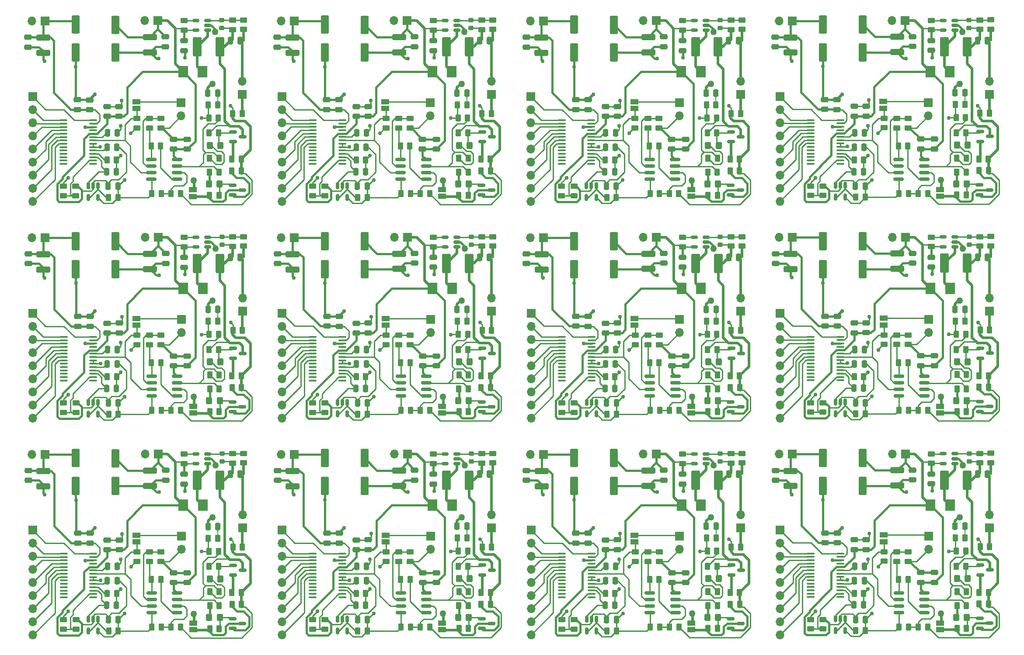
<source format=gbr>
%TF.GenerationSoftware,KiCad,Pcbnew,8.0.5*%
%TF.CreationDate,2024-10-20T11:29:55-04:00*%
%TF.ProjectId,power_glitcher_panel,706f7765-725f-4676-9c69-74636865725f,rev?*%
%TF.SameCoordinates,Original*%
%TF.FileFunction,Copper,L1,Top*%
%TF.FilePolarity,Positive*%
%FSLAX46Y46*%
G04 Gerber Fmt 4.6, Leading zero omitted, Abs format (unit mm)*
G04 Created by KiCad (PCBNEW 8.0.5) date 2024-10-20 11:29:55*
%MOMM*%
%LPD*%
G01*
G04 APERTURE LIST*
G04 Aperture macros list*
%AMRoundRect*
0 Rectangle with rounded corners*
0 $1 Rounding radius*
0 $2 $3 $4 $5 $6 $7 $8 $9 X,Y pos of 4 corners*
0 Add a 4 corners polygon primitive as box body*
4,1,4,$2,$3,$4,$5,$6,$7,$8,$9,$2,$3,0*
0 Add four circle primitives for the rounded corners*
1,1,$1+$1,$2,$3*
1,1,$1+$1,$4,$5*
1,1,$1+$1,$6,$7*
1,1,$1+$1,$8,$9*
0 Add four rect primitives between the rounded corners*
20,1,$1+$1,$2,$3,$4,$5,0*
20,1,$1+$1,$4,$5,$6,$7,0*
20,1,$1+$1,$6,$7,$8,$9,0*
20,1,$1+$1,$8,$9,$2,$3,0*%
G04 Aperture macros list end*
%TA.AperFunction,SMDPad,CuDef*%
%ADD10RoundRect,0.250000X0.475000X-0.250000X0.475000X0.250000X-0.475000X0.250000X-0.475000X-0.250000X0*%
%TD*%
%TA.AperFunction,SMDPad,CuDef*%
%ADD11RoundRect,0.250000X-0.450000X0.262500X-0.450000X-0.262500X0.450000X-0.262500X0.450000X0.262500X0*%
%TD*%
%TA.AperFunction,SMDPad,CuDef*%
%ADD12RoundRect,0.150000X-0.825000X-0.150000X0.825000X-0.150000X0.825000X0.150000X-0.825000X0.150000X0*%
%TD*%
%TA.AperFunction,SMDPad,CuDef*%
%ADD13RoundRect,0.250000X-0.262500X-0.450000X0.262500X-0.450000X0.262500X0.450000X-0.262500X0.450000X0*%
%TD*%
%TA.AperFunction,SMDPad,CuDef*%
%ADD14RoundRect,0.250000X-1.100000X0.325000X-1.100000X-0.325000X1.100000X-0.325000X1.100000X0.325000X0*%
%TD*%
%TA.AperFunction,SMDPad,CuDef*%
%ADD15RoundRect,0.150000X-0.587500X-0.150000X0.587500X-0.150000X0.587500X0.150000X-0.587500X0.150000X0*%
%TD*%
%TA.AperFunction,SMDPad,CuDef*%
%ADD16RoundRect,0.250000X-0.250000X-0.475000X0.250000X-0.475000X0.250000X0.475000X-0.250000X0.475000X0*%
%TD*%
%TA.AperFunction,SMDPad,CuDef*%
%ADD17R,1.854500X2.286000*%
%TD*%
%TA.AperFunction,SMDPad,CuDef*%
%ADD18RoundRect,0.250000X-0.475000X0.250000X-0.475000X-0.250000X0.475000X-0.250000X0.475000X0.250000X0*%
%TD*%
%TA.AperFunction,SMDPad,CuDef*%
%ADD19RoundRect,0.250000X0.250000X0.475000X-0.250000X0.475000X-0.250000X-0.475000X0.250000X-0.475000X0*%
%TD*%
%TA.AperFunction,SMDPad,CuDef*%
%ADD20RoundRect,0.250000X0.325000X0.450000X-0.325000X0.450000X-0.325000X-0.450000X0.325000X-0.450000X0*%
%TD*%
%TA.AperFunction,SMDPad,CuDef*%
%ADD21RoundRect,0.250000X-0.550000X1.500000X-0.550000X-1.500000X0.550000X-1.500000X0.550000X1.500000X0*%
%TD*%
%TA.AperFunction,SMDPad,CuDef*%
%ADD22RoundRect,0.250000X0.450000X-0.262500X0.450000X0.262500X-0.450000X0.262500X-0.450000X-0.262500X0*%
%TD*%
%TA.AperFunction,ComponentPad*%
%ADD23R,1.700000X1.700000*%
%TD*%
%TA.AperFunction,ComponentPad*%
%ADD24O,1.700000X1.700000*%
%TD*%
%TA.AperFunction,SMDPad,CuDef*%
%ADD25RoundRect,0.250000X-0.325000X-0.450000X0.325000X-0.450000X0.325000X0.450000X-0.325000X0.450000X0*%
%TD*%
%TA.AperFunction,SMDPad,CuDef*%
%ADD26RoundRect,0.250000X0.262500X0.450000X-0.262500X0.450000X-0.262500X-0.450000X0.262500X-0.450000X0*%
%TD*%
%TA.AperFunction,SMDPad,CuDef*%
%ADD27RoundRect,0.150000X0.512500X0.150000X-0.512500X0.150000X-0.512500X-0.150000X0.512500X-0.150000X0*%
%TD*%
%TA.AperFunction,SMDPad,CuDef*%
%ADD28RoundRect,0.225000X0.250000X-0.225000X0.250000X0.225000X-0.250000X0.225000X-0.250000X-0.225000X0*%
%TD*%
%TA.AperFunction,SMDPad,CuDef*%
%ADD29RoundRect,0.250000X0.587500X1.625000X-0.587500X1.625000X-0.587500X-1.625000X0.587500X-1.625000X0*%
%TD*%
%TA.AperFunction,SMDPad,CuDef*%
%ADD30RoundRect,0.100000X-0.637500X-0.100000X0.637500X-0.100000X0.637500X0.100000X-0.637500X0.100000X0*%
%TD*%
%TA.AperFunction,SMDPad,CuDef*%
%ADD31R,1.500000X1.000000*%
%TD*%
%TA.AperFunction,SMDPad,CuDef*%
%ADD32RoundRect,0.150000X-0.150000X0.512500X-0.150000X-0.512500X0.150000X-0.512500X0.150000X0.512500X0*%
%TD*%
%TA.AperFunction,ViaPad*%
%ADD33C,0.762000*%
%TD*%
%TA.AperFunction,ViaPad*%
%ADD34C,1.270000*%
%TD*%
%TA.AperFunction,Conductor*%
%ADD35C,0.254000*%
%TD*%
%TA.AperFunction,Conductor*%
%ADD36C,0.381000*%
%TD*%
%TA.AperFunction,Conductor*%
%ADD37C,0.200000*%
%TD*%
%TA.AperFunction,Conductor*%
%ADD38C,0.508000*%
%TD*%
G04 APERTURE END LIST*
D10*
%TO.P,C17,1*%
%TO.N,AVCC*%
X220197000Y-83200600D03*
%TO.P,C17,2*%
%TO.N,AGND*%
X220197000Y-81300600D03*
%TD*%
D11*
%TO.P,R21,1*%
%TO.N,Net-(U5-FB)*%
X242195800Y-64579000D03*
%TO.P,R21,2*%
%TO.N,V+*%
X242195800Y-66404000D03*
%TD*%
D12*
%TO.P,U2,1*%
%TO.N,Net-(R7-Pad1)*%
X226473800Y-91608000D03*
%TO.P,U2,2,-*%
%TO.N,Net-(U2A--)*%
X226473800Y-92878000D03*
%TO.P,U2,3,+*%
%TO.N,/signal*%
X226473800Y-94148000D03*
%TO.P,U2,4,V-*%
%TO.N,AGND*%
X226473800Y-95418000D03*
%TO.P,U2,5,+*%
%TO.N,Net-(U2B-+)*%
X231423800Y-95418000D03*
%TO.P,U2,6,-*%
%TO.N,Net-(U2B--)*%
X231423800Y-94148000D03*
%TO.P,U2,7*%
%TO.N,Net-(R16-Pad1)*%
X231423800Y-92878000D03*
%TO.P,U2,8,V+*%
%TO.N,AVCC*%
X231423800Y-91608000D03*
%TD*%
D13*
%TO.P,R17,1*%
%TO.N,AGND*%
X226535800Y-98212000D03*
%TO.P,R17,2*%
%TO.N,Net-(U2B--)*%
X228360800Y-98212000D03*
%TD*%
D14*
%TO.P,C9,1*%
%TO.N,DVCC*%
X205515800Y-67960600D03*
%TO.P,C9,2*%
%TO.N,DGND*%
X205515800Y-70910600D03*
%TD*%
D15*
%TO.P,Q2,1,B*%
%TO.N,Net-(D2-K)*%
X242147200Y-96550800D03*
%TO.P,Q2,2,E*%
%TO.N,Net-(Q2-E)*%
X242147200Y-98450800D03*
%TO.P,Q2,3,C*%
%TO.N,V-*%
X244022200Y-97500800D03*
%TD*%
D16*
%TO.P,C4,1*%
%TO.N,/refio*%
X217773800Y-93946700D03*
%TO.P,C4,2*%
%TO.N,AGND*%
X219673800Y-93946700D03*
%TD*%
%TO.P,C12,1*%
%TO.N,AVCC*%
X218088800Y-96768000D03*
%TO.P,C12,2*%
%TO.N,AGND*%
X219988800Y-96768000D03*
%TD*%
D10*
%TO.P,C11,1*%
%TO.N,AVCC*%
X230726800Y-89571000D03*
%TO.P,C11,2*%
%TO.N,AGND*%
X230726800Y-87671000D03*
%TD*%
D17*
%TO.P,L1,1,1*%
%TO.N,AVCC*%
X232592300Y-74590000D03*
%TO.P,L1,2,2*%
%TO.N,Net-(D3-A)*%
X236376800Y-74590000D03*
%TD*%
D14*
%TO.P,C5,1*%
%TO.N,AVCC*%
X226196400Y-67859000D03*
%TO.P,C5,2*%
%TO.N,AGND*%
X226196400Y-70809000D03*
%TD*%
D18*
%TO.P,C7,1*%
%TO.N,AVCC*%
X229168200Y-67808200D03*
%TO.P,C7,2*%
%TO.N,AGND*%
X229168200Y-69708200D03*
%TD*%
D13*
%TO.P,R7,1*%
%TO.N,Net-(R7-Pad1)*%
X226421900Y-88966400D03*
%TO.P,R7,2*%
%TO.N,Net-(U2B-+)*%
X228246900Y-88966400D03*
%TD*%
D19*
%TO.P,C1,1*%
%TO.N,Net-(C1-Pad1)*%
X239282600Y-78679400D03*
%TO.P,C1,2*%
%TO.N,AGND*%
X237382600Y-78679400D03*
%TD*%
D10*
%TO.P,C16,1*%
%TO.N,AVCC*%
X217885600Y-83210800D03*
%TO.P,C16,2*%
%TO.N,AGND*%
X217885600Y-81310800D03*
%TD*%
D20*
%TO.P,D2,1,K*%
%TO.N,Net-(D2-K)*%
X239668300Y-96339000D03*
%TO.P,D2,2,A*%
%TO.N,Net-(D2-A)*%
X237618300Y-96339000D03*
%TD*%
D15*
%TO.P,Q1,1,B*%
%TO.N,Net-(D1-A)*%
X242246500Y-86213000D03*
%TO.P,Q1,2,E*%
%TO.N,Net-(Q1-E)*%
X242246500Y-88113000D03*
%TO.P,Q1,3,C*%
%TO.N,V+*%
X244121500Y-87163000D03*
%TD*%
D10*
%TO.P,C18,1*%
%TO.N,AGND*%
X232795400Y-70470200D03*
%TO.P,C18,2*%
%TO.N,AVCC*%
X232795400Y-68570200D03*
%TD*%
%TO.P,C13,1*%
%TO.N,AVCC*%
X233393800Y-89571000D03*
%TO.P,C13,2*%
%TO.N,AGND*%
X233393800Y-87671000D03*
%TD*%
D13*
%TO.P,R5,1*%
%TO.N,V-*%
X237735100Y-98491400D03*
%TO.P,R5,2*%
%TO.N,Net-(D2-K)*%
X239560100Y-98491400D03*
%TD*%
D10*
%TO.P,C15,1*%
%TO.N,DVCC*%
X212170600Y-81900200D03*
%TO.P,C15,2*%
%TO.N,DGND*%
X212170600Y-80000200D03*
%TD*%
%TO.P,C14,1*%
%TO.N,DVCC*%
X214532800Y-81925600D03*
%TO.P,C14,2*%
%TO.N,DGND*%
X214532800Y-80025600D03*
%TD*%
D21*
%TO.P,C8,1*%
%TO.N,DVCC*%
X211794600Y-65456200D03*
%TO.P,C8,2*%
%TO.N,DGND*%
X211794600Y-70856200D03*
%TD*%
D22*
%TO.P,R9,1*%
%TO.N,AGND*%
X228274200Y-85484700D03*
%TO.P,R9,2*%
%TO.N,Net-(U2A--)*%
X228274200Y-83659700D03*
%TD*%
D23*
%TO.P,J1,1,Pin_1*%
%TO.N,Net-(J1-Pin_1)*%
X203483800Y-79416000D03*
D24*
%TO.P,J1,2,Pin_2*%
%TO.N,Net-(J1-Pin_2)*%
X203483800Y-81956000D03*
%TO.P,J1,3,Pin_3*%
%TO.N,Net-(J1-Pin_3)*%
X203483800Y-84496000D03*
%TO.P,J1,4,Pin_4*%
%TO.N,Net-(J1-Pin_4)*%
X203483800Y-87036000D03*
%TO.P,J1,5,Pin_5*%
%TO.N,Net-(J1-Pin_5)*%
X203483800Y-89576000D03*
%TO.P,J1,6,Pin_6*%
%TO.N,Net-(J1-Pin_6)*%
X203483800Y-92116000D03*
%TO.P,J1,7,Pin_7*%
%TO.N,Net-(J1-Pin_7)*%
X203483800Y-94656000D03*
%TO.P,J1,8,Pin_8*%
%TO.N,Net-(J1-Pin_8)*%
X203483800Y-97196000D03*
%TO.P,J1,9,Pin_9*%
%TO.N,Net-(J1-Pin_9)*%
X203483800Y-99736000D03*
%TD*%
D25*
%TO.P,D1,1,K*%
%TO.N,Net-(D1-K)*%
X237773100Y-88839400D03*
%TO.P,D1,2,A*%
%TO.N,Net-(D1-A)*%
X239823100Y-88839400D03*
%TD*%
D19*
%TO.P,C19,1*%
%TO.N,AGND*%
X243641200Y-68570200D03*
%TO.P,C19,2*%
%TO.N,V+*%
X241741200Y-68570200D03*
%TD*%
D26*
%TO.P,R11,1*%
%TO.N,Net-(C1-Pad1)*%
X239282600Y-80965400D03*
%TO.P,R11,2*%
%TO.N,Net-(R1-Pad2)*%
X237457600Y-80965400D03*
%TD*%
D16*
%TO.P,C3,1*%
%TO.N,Net-(U1-COMP2)*%
X217951600Y-86451800D03*
%TO.P,C3,2*%
%TO.N,AGND*%
X219851600Y-86451800D03*
%TD*%
D18*
%TO.P,C10,1*%
%TO.N,DVCC*%
X202594800Y-67884400D03*
%TO.P,C10,2*%
%TO.N,DGND*%
X202594800Y-69784400D03*
%TD*%
D27*
%TO.P,U5,1,SW*%
%TO.N,Net-(D3-A)*%
X237361900Y-66548400D03*
%TO.P,U5,2,GND*%
%TO.N,AGND*%
X237361900Y-65598400D03*
%TO.P,U5,3,FB*%
%TO.N,Net-(U5-FB)*%
X237361900Y-64648400D03*
%TO.P,U5,4,EN*%
%TO.N,Net-(U5-EN)*%
X235086900Y-64648400D03*
%TO.P,U5,5,VIN*%
%TO.N,AVCC*%
X235086900Y-66548400D03*
%TD*%
D28*
%TO.P,C20,1*%
%TO.N,V+*%
X240113000Y-66128400D03*
%TO.P,C20,2*%
%TO.N,Net-(U5-FB)*%
X240113000Y-64578400D03*
%TD*%
D23*
%TO.P,J2,1,Pin_1*%
%TO.N,DVCC*%
X205876400Y-64734800D03*
D24*
%TO.P,J2,2,Pin_2*%
%TO.N,DGND*%
X203336400Y-64734800D03*
%TD*%
D13*
%TO.P,R1,1*%
%TO.N,Net-(Q1-E)*%
X242015600Y-91506400D03*
%TO.P,R1,2*%
%TO.N,Net-(R1-Pad2)*%
X243840600Y-91506400D03*
%TD*%
D22*
%TO.P,R14,1*%
%TO.N,/reflo*%
X209402000Y-98589200D03*
%TO.P,R14,2*%
%TO.N,AGND*%
X209402000Y-96764200D03*
%TD*%
D26*
%TO.P,R4,1*%
%TO.N,Net-(D1-A)*%
X239456600Y-86426400D03*
%TO.P,R4,2*%
%TO.N,V+*%
X237631600Y-86426400D03*
%TD*%
D11*
%TO.P,R8,1*%
%TO.N,Net-(U2A--)*%
X226115200Y-83659700D03*
%TO.P,R8,2*%
%TO.N,Net-(R7-Pad1)*%
X226115200Y-85484700D03*
%TD*%
D23*
%TO.P,J3,1,Pin_1*%
%TO.N,AVCC*%
X227750800Y-64684000D03*
D24*
%TO.P,J3,2,Pin_2*%
%TO.N,AGND*%
X225210800Y-64684000D03*
%TD*%
D29*
%TO.P,D3,1,K*%
%TO.N,V+*%
X239710400Y-69738600D03*
%TO.P,D3,2,A*%
%TO.N,Net-(D3-A)*%
X235335400Y-69738600D03*
%TD*%
D30*
%TO.P,U1,1,DB7*%
%TO.N,Net-(J1-Pin_2)*%
X209442800Y-83973000D03*
%TO.P,U1,2,DB6*%
%TO.N,Net-(J1-Pin_3)*%
X209442800Y-84623000D03*
%TO.P,U1,3,DB5*%
%TO.N,Net-(J1-Pin_4)*%
X209442800Y-85273000D03*
%TO.P,U1,4,DB4*%
%TO.N,Net-(J1-Pin_5)*%
X209442800Y-85923000D03*
%TO.P,U1,5,DB3*%
%TO.N,Net-(J1-Pin_6)*%
X209442800Y-86573000D03*
%TO.P,U1,6,DB2*%
%TO.N,Net-(J1-Pin_7)*%
X209442800Y-87223000D03*
%TO.P,U1,7,DB1*%
%TO.N,Net-(J1-Pin_8)*%
X209442800Y-87873000D03*
%TO.P,U1,8,DB0*%
%TO.N,Net-(J1-Pin_9)*%
X209442800Y-88523000D03*
%TO.P,U1,9*%
%TO.N,N/C*%
X209442800Y-89173000D03*
%TO.P,U1,10*%
X209442800Y-89823000D03*
%TO.P,U1,11*%
X209442800Y-90473000D03*
%TO.P,U1,12*%
X209442800Y-91123000D03*
%TO.P,U1,13*%
X209442800Y-91773000D03*
%TO.P,U1,14*%
X209442800Y-92423000D03*
%TO.P,U1,15,SLEEP*%
%TO.N,unconnected-(U1-SLEEP-Pad15)*%
X215167800Y-92423000D03*
%TO.P,U1,16,REFLO*%
%TO.N,/reflo*%
X215167800Y-91773000D03*
%TO.P,U1,17,REFIO*%
%TO.N,/refio*%
X215167800Y-91123000D03*
%TO.P,U1,18,FS_ADJ*%
%TO.N,Net-(U1-FS_ADJ)*%
X215167800Y-90473000D03*
%TO.P,U1,19,COMP1*%
%TO.N,Net-(U1-COMP1)*%
X215167800Y-89823000D03*
%TO.P,U1,20,ACOM*%
%TO.N,AGND*%
X215167800Y-89173000D03*
%TO.P,U1,21,IOUTB*%
X215167800Y-88523000D03*
%TO.P,U1,22,IOUTA*%
%TO.N,/signal*%
X215167800Y-87873000D03*
%TO.P,U1,23,COMP2*%
%TO.N,Net-(U1-COMP2)*%
X215167800Y-87223000D03*
%TO.P,U1,24,AVDD*%
%TO.N,AVCC*%
X215167800Y-86573000D03*
%TO.P,U1,25*%
%TO.N,N/C*%
X215167800Y-85923000D03*
%TO.P,U1,26,DCOM*%
%TO.N,DGND*%
X215167800Y-85273000D03*
%TO.P,U1,27,DVDD*%
%TO.N,DVCC*%
X215167800Y-84623000D03*
%TO.P,U1,28,Clock*%
%TO.N,Net-(J1-Pin_1)*%
X215167800Y-83973000D03*
%TD*%
D13*
%TO.P,R3,1*%
%TO.N,Net-(R1-Pad2)*%
X242220700Y-82667200D03*
%TO.P,R3,2*%
%TO.N,/out*%
X244045700Y-82667200D03*
%TD*%
D23*
%TO.P,J5,1,Pin_1*%
%TO.N,Net-(J5-Pin_1)*%
X232236600Y-80609800D03*
D24*
%TO.P,J5,2,Pin_2*%
%TO.N,AGND*%
X232236600Y-83149800D03*
%TD*%
D26*
%TO.P,R12,1*%
%TO.N,AGND*%
X219988800Y-98927000D03*
%TO.P,R12,2*%
%TO.N,Net-(U3--)*%
X218163800Y-98927000D03*
%TD*%
D16*
%TO.P,C2,1*%
%TO.N,Net-(U1-COMP1)*%
X217885800Y-89239000D03*
%TO.P,C2,2*%
%TO.N,AVCC*%
X219785800Y-89239000D03*
%TD*%
D22*
%TO.P,R13,1*%
%TO.N,/reflo*%
X211815000Y-98589200D03*
%TO.P,R13,2*%
%TO.N,AVCC*%
X211815000Y-96764200D03*
%TD*%
D31*
%TO.P,JP1,1,A*%
%TO.N,Net-(J5-Pin_1)*%
X223524400Y-80381200D03*
%TO.P,JP1,2,B*%
%TO.N,/signal*%
X223524400Y-81681200D03*
%TD*%
D23*
%TO.P,J4,1,Pin_1*%
%TO.N,/out*%
X244073000Y-78989200D03*
D24*
%TO.P,J4,2,Pin_2*%
%TO.N,AGND*%
X244073000Y-76449200D03*
%TD*%
D22*
%TO.P,R20,1*%
%TO.N,AGND*%
X244304000Y-66378600D03*
%TO.P,R20,2*%
%TO.N,Net-(U5-FB)*%
X244304000Y-64553600D03*
%TD*%
D13*
%TO.P,R6,1*%
%TO.N,Net-(U2B--)*%
X230265800Y-98212000D03*
%TO.P,R6,2*%
%TO.N,Net-(R1-Pad2)*%
X232090800Y-98212000D03*
%TD*%
D21*
%TO.P,C6,1*%
%TO.N,AVCC*%
X219490800Y-65471400D03*
%TO.P,C6,2*%
%TO.N,AGND*%
X219490800Y-70871400D03*
%TD*%
D26*
%TO.P,R16,1*%
%TO.N,Net-(R16-Pad1)*%
X239422900Y-83505400D03*
%TO.P,R16,2*%
%TO.N,Net-(R1-Pad2)*%
X237597900Y-83505400D03*
%TD*%
D31*
%TO.P,JP2,1,A*%
%TO.N,AGND*%
X234505800Y-97439000D03*
%TO.P,JP2,2,B*%
%TO.N,V-*%
X234505800Y-98739000D03*
%TD*%
D11*
%TO.P,R22,1*%
%TO.N,Net-(U5-EN)*%
X232795400Y-64684000D03*
%TO.P,R22,2*%
%TO.N,AVCC*%
X232795400Y-66509000D03*
%TD*%
D32*
%TO.P,U3,1*%
%TO.N,Net-(U3--)*%
X216117800Y-96641000D03*
%TO.P,U3,2,V-*%
%TO.N,AVCC*%
X215167800Y-96641000D03*
%TO.P,U3,3,+*%
%TO.N,/refio*%
X214217800Y-96641000D03*
%TO.P,U3,4,-*%
%TO.N,Net-(U3--)*%
X214217800Y-98916000D03*
%TO.P,U3,5,V+*%
%TO.N,AGND*%
X216117800Y-98916000D03*
%TD*%
D13*
%TO.P,R18,1*%
%TO.N,Net-(D2-A)*%
X237724900Y-94046400D03*
%TO.P,R18,2*%
%TO.N,Net-(R16-Pad1)*%
X239549900Y-94046400D03*
%TD*%
D26*
%TO.P,R19,1*%
%TO.N,Net-(R16-Pad1)*%
X239562000Y-91328600D03*
%TO.P,R19,2*%
%TO.N,Net-(D1-K)*%
X237737000Y-91328600D03*
%TD*%
%TO.P,R2,1*%
%TO.N,Net-(R1-Pad2)*%
X243862200Y-93767000D03*
%TO.P,R2,2*%
%TO.N,Net-(Q2-E)*%
X242037200Y-93767000D03*
%TD*%
D22*
%TO.P,R10,1*%
%TO.N,AGND*%
X223626000Y-85459300D03*
%TO.P,R10,2*%
%TO.N,/signal*%
X223626000Y-83634300D03*
%TD*%
D26*
%TO.P,R15,1*%
%TO.N,AGND*%
X219687100Y-91684200D03*
%TO.P,R15,2*%
%TO.N,Net-(U1-FS_ADJ)*%
X217862100Y-91684200D03*
%TD*%
%TO.P,R2,1*%
%TO.N,Net-(R1-Pad2)*%
X243862200Y-135767000D03*
%TO.P,R2,2*%
%TO.N,Net-(Q2-E)*%
X242037200Y-135767000D03*
%TD*%
D22*
%TO.P,R10,1*%
%TO.N,AGND*%
X223626000Y-127459300D03*
%TO.P,R10,2*%
%TO.N,/signal*%
X223626000Y-125634300D03*
%TD*%
D26*
%TO.P,R15,1*%
%TO.N,AGND*%
X219687100Y-133684200D03*
%TO.P,R15,2*%
%TO.N,Net-(U1-FS_ADJ)*%
X217862100Y-133684200D03*
%TD*%
D13*
%TO.P,R18,1*%
%TO.N,Net-(D2-A)*%
X237724900Y-136046400D03*
%TO.P,R18,2*%
%TO.N,Net-(R16-Pad1)*%
X239549900Y-136046400D03*
%TD*%
D26*
%TO.P,R19,1*%
%TO.N,Net-(R16-Pad1)*%
X239562000Y-133328600D03*
%TO.P,R19,2*%
%TO.N,Net-(D1-K)*%
X237737000Y-133328600D03*
%TD*%
D22*
%TO.P,R20,1*%
%TO.N,AGND*%
X244304000Y-108378600D03*
%TO.P,R20,2*%
%TO.N,Net-(U5-FB)*%
X244304000Y-106553600D03*
%TD*%
D13*
%TO.P,R6,1*%
%TO.N,Net-(U2B--)*%
X230265800Y-140212000D03*
%TO.P,R6,2*%
%TO.N,Net-(R1-Pad2)*%
X232090800Y-140212000D03*
%TD*%
D21*
%TO.P,C6,1*%
%TO.N,AVCC*%
X219490800Y-107471400D03*
%TO.P,C6,2*%
%TO.N,AGND*%
X219490800Y-112871400D03*
%TD*%
D26*
%TO.P,R16,1*%
%TO.N,Net-(R16-Pad1)*%
X239422900Y-125505400D03*
%TO.P,R16,2*%
%TO.N,Net-(R1-Pad2)*%
X237597900Y-125505400D03*
%TD*%
D31*
%TO.P,JP2,1,A*%
%TO.N,AGND*%
X234505800Y-139439000D03*
%TO.P,JP2,2,B*%
%TO.N,V-*%
X234505800Y-140739000D03*
%TD*%
D11*
%TO.P,R22,1*%
%TO.N,Net-(U5-EN)*%
X232795400Y-106684000D03*
%TO.P,R22,2*%
%TO.N,AVCC*%
X232795400Y-108509000D03*
%TD*%
D32*
%TO.P,U3,1*%
%TO.N,Net-(U3--)*%
X216117800Y-138641000D03*
%TO.P,U3,2,V-*%
%TO.N,AVCC*%
X215167800Y-138641000D03*
%TO.P,U3,3,+*%
%TO.N,/refio*%
X214217800Y-138641000D03*
%TO.P,U3,4,-*%
%TO.N,Net-(U3--)*%
X214217800Y-140916000D03*
%TO.P,U3,5,V+*%
%TO.N,AGND*%
X216117800Y-140916000D03*
%TD*%
D31*
%TO.P,JP1,1,A*%
%TO.N,Net-(J5-Pin_1)*%
X223524400Y-122381200D03*
%TO.P,JP1,2,B*%
%TO.N,/signal*%
X223524400Y-123681200D03*
%TD*%
D23*
%TO.P,J4,1,Pin_1*%
%TO.N,/out*%
X244073000Y-120989200D03*
D24*
%TO.P,J4,2,Pin_2*%
%TO.N,AGND*%
X244073000Y-118449200D03*
%TD*%
D10*
%TO.P,C14,1*%
%TO.N,DVCC*%
X214532800Y-123925600D03*
%TO.P,C14,2*%
%TO.N,DGND*%
X214532800Y-122025600D03*
%TD*%
D21*
%TO.P,C8,1*%
%TO.N,DVCC*%
X211794600Y-107456200D03*
%TO.P,C8,2*%
%TO.N,DGND*%
X211794600Y-112856200D03*
%TD*%
D22*
%TO.P,R9,1*%
%TO.N,AGND*%
X228274200Y-127484700D03*
%TO.P,R9,2*%
%TO.N,Net-(U2A--)*%
X228274200Y-125659700D03*
%TD*%
D23*
%TO.P,J1,1,Pin_1*%
%TO.N,Net-(J1-Pin_1)*%
X203483800Y-121416000D03*
D24*
%TO.P,J1,2,Pin_2*%
%TO.N,Net-(J1-Pin_2)*%
X203483800Y-123956000D03*
%TO.P,J1,3,Pin_3*%
%TO.N,Net-(J1-Pin_3)*%
X203483800Y-126496000D03*
%TO.P,J1,4,Pin_4*%
%TO.N,Net-(J1-Pin_4)*%
X203483800Y-129036000D03*
%TO.P,J1,5,Pin_5*%
%TO.N,Net-(J1-Pin_5)*%
X203483800Y-131576000D03*
%TO.P,J1,6,Pin_6*%
%TO.N,Net-(J1-Pin_6)*%
X203483800Y-134116000D03*
%TO.P,J1,7,Pin_7*%
%TO.N,Net-(J1-Pin_7)*%
X203483800Y-136656000D03*
%TO.P,J1,8,Pin_8*%
%TO.N,Net-(J1-Pin_8)*%
X203483800Y-139196000D03*
%TO.P,J1,9,Pin_9*%
%TO.N,Net-(J1-Pin_9)*%
X203483800Y-141736000D03*
%TD*%
D25*
%TO.P,D1,1,K*%
%TO.N,Net-(D1-K)*%
X237773100Y-130839400D03*
%TO.P,D1,2,A*%
%TO.N,Net-(D1-A)*%
X239823100Y-130839400D03*
%TD*%
D19*
%TO.P,C19,1*%
%TO.N,AGND*%
X243641200Y-110570200D03*
%TO.P,C19,2*%
%TO.N,V+*%
X241741200Y-110570200D03*
%TD*%
D26*
%TO.P,R11,1*%
%TO.N,Net-(C1-Pad1)*%
X239282600Y-122965400D03*
%TO.P,R11,2*%
%TO.N,Net-(R1-Pad2)*%
X237457600Y-122965400D03*
%TD*%
D16*
%TO.P,C3,1*%
%TO.N,Net-(U1-COMP2)*%
X217951600Y-128451800D03*
%TO.P,C3,2*%
%TO.N,AGND*%
X219851600Y-128451800D03*
%TD*%
D18*
%TO.P,C10,1*%
%TO.N,DVCC*%
X202594800Y-109884400D03*
%TO.P,C10,2*%
%TO.N,DGND*%
X202594800Y-111784400D03*
%TD*%
D27*
%TO.P,U5,1,SW*%
%TO.N,Net-(D3-A)*%
X237361900Y-108548400D03*
%TO.P,U5,2,GND*%
%TO.N,AGND*%
X237361900Y-107598400D03*
%TO.P,U5,3,FB*%
%TO.N,Net-(U5-FB)*%
X237361900Y-106648400D03*
%TO.P,U5,4,EN*%
%TO.N,Net-(U5-EN)*%
X235086900Y-106648400D03*
%TO.P,U5,5,VIN*%
%TO.N,AVCC*%
X235086900Y-108548400D03*
%TD*%
D28*
%TO.P,C20,1*%
%TO.N,V+*%
X240113000Y-108128400D03*
%TO.P,C20,2*%
%TO.N,Net-(U5-FB)*%
X240113000Y-106578400D03*
%TD*%
D23*
%TO.P,J2,1,Pin_1*%
%TO.N,DVCC*%
X205876400Y-106734800D03*
D24*
%TO.P,J2,2,Pin_2*%
%TO.N,DGND*%
X203336400Y-106734800D03*
%TD*%
D13*
%TO.P,R1,1*%
%TO.N,Net-(Q1-E)*%
X242015600Y-133506400D03*
%TO.P,R1,2*%
%TO.N,Net-(R1-Pad2)*%
X243840600Y-133506400D03*
%TD*%
D22*
%TO.P,R14,1*%
%TO.N,/reflo*%
X209402000Y-140589200D03*
%TO.P,R14,2*%
%TO.N,AGND*%
X209402000Y-138764200D03*
%TD*%
D26*
%TO.P,R4,1*%
%TO.N,Net-(D1-A)*%
X239456600Y-128426400D03*
%TO.P,R4,2*%
%TO.N,V+*%
X237631600Y-128426400D03*
%TD*%
D11*
%TO.P,R8,1*%
%TO.N,Net-(U2A--)*%
X226115200Y-125659700D03*
%TO.P,R8,2*%
%TO.N,Net-(R7-Pad1)*%
X226115200Y-127484700D03*
%TD*%
D23*
%TO.P,J3,1,Pin_1*%
%TO.N,AVCC*%
X227750800Y-106684000D03*
D24*
%TO.P,J3,2,Pin_2*%
%TO.N,AGND*%
X225210800Y-106684000D03*
%TD*%
D29*
%TO.P,D3,1,K*%
%TO.N,V+*%
X239710400Y-111738600D03*
%TO.P,D3,2,A*%
%TO.N,Net-(D3-A)*%
X235335400Y-111738600D03*
%TD*%
D30*
%TO.P,U1,1,DB7*%
%TO.N,Net-(J1-Pin_2)*%
X209442800Y-125973000D03*
%TO.P,U1,2,DB6*%
%TO.N,Net-(J1-Pin_3)*%
X209442800Y-126623000D03*
%TO.P,U1,3,DB5*%
%TO.N,Net-(J1-Pin_4)*%
X209442800Y-127273000D03*
%TO.P,U1,4,DB4*%
%TO.N,Net-(J1-Pin_5)*%
X209442800Y-127923000D03*
%TO.P,U1,5,DB3*%
%TO.N,Net-(J1-Pin_6)*%
X209442800Y-128573000D03*
%TO.P,U1,6,DB2*%
%TO.N,Net-(J1-Pin_7)*%
X209442800Y-129223000D03*
%TO.P,U1,7,DB1*%
%TO.N,Net-(J1-Pin_8)*%
X209442800Y-129873000D03*
%TO.P,U1,8,DB0*%
%TO.N,Net-(J1-Pin_9)*%
X209442800Y-130523000D03*
%TO.P,U1,9*%
%TO.N,N/C*%
X209442800Y-131173000D03*
%TO.P,U1,10*%
X209442800Y-131823000D03*
%TO.P,U1,11*%
X209442800Y-132473000D03*
%TO.P,U1,12*%
X209442800Y-133123000D03*
%TO.P,U1,13*%
X209442800Y-133773000D03*
%TO.P,U1,14*%
X209442800Y-134423000D03*
%TO.P,U1,15,SLEEP*%
%TO.N,unconnected-(U1-SLEEP-Pad15)*%
X215167800Y-134423000D03*
%TO.P,U1,16,REFLO*%
%TO.N,/reflo*%
X215167800Y-133773000D03*
%TO.P,U1,17,REFIO*%
%TO.N,/refio*%
X215167800Y-133123000D03*
%TO.P,U1,18,FS_ADJ*%
%TO.N,Net-(U1-FS_ADJ)*%
X215167800Y-132473000D03*
%TO.P,U1,19,COMP1*%
%TO.N,Net-(U1-COMP1)*%
X215167800Y-131823000D03*
%TO.P,U1,20,ACOM*%
%TO.N,AGND*%
X215167800Y-131173000D03*
%TO.P,U1,21,IOUTB*%
X215167800Y-130523000D03*
%TO.P,U1,22,IOUTA*%
%TO.N,/signal*%
X215167800Y-129873000D03*
%TO.P,U1,23,COMP2*%
%TO.N,Net-(U1-COMP2)*%
X215167800Y-129223000D03*
%TO.P,U1,24,AVDD*%
%TO.N,AVCC*%
X215167800Y-128573000D03*
%TO.P,U1,25*%
%TO.N,N/C*%
X215167800Y-127923000D03*
%TO.P,U1,26,DCOM*%
%TO.N,DGND*%
X215167800Y-127273000D03*
%TO.P,U1,27,DVDD*%
%TO.N,DVCC*%
X215167800Y-126623000D03*
%TO.P,U1,28,Clock*%
%TO.N,Net-(J1-Pin_1)*%
X215167800Y-125973000D03*
%TD*%
D13*
%TO.P,R3,1*%
%TO.N,Net-(R1-Pad2)*%
X242220700Y-124667200D03*
%TO.P,R3,2*%
%TO.N,/out*%
X244045700Y-124667200D03*
%TD*%
D23*
%TO.P,J5,1,Pin_1*%
%TO.N,Net-(J5-Pin_1)*%
X232236600Y-122609800D03*
D24*
%TO.P,J5,2,Pin_2*%
%TO.N,AGND*%
X232236600Y-125149800D03*
%TD*%
D26*
%TO.P,R12,1*%
%TO.N,AGND*%
X219988800Y-140927000D03*
%TO.P,R12,2*%
%TO.N,Net-(U3--)*%
X218163800Y-140927000D03*
%TD*%
D16*
%TO.P,C2,1*%
%TO.N,Net-(U1-COMP1)*%
X217885800Y-131239000D03*
%TO.P,C2,2*%
%TO.N,AVCC*%
X219785800Y-131239000D03*
%TD*%
D22*
%TO.P,R13,1*%
%TO.N,/reflo*%
X211815000Y-140589200D03*
%TO.P,R13,2*%
%TO.N,AVCC*%
X211815000Y-138764200D03*
%TD*%
D13*
%TO.P,R17,1*%
%TO.N,AGND*%
X226535800Y-140212000D03*
%TO.P,R17,2*%
%TO.N,Net-(U2B--)*%
X228360800Y-140212000D03*
%TD*%
D14*
%TO.P,C9,1*%
%TO.N,DVCC*%
X205515800Y-109960600D03*
%TO.P,C9,2*%
%TO.N,DGND*%
X205515800Y-112910600D03*
%TD*%
D15*
%TO.P,Q2,1,B*%
%TO.N,Net-(D2-K)*%
X242147200Y-138550800D03*
%TO.P,Q2,2,E*%
%TO.N,Net-(Q2-E)*%
X242147200Y-140450800D03*
%TO.P,Q2,3,C*%
%TO.N,V-*%
X244022200Y-139500800D03*
%TD*%
D16*
%TO.P,C4,1*%
%TO.N,/refio*%
X217773800Y-135946700D03*
%TO.P,C4,2*%
%TO.N,AGND*%
X219673800Y-135946700D03*
%TD*%
%TO.P,C12,1*%
%TO.N,AVCC*%
X218088800Y-138768000D03*
%TO.P,C12,2*%
%TO.N,AGND*%
X219988800Y-138768000D03*
%TD*%
D10*
%TO.P,C11,1*%
%TO.N,AVCC*%
X230726800Y-131571000D03*
%TO.P,C11,2*%
%TO.N,AGND*%
X230726800Y-129671000D03*
%TD*%
D17*
%TO.P,L1,1,1*%
%TO.N,AVCC*%
X232592300Y-116590000D03*
%TO.P,L1,2,2*%
%TO.N,Net-(D3-A)*%
X236376800Y-116590000D03*
%TD*%
D14*
%TO.P,C5,1*%
%TO.N,AVCC*%
X226196400Y-109859000D03*
%TO.P,C5,2*%
%TO.N,AGND*%
X226196400Y-112809000D03*
%TD*%
D18*
%TO.P,C7,1*%
%TO.N,AVCC*%
X229168200Y-109808200D03*
%TO.P,C7,2*%
%TO.N,AGND*%
X229168200Y-111708200D03*
%TD*%
D13*
%TO.P,R7,1*%
%TO.N,Net-(R7-Pad1)*%
X226421900Y-130966400D03*
%TO.P,R7,2*%
%TO.N,Net-(U2B-+)*%
X228246900Y-130966400D03*
%TD*%
D19*
%TO.P,C1,1*%
%TO.N,Net-(C1-Pad1)*%
X239282600Y-120679400D03*
%TO.P,C1,2*%
%TO.N,AGND*%
X237382600Y-120679400D03*
%TD*%
D10*
%TO.P,C16,1*%
%TO.N,AVCC*%
X217885600Y-125210800D03*
%TO.P,C16,2*%
%TO.N,AGND*%
X217885600Y-123310800D03*
%TD*%
D20*
%TO.P,D2,1,K*%
%TO.N,Net-(D2-K)*%
X239668300Y-138339000D03*
%TO.P,D2,2,A*%
%TO.N,Net-(D2-A)*%
X237618300Y-138339000D03*
%TD*%
D15*
%TO.P,Q1,1,B*%
%TO.N,Net-(D1-A)*%
X242246500Y-128213000D03*
%TO.P,Q1,2,E*%
%TO.N,Net-(Q1-E)*%
X242246500Y-130113000D03*
%TO.P,Q1,3,C*%
%TO.N,V+*%
X244121500Y-129163000D03*
%TD*%
D10*
%TO.P,C18,1*%
%TO.N,AGND*%
X232795400Y-112470200D03*
%TO.P,C18,2*%
%TO.N,AVCC*%
X232795400Y-110570200D03*
%TD*%
%TO.P,C13,1*%
%TO.N,AVCC*%
X233393800Y-131571000D03*
%TO.P,C13,2*%
%TO.N,AGND*%
X233393800Y-129671000D03*
%TD*%
D13*
%TO.P,R5,1*%
%TO.N,V-*%
X237735100Y-140491400D03*
%TO.P,R5,2*%
%TO.N,Net-(D2-K)*%
X239560100Y-140491400D03*
%TD*%
D10*
%TO.P,C15,1*%
%TO.N,DVCC*%
X212170600Y-123900200D03*
%TO.P,C15,2*%
%TO.N,DGND*%
X212170600Y-122000200D03*
%TD*%
%TO.P,C17,1*%
%TO.N,AVCC*%
X220197000Y-125200600D03*
%TO.P,C17,2*%
%TO.N,AGND*%
X220197000Y-123300600D03*
%TD*%
D11*
%TO.P,R21,1*%
%TO.N,Net-(U5-FB)*%
X242195800Y-106579000D03*
%TO.P,R21,2*%
%TO.N,V+*%
X242195800Y-108404000D03*
%TD*%
D12*
%TO.P,U2,1*%
%TO.N,Net-(R7-Pad1)*%
X226473800Y-133608000D03*
%TO.P,U2,2,-*%
%TO.N,Net-(U2A--)*%
X226473800Y-134878000D03*
%TO.P,U2,3,+*%
%TO.N,/signal*%
X226473800Y-136148000D03*
%TO.P,U2,4,V-*%
%TO.N,AGND*%
X226473800Y-137418000D03*
%TO.P,U2,5,+*%
%TO.N,Net-(U2B-+)*%
X231423800Y-137418000D03*
%TO.P,U2,6,-*%
%TO.N,Net-(U2B--)*%
X231423800Y-136148000D03*
%TO.P,U2,7*%
%TO.N,Net-(R16-Pad1)*%
X231423800Y-134878000D03*
%TO.P,U2,8,V+*%
%TO.N,AVCC*%
X231423800Y-133608000D03*
%TD*%
D10*
%TO.P,C17,1*%
%TO.N,AVCC*%
X220171000Y-41217800D03*
%TO.P,C17,2*%
%TO.N,AGND*%
X220171000Y-39317800D03*
%TD*%
D11*
%TO.P,R21,1*%
%TO.N,Net-(U5-FB)*%
X242169800Y-22596200D03*
%TO.P,R21,2*%
%TO.N,V+*%
X242169800Y-24421200D03*
%TD*%
D12*
%TO.P,U2,1*%
%TO.N,Net-(R7-Pad1)*%
X226447800Y-49625200D03*
%TO.P,U2,2,-*%
%TO.N,Net-(U2A--)*%
X226447800Y-50895200D03*
%TO.P,U2,3,+*%
%TO.N,/signal*%
X226447800Y-52165200D03*
%TO.P,U2,4,V-*%
%TO.N,AGND*%
X226447800Y-53435200D03*
%TO.P,U2,5,+*%
%TO.N,Net-(U2B-+)*%
X231397800Y-53435200D03*
%TO.P,U2,6,-*%
%TO.N,Net-(U2B--)*%
X231397800Y-52165200D03*
%TO.P,U2,7*%
%TO.N,Net-(R16-Pad1)*%
X231397800Y-50895200D03*
%TO.P,U2,8,V+*%
%TO.N,AVCC*%
X231397800Y-49625200D03*
%TD*%
D13*
%TO.P,R17,1*%
%TO.N,AGND*%
X226509800Y-56229200D03*
%TO.P,R17,2*%
%TO.N,Net-(U2B--)*%
X228334800Y-56229200D03*
%TD*%
D14*
%TO.P,C9,1*%
%TO.N,DVCC*%
X205489800Y-25977800D03*
%TO.P,C9,2*%
%TO.N,DGND*%
X205489800Y-28927800D03*
%TD*%
D15*
%TO.P,Q2,1,B*%
%TO.N,Net-(D2-K)*%
X242121200Y-54568000D03*
%TO.P,Q2,2,E*%
%TO.N,Net-(Q2-E)*%
X242121200Y-56468000D03*
%TO.P,Q2,3,C*%
%TO.N,V-*%
X243996200Y-55518000D03*
%TD*%
D16*
%TO.P,C4,1*%
%TO.N,/refio*%
X217747800Y-51963900D03*
%TO.P,C4,2*%
%TO.N,AGND*%
X219647800Y-51963900D03*
%TD*%
%TO.P,C12,1*%
%TO.N,AVCC*%
X218062800Y-54785200D03*
%TO.P,C12,2*%
%TO.N,AGND*%
X219962800Y-54785200D03*
%TD*%
D10*
%TO.P,C11,1*%
%TO.N,AVCC*%
X230700800Y-47588200D03*
%TO.P,C11,2*%
%TO.N,AGND*%
X230700800Y-45688200D03*
%TD*%
D17*
%TO.P,L1,1,1*%
%TO.N,AVCC*%
X232566300Y-32607200D03*
%TO.P,L1,2,2*%
%TO.N,Net-(D3-A)*%
X236350800Y-32607200D03*
%TD*%
D14*
%TO.P,C5,1*%
%TO.N,AVCC*%
X226170400Y-25876200D03*
%TO.P,C5,2*%
%TO.N,AGND*%
X226170400Y-28826200D03*
%TD*%
D18*
%TO.P,C7,1*%
%TO.N,AVCC*%
X229142200Y-25825400D03*
%TO.P,C7,2*%
%TO.N,AGND*%
X229142200Y-27725400D03*
%TD*%
D13*
%TO.P,R7,1*%
%TO.N,Net-(R7-Pad1)*%
X226395900Y-46983600D03*
%TO.P,R7,2*%
%TO.N,Net-(U2B-+)*%
X228220900Y-46983600D03*
%TD*%
D19*
%TO.P,C1,1*%
%TO.N,Net-(C1-Pad1)*%
X239256600Y-36696600D03*
%TO.P,C1,2*%
%TO.N,AGND*%
X237356600Y-36696600D03*
%TD*%
D10*
%TO.P,C16,1*%
%TO.N,AVCC*%
X217859600Y-41228000D03*
%TO.P,C16,2*%
%TO.N,AGND*%
X217859600Y-39328000D03*
%TD*%
D20*
%TO.P,D2,1,K*%
%TO.N,Net-(D2-K)*%
X239642300Y-54356200D03*
%TO.P,D2,2,A*%
%TO.N,Net-(D2-A)*%
X237592300Y-54356200D03*
%TD*%
D15*
%TO.P,Q1,1,B*%
%TO.N,Net-(D1-A)*%
X242220500Y-44230200D03*
%TO.P,Q1,2,E*%
%TO.N,Net-(Q1-E)*%
X242220500Y-46130200D03*
%TO.P,Q1,3,C*%
%TO.N,V+*%
X244095500Y-45180200D03*
%TD*%
D10*
%TO.P,C18,1*%
%TO.N,AGND*%
X232769400Y-28487400D03*
%TO.P,C18,2*%
%TO.N,AVCC*%
X232769400Y-26587400D03*
%TD*%
%TO.P,C13,1*%
%TO.N,AVCC*%
X233367800Y-47588200D03*
%TO.P,C13,2*%
%TO.N,AGND*%
X233367800Y-45688200D03*
%TD*%
D13*
%TO.P,R5,1*%
%TO.N,V-*%
X237709100Y-56508600D03*
%TO.P,R5,2*%
%TO.N,Net-(D2-K)*%
X239534100Y-56508600D03*
%TD*%
D10*
%TO.P,C15,1*%
%TO.N,DVCC*%
X212144600Y-39917400D03*
%TO.P,C15,2*%
%TO.N,DGND*%
X212144600Y-38017400D03*
%TD*%
%TO.P,C14,1*%
%TO.N,DVCC*%
X214506800Y-39942800D03*
%TO.P,C14,2*%
%TO.N,DGND*%
X214506800Y-38042800D03*
%TD*%
D21*
%TO.P,C8,1*%
%TO.N,DVCC*%
X211768600Y-23473400D03*
%TO.P,C8,2*%
%TO.N,DGND*%
X211768600Y-28873400D03*
%TD*%
D22*
%TO.P,R9,1*%
%TO.N,AGND*%
X228248200Y-43501900D03*
%TO.P,R9,2*%
%TO.N,Net-(U2A--)*%
X228248200Y-41676900D03*
%TD*%
D23*
%TO.P,J1,1,Pin_1*%
%TO.N,Net-(J1-Pin_1)*%
X203457800Y-37433200D03*
D24*
%TO.P,J1,2,Pin_2*%
%TO.N,Net-(J1-Pin_2)*%
X203457800Y-39973200D03*
%TO.P,J1,3,Pin_3*%
%TO.N,Net-(J1-Pin_3)*%
X203457800Y-42513200D03*
%TO.P,J1,4,Pin_4*%
%TO.N,Net-(J1-Pin_4)*%
X203457800Y-45053200D03*
%TO.P,J1,5,Pin_5*%
%TO.N,Net-(J1-Pin_5)*%
X203457800Y-47593200D03*
%TO.P,J1,6,Pin_6*%
%TO.N,Net-(J1-Pin_6)*%
X203457800Y-50133200D03*
%TO.P,J1,7,Pin_7*%
%TO.N,Net-(J1-Pin_7)*%
X203457800Y-52673200D03*
%TO.P,J1,8,Pin_8*%
%TO.N,Net-(J1-Pin_8)*%
X203457800Y-55213200D03*
%TO.P,J1,9,Pin_9*%
%TO.N,Net-(J1-Pin_9)*%
X203457800Y-57753200D03*
%TD*%
D25*
%TO.P,D1,1,K*%
%TO.N,Net-(D1-K)*%
X237747100Y-46856600D03*
%TO.P,D1,2,A*%
%TO.N,Net-(D1-A)*%
X239797100Y-46856600D03*
%TD*%
D19*
%TO.P,C19,1*%
%TO.N,AGND*%
X243615200Y-26587400D03*
%TO.P,C19,2*%
%TO.N,V+*%
X241715200Y-26587400D03*
%TD*%
D26*
%TO.P,R11,1*%
%TO.N,Net-(C1-Pad1)*%
X239256600Y-38982600D03*
%TO.P,R11,2*%
%TO.N,Net-(R1-Pad2)*%
X237431600Y-38982600D03*
%TD*%
D16*
%TO.P,C3,1*%
%TO.N,Net-(U1-COMP2)*%
X217925600Y-44469000D03*
%TO.P,C3,2*%
%TO.N,AGND*%
X219825600Y-44469000D03*
%TD*%
D18*
%TO.P,C10,1*%
%TO.N,DVCC*%
X202568800Y-25901600D03*
%TO.P,C10,2*%
%TO.N,DGND*%
X202568800Y-27801600D03*
%TD*%
D27*
%TO.P,U5,1,SW*%
%TO.N,Net-(D3-A)*%
X237335900Y-24565600D03*
%TO.P,U5,2,GND*%
%TO.N,AGND*%
X237335900Y-23615600D03*
%TO.P,U5,3,FB*%
%TO.N,Net-(U5-FB)*%
X237335900Y-22665600D03*
%TO.P,U5,4,EN*%
%TO.N,Net-(U5-EN)*%
X235060900Y-22665600D03*
%TO.P,U5,5,VIN*%
%TO.N,AVCC*%
X235060900Y-24565600D03*
%TD*%
D28*
%TO.P,C20,1*%
%TO.N,V+*%
X240087000Y-24145600D03*
%TO.P,C20,2*%
%TO.N,Net-(U5-FB)*%
X240087000Y-22595600D03*
%TD*%
D24*
%TO.P,J2,2,Pin_2*%
%TO.N,DGND*%
X203310400Y-22752000D03*
D23*
%TO.P,J2,1,Pin_1*%
%TO.N,DVCC*%
X205850400Y-22752000D03*
%TD*%
D13*
%TO.P,R1,1*%
%TO.N,Net-(Q1-E)*%
X241989600Y-49523600D03*
%TO.P,R1,2*%
%TO.N,Net-(R1-Pad2)*%
X243814600Y-49523600D03*
%TD*%
D22*
%TO.P,R14,1*%
%TO.N,/reflo*%
X209376000Y-56606400D03*
%TO.P,R14,2*%
%TO.N,AGND*%
X209376000Y-54781400D03*
%TD*%
D26*
%TO.P,R4,1*%
%TO.N,Net-(D1-A)*%
X239430600Y-44443600D03*
%TO.P,R4,2*%
%TO.N,V+*%
X237605600Y-44443600D03*
%TD*%
D11*
%TO.P,R8,1*%
%TO.N,Net-(U2A--)*%
X226089200Y-41676900D03*
%TO.P,R8,2*%
%TO.N,Net-(R7-Pad1)*%
X226089200Y-43501900D03*
%TD*%
D24*
%TO.P,J3,2,Pin_2*%
%TO.N,AGND*%
X225184800Y-22701200D03*
D23*
%TO.P,J3,1,Pin_1*%
%TO.N,AVCC*%
X227724800Y-22701200D03*
%TD*%
D29*
%TO.P,D3,1,K*%
%TO.N,V+*%
X239684400Y-27755800D03*
%TO.P,D3,2,A*%
%TO.N,Net-(D3-A)*%
X235309400Y-27755800D03*
%TD*%
D30*
%TO.P,U1,1,DB7*%
%TO.N,Net-(J1-Pin_2)*%
X209416800Y-41990200D03*
%TO.P,U1,2,DB6*%
%TO.N,Net-(J1-Pin_3)*%
X209416800Y-42640200D03*
%TO.P,U1,3,DB5*%
%TO.N,Net-(J1-Pin_4)*%
X209416800Y-43290200D03*
%TO.P,U1,4,DB4*%
%TO.N,Net-(J1-Pin_5)*%
X209416800Y-43940200D03*
%TO.P,U1,5,DB3*%
%TO.N,Net-(J1-Pin_6)*%
X209416800Y-44590200D03*
%TO.P,U1,6,DB2*%
%TO.N,Net-(J1-Pin_7)*%
X209416800Y-45240200D03*
%TO.P,U1,7,DB1*%
%TO.N,Net-(J1-Pin_8)*%
X209416800Y-45890200D03*
%TO.P,U1,8,DB0*%
%TO.N,Net-(J1-Pin_9)*%
X209416800Y-46540200D03*
%TO.P,U1,9*%
%TO.N,N/C*%
X209416800Y-47190200D03*
%TO.P,U1,10*%
X209416800Y-47840200D03*
%TO.P,U1,11*%
X209416800Y-48490200D03*
%TO.P,U1,12*%
X209416800Y-49140200D03*
%TO.P,U1,13*%
X209416800Y-49790200D03*
%TO.P,U1,14*%
X209416800Y-50440200D03*
%TO.P,U1,15,SLEEP*%
%TO.N,unconnected-(U1-SLEEP-Pad15)*%
X215141800Y-50440200D03*
%TO.P,U1,16,REFLO*%
%TO.N,/reflo*%
X215141800Y-49790200D03*
%TO.P,U1,17,REFIO*%
%TO.N,/refio*%
X215141800Y-49140200D03*
%TO.P,U1,18,FS_ADJ*%
%TO.N,Net-(U1-FS_ADJ)*%
X215141800Y-48490200D03*
%TO.P,U1,19,COMP1*%
%TO.N,Net-(U1-COMP1)*%
X215141800Y-47840200D03*
%TO.P,U1,20,ACOM*%
%TO.N,AGND*%
X215141800Y-47190200D03*
%TO.P,U1,21,IOUTB*%
X215141800Y-46540200D03*
%TO.P,U1,22,IOUTA*%
%TO.N,/signal*%
X215141800Y-45890200D03*
%TO.P,U1,23,COMP2*%
%TO.N,Net-(U1-COMP2)*%
X215141800Y-45240200D03*
%TO.P,U1,24,AVDD*%
%TO.N,AVCC*%
X215141800Y-44590200D03*
%TO.P,U1,25*%
%TO.N,N/C*%
X215141800Y-43940200D03*
%TO.P,U1,26,DCOM*%
%TO.N,DGND*%
X215141800Y-43290200D03*
%TO.P,U1,27,DVDD*%
%TO.N,DVCC*%
X215141800Y-42640200D03*
%TO.P,U1,28,Clock*%
%TO.N,Net-(J1-Pin_1)*%
X215141800Y-41990200D03*
%TD*%
D13*
%TO.P,R3,1*%
%TO.N,Net-(R1-Pad2)*%
X242194700Y-40684400D03*
%TO.P,R3,2*%
%TO.N,/out*%
X244019700Y-40684400D03*
%TD*%
D23*
%TO.P,J5,1,Pin_1*%
%TO.N,Net-(J5-Pin_1)*%
X232210600Y-38627000D03*
D24*
%TO.P,J5,2,Pin_2*%
%TO.N,AGND*%
X232210600Y-41167000D03*
%TD*%
D26*
%TO.P,R12,1*%
%TO.N,AGND*%
X219962800Y-56944200D03*
%TO.P,R12,2*%
%TO.N,Net-(U3--)*%
X218137800Y-56944200D03*
%TD*%
D16*
%TO.P,C2,1*%
%TO.N,Net-(U1-COMP1)*%
X217859800Y-47256200D03*
%TO.P,C2,2*%
%TO.N,AVCC*%
X219759800Y-47256200D03*
%TD*%
D22*
%TO.P,R13,1*%
%TO.N,/reflo*%
X211789000Y-56606400D03*
%TO.P,R13,2*%
%TO.N,AVCC*%
X211789000Y-54781400D03*
%TD*%
D31*
%TO.P,JP1,1,A*%
%TO.N,Net-(J5-Pin_1)*%
X223498400Y-38398400D03*
%TO.P,JP1,2,B*%
%TO.N,/signal*%
X223498400Y-39698400D03*
%TD*%
D23*
%TO.P,J4,1,Pin_1*%
%TO.N,/out*%
X244047000Y-37006400D03*
D24*
%TO.P,J4,2,Pin_2*%
%TO.N,AGND*%
X244047000Y-34466400D03*
%TD*%
D22*
%TO.P,R20,1*%
%TO.N,AGND*%
X244278000Y-24395800D03*
%TO.P,R20,2*%
%TO.N,Net-(U5-FB)*%
X244278000Y-22570800D03*
%TD*%
D13*
%TO.P,R6,1*%
%TO.N,Net-(U2B--)*%
X230239800Y-56229200D03*
%TO.P,R6,2*%
%TO.N,Net-(R1-Pad2)*%
X232064800Y-56229200D03*
%TD*%
D21*
%TO.P,C6,1*%
%TO.N,AVCC*%
X219464800Y-23488600D03*
%TO.P,C6,2*%
%TO.N,AGND*%
X219464800Y-28888600D03*
%TD*%
D26*
%TO.P,R16,1*%
%TO.N,Net-(R16-Pad1)*%
X239396900Y-41522600D03*
%TO.P,R16,2*%
%TO.N,Net-(R1-Pad2)*%
X237571900Y-41522600D03*
%TD*%
D31*
%TO.P,JP2,1,A*%
%TO.N,AGND*%
X234479800Y-55456200D03*
%TO.P,JP2,2,B*%
%TO.N,V-*%
X234479800Y-56756200D03*
%TD*%
D11*
%TO.P,R22,1*%
%TO.N,Net-(U5-EN)*%
X232769400Y-22701200D03*
%TO.P,R22,2*%
%TO.N,AVCC*%
X232769400Y-24526200D03*
%TD*%
D32*
%TO.P,U3,1*%
%TO.N,Net-(U3--)*%
X216091800Y-54658200D03*
%TO.P,U3,2,V-*%
%TO.N,AVCC*%
X215141800Y-54658200D03*
%TO.P,U3,3,+*%
%TO.N,/refio*%
X214191800Y-54658200D03*
%TO.P,U3,4,-*%
%TO.N,Net-(U3--)*%
X214191800Y-56933200D03*
%TO.P,U3,5,V+*%
%TO.N,AGND*%
X216091800Y-56933200D03*
%TD*%
D26*
%TO.P,R2,1*%
%TO.N,Net-(R1-Pad2)*%
X243836200Y-51784200D03*
%TO.P,R2,2*%
%TO.N,Net-(Q2-E)*%
X242011200Y-51784200D03*
%TD*%
D22*
%TO.P,R10,1*%
%TO.N,AGND*%
X223600000Y-43476500D03*
%TO.P,R10,2*%
%TO.N,/signal*%
X223600000Y-41651500D03*
%TD*%
D26*
%TO.P,R15,1*%
%TO.N,AGND*%
X219661100Y-49701400D03*
%TO.P,R15,2*%
%TO.N,Net-(U1-FS_ADJ)*%
X217836100Y-49701400D03*
%TD*%
D13*
%TO.P,R18,1*%
%TO.N,Net-(D2-A)*%
X237698900Y-52063600D03*
%TO.P,R18,2*%
%TO.N,Net-(R16-Pad1)*%
X239523900Y-52063600D03*
%TD*%
D26*
%TO.P,R19,1*%
%TO.N,Net-(R16-Pad1)*%
X239536000Y-49345800D03*
%TO.P,R19,2*%
%TO.N,Net-(D1-K)*%
X237711000Y-49345800D03*
%TD*%
D17*
%TO.P,L1,1,1*%
%TO.N,AVCC*%
X136152500Y-116618400D03*
%TO.P,L1,2,2*%
%TO.N,Net-(D3-A)*%
X139937000Y-116618400D03*
%TD*%
D21*
%TO.P,C8,1*%
%TO.N,DVCC*%
X115354800Y-107484600D03*
%TO.P,C8,2*%
%TO.N,DGND*%
X115354800Y-112884600D03*
%TD*%
D13*
%TO.P,R7,1*%
%TO.N,Net-(R7-Pad1)*%
X129982100Y-130994800D03*
%TO.P,R7,2*%
%TO.N,Net-(U2B-+)*%
X131807100Y-130994800D03*
%TD*%
D20*
%TO.P,D2,1,K*%
%TO.N,Net-(D2-K)*%
X143228500Y-138367400D03*
%TO.P,D2,2,A*%
%TO.N,Net-(D2-A)*%
X141178500Y-138367400D03*
%TD*%
D11*
%TO.P,R21,1*%
%TO.N,Net-(U5-FB)*%
X145756000Y-106607400D03*
%TO.P,R21,2*%
%TO.N,V+*%
X145756000Y-108432400D03*
%TD*%
D10*
%TO.P,C11,1*%
%TO.N,AVCC*%
X134287000Y-131599400D03*
%TO.P,C11,2*%
%TO.N,AGND*%
X134287000Y-129699400D03*
%TD*%
D12*
%TO.P,U2,1*%
%TO.N,Net-(R7-Pad1)*%
X130034000Y-133636400D03*
%TO.P,U2,2,-*%
%TO.N,Net-(U2A--)*%
X130034000Y-134906400D03*
%TO.P,U2,3,+*%
%TO.N,/signal*%
X130034000Y-136176400D03*
%TO.P,U2,4,V-*%
%TO.N,AGND*%
X130034000Y-137446400D03*
%TO.P,U2,5,+*%
%TO.N,Net-(U2B-+)*%
X134984000Y-137446400D03*
%TO.P,U2,6,-*%
%TO.N,Net-(U2B--)*%
X134984000Y-136176400D03*
%TO.P,U2,7*%
%TO.N,Net-(R16-Pad1)*%
X134984000Y-134906400D03*
%TO.P,U2,8,V+*%
%TO.N,AVCC*%
X134984000Y-133636400D03*
%TD*%
D15*
%TO.P,Q1,1,B*%
%TO.N,Net-(D1-A)*%
X145806700Y-128241400D03*
%TO.P,Q1,2,E*%
%TO.N,Net-(Q1-E)*%
X145806700Y-130141400D03*
%TO.P,Q1,3,C*%
%TO.N,V+*%
X147681700Y-129191400D03*
%TD*%
D18*
%TO.P,C7,1*%
%TO.N,AVCC*%
X132728400Y-109836600D03*
%TO.P,C7,2*%
%TO.N,AGND*%
X132728400Y-111736600D03*
%TD*%
D13*
%TO.P,R17,1*%
%TO.N,AGND*%
X130096000Y-140240400D03*
%TO.P,R17,2*%
%TO.N,Net-(U2B--)*%
X131921000Y-140240400D03*
%TD*%
D15*
%TO.P,Q2,1,B*%
%TO.N,Net-(D2-K)*%
X145707400Y-138579200D03*
%TO.P,Q2,2,E*%
%TO.N,Net-(Q2-E)*%
X145707400Y-140479200D03*
%TO.P,Q2,3,C*%
%TO.N,V-*%
X147582400Y-139529200D03*
%TD*%
D10*
%TO.P,C16,1*%
%TO.N,AVCC*%
X121445800Y-125239200D03*
%TO.P,C16,2*%
%TO.N,AGND*%
X121445800Y-123339200D03*
%TD*%
D19*
%TO.P,C1,1*%
%TO.N,Net-(C1-Pad1)*%
X142842800Y-120707800D03*
%TO.P,C1,2*%
%TO.N,AGND*%
X140942800Y-120707800D03*
%TD*%
D22*
%TO.P,R9,1*%
%TO.N,AGND*%
X131834400Y-127513100D03*
%TO.P,R9,2*%
%TO.N,Net-(U2A--)*%
X131834400Y-125688100D03*
%TD*%
D16*
%TO.P,C4,1*%
%TO.N,/refio*%
X121334000Y-135975100D03*
%TO.P,C4,2*%
%TO.N,AGND*%
X123234000Y-135975100D03*
%TD*%
%TO.P,C12,1*%
%TO.N,AVCC*%
X121649000Y-138796400D03*
%TO.P,C12,2*%
%TO.N,AGND*%
X123549000Y-138796400D03*
%TD*%
D14*
%TO.P,C9,1*%
%TO.N,DVCC*%
X109076000Y-109989000D03*
%TO.P,C9,2*%
%TO.N,DGND*%
X109076000Y-112939000D03*
%TD*%
D10*
%TO.P,C17,1*%
%TO.N,AVCC*%
X123757200Y-125229000D03*
%TO.P,C17,2*%
%TO.N,AGND*%
X123757200Y-123329000D03*
%TD*%
%TO.P,C14,1*%
%TO.N,DVCC*%
X118093000Y-123954000D03*
%TO.P,C14,2*%
%TO.N,DGND*%
X118093000Y-122054000D03*
%TD*%
D14*
%TO.P,C5,1*%
%TO.N,AVCC*%
X129756600Y-109887400D03*
%TO.P,C5,2*%
%TO.N,AGND*%
X129756600Y-112837400D03*
%TD*%
D10*
%TO.P,C18,1*%
%TO.N,AGND*%
X136355600Y-112498600D03*
%TO.P,C18,2*%
%TO.N,AVCC*%
X136355600Y-110598600D03*
%TD*%
%TO.P,C15,1*%
%TO.N,DVCC*%
X115730800Y-123928600D03*
%TO.P,C15,2*%
%TO.N,DGND*%
X115730800Y-122028600D03*
%TD*%
%TO.P,C13,1*%
%TO.N,AVCC*%
X136954000Y-131599400D03*
%TO.P,C13,2*%
%TO.N,AGND*%
X136954000Y-129699400D03*
%TD*%
D13*
%TO.P,R5,1*%
%TO.N,V-*%
X141295300Y-140519800D03*
%TO.P,R5,2*%
%TO.N,Net-(D2-K)*%
X143120300Y-140519800D03*
%TD*%
D10*
%TO.P,C17,1*%
%TO.N,AVCC*%
X75507200Y-125234400D03*
%TO.P,C17,2*%
%TO.N,AGND*%
X75507200Y-123334400D03*
%TD*%
D11*
%TO.P,R21,1*%
%TO.N,Net-(U5-FB)*%
X97506000Y-106612800D03*
%TO.P,R21,2*%
%TO.N,V+*%
X97506000Y-108437800D03*
%TD*%
D12*
%TO.P,U2,1*%
%TO.N,Net-(R7-Pad1)*%
X81784000Y-133641800D03*
%TO.P,U2,2,-*%
%TO.N,Net-(U2A--)*%
X81784000Y-134911800D03*
%TO.P,U2,3,+*%
%TO.N,/signal*%
X81784000Y-136181800D03*
%TO.P,U2,4,V-*%
%TO.N,AGND*%
X81784000Y-137451800D03*
%TO.P,U2,5,+*%
%TO.N,Net-(U2B-+)*%
X86734000Y-137451800D03*
%TO.P,U2,6,-*%
%TO.N,Net-(U2B--)*%
X86734000Y-136181800D03*
%TO.P,U2,7*%
%TO.N,Net-(R16-Pad1)*%
X86734000Y-134911800D03*
%TO.P,U2,8,V+*%
%TO.N,AVCC*%
X86734000Y-133641800D03*
%TD*%
D25*
%TO.P,D1,1,K*%
%TO.N,Net-(D1-K)*%
X141333300Y-130867800D03*
%TO.P,D1,2,A*%
%TO.N,Net-(D1-A)*%
X143383300Y-130867800D03*
%TD*%
D23*
%TO.P,J1,1,Pin_1*%
%TO.N,Net-(J1-Pin_1)*%
X107044000Y-121444400D03*
D24*
%TO.P,J1,2,Pin_2*%
%TO.N,Net-(J1-Pin_2)*%
X107044000Y-123984400D03*
%TO.P,J1,3,Pin_3*%
%TO.N,Net-(J1-Pin_3)*%
X107044000Y-126524400D03*
%TO.P,J1,4,Pin_4*%
%TO.N,Net-(J1-Pin_4)*%
X107044000Y-129064400D03*
%TO.P,J1,5,Pin_5*%
%TO.N,Net-(J1-Pin_5)*%
X107044000Y-131604400D03*
%TO.P,J1,6,Pin_6*%
%TO.N,Net-(J1-Pin_6)*%
X107044000Y-134144400D03*
%TO.P,J1,7,Pin_7*%
%TO.N,Net-(J1-Pin_7)*%
X107044000Y-136684400D03*
%TO.P,J1,8,Pin_8*%
%TO.N,Net-(J1-Pin_8)*%
X107044000Y-139224400D03*
%TO.P,J1,9,Pin_9*%
%TO.N,Net-(J1-Pin_9)*%
X107044000Y-141764400D03*
%TD*%
D10*
%TO.P,C17,1*%
%TO.N,AVCC*%
X171993200Y-125229000D03*
%TO.P,C17,2*%
%TO.N,AGND*%
X171993200Y-123329000D03*
%TD*%
D11*
%TO.P,R21,1*%
%TO.N,Net-(U5-FB)*%
X193992000Y-106607400D03*
%TO.P,R21,2*%
%TO.N,V+*%
X193992000Y-108432400D03*
%TD*%
D12*
%TO.P,U2,1*%
%TO.N,Net-(R7-Pad1)*%
X178270000Y-133636400D03*
%TO.P,U2,2,-*%
%TO.N,Net-(U2A--)*%
X178270000Y-134906400D03*
%TO.P,U2,3,+*%
%TO.N,/signal*%
X178270000Y-136176400D03*
%TO.P,U2,4,V-*%
%TO.N,AGND*%
X178270000Y-137446400D03*
%TO.P,U2,5,+*%
%TO.N,Net-(U2B-+)*%
X183220000Y-137446400D03*
%TO.P,U2,6,-*%
%TO.N,Net-(U2B--)*%
X183220000Y-136176400D03*
%TO.P,U2,7*%
%TO.N,Net-(R16-Pad1)*%
X183220000Y-134906400D03*
%TO.P,U2,8,V+*%
%TO.N,AVCC*%
X183220000Y-133636400D03*
%TD*%
D13*
%TO.P,R17,1*%
%TO.N,AGND*%
X178332000Y-140240400D03*
%TO.P,R17,2*%
%TO.N,Net-(U2B--)*%
X180157000Y-140240400D03*
%TD*%
D14*
%TO.P,C9,1*%
%TO.N,DVCC*%
X157312000Y-109989000D03*
%TO.P,C9,2*%
%TO.N,DGND*%
X157312000Y-112939000D03*
%TD*%
D15*
%TO.P,Q2,1,B*%
%TO.N,Net-(D2-K)*%
X193943400Y-138579200D03*
%TO.P,Q2,2,E*%
%TO.N,Net-(Q2-E)*%
X193943400Y-140479200D03*
%TO.P,Q2,3,C*%
%TO.N,V-*%
X195818400Y-139529200D03*
%TD*%
D16*
%TO.P,C4,1*%
%TO.N,/refio*%
X169570000Y-135975100D03*
%TO.P,C4,2*%
%TO.N,AGND*%
X171470000Y-135975100D03*
%TD*%
%TO.P,C12,1*%
%TO.N,AVCC*%
X169885000Y-138796400D03*
%TO.P,C12,2*%
%TO.N,AGND*%
X171785000Y-138796400D03*
%TD*%
D10*
%TO.P,C11,1*%
%TO.N,AVCC*%
X182523000Y-131599400D03*
%TO.P,C11,2*%
%TO.N,AGND*%
X182523000Y-129699400D03*
%TD*%
D17*
%TO.P,L1,1,1*%
%TO.N,AVCC*%
X184388500Y-116618400D03*
%TO.P,L1,2,2*%
%TO.N,Net-(D3-A)*%
X188173000Y-116618400D03*
%TD*%
D14*
%TO.P,C5,1*%
%TO.N,AVCC*%
X177992600Y-109887400D03*
%TO.P,C5,2*%
%TO.N,AGND*%
X177992600Y-112837400D03*
%TD*%
D18*
%TO.P,C7,1*%
%TO.N,AVCC*%
X180964400Y-109836600D03*
%TO.P,C7,2*%
%TO.N,AGND*%
X180964400Y-111736600D03*
%TD*%
D13*
%TO.P,R7,1*%
%TO.N,Net-(R7-Pad1)*%
X178218100Y-130994800D03*
%TO.P,R7,2*%
%TO.N,Net-(U2B-+)*%
X180043100Y-130994800D03*
%TD*%
D19*
%TO.P,C1,1*%
%TO.N,Net-(C1-Pad1)*%
X191078800Y-120707800D03*
%TO.P,C1,2*%
%TO.N,AGND*%
X189178800Y-120707800D03*
%TD*%
D10*
%TO.P,C16,1*%
%TO.N,AVCC*%
X169681800Y-125239200D03*
%TO.P,C16,2*%
%TO.N,AGND*%
X169681800Y-123339200D03*
%TD*%
D20*
%TO.P,D2,1,K*%
%TO.N,Net-(D2-K)*%
X191464500Y-138367400D03*
%TO.P,D2,2,A*%
%TO.N,Net-(D2-A)*%
X189414500Y-138367400D03*
%TD*%
D15*
%TO.P,Q1,1,B*%
%TO.N,Net-(D1-A)*%
X194042700Y-128241400D03*
%TO.P,Q1,2,E*%
%TO.N,Net-(Q1-E)*%
X194042700Y-130141400D03*
%TO.P,Q1,3,C*%
%TO.N,V+*%
X195917700Y-129191400D03*
%TD*%
D10*
%TO.P,C18,1*%
%TO.N,AGND*%
X184591600Y-112498600D03*
%TO.P,C18,2*%
%TO.N,AVCC*%
X184591600Y-110598600D03*
%TD*%
%TO.P,C13,1*%
%TO.N,AVCC*%
X185190000Y-131599400D03*
%TO.P,C13,2*%
%TO.N,AGND*%
X185190000Y-129699400D03*
%TD*%
D13*
%TO.P,R5,1*%
%TO.N,V-*%
X189531300Y-140519800D03*
%TO.P,R5,2*%
%TO.N,Net-(D2-K)*%
X191356300Y-140519800D03*
%TD*%
D10*
%TO.P,C15,1*%
%TO.N,DVCC*%
X163966800Y-123928600D03*
%TO.P,C15,2*%
%TO.N,DGND*%
X163966800Y-122028600D03*
%TD*%
%TO.P,C14,1*%
%TO.N,DVCC*%
X166329000Y-123954000D03*
%TO.P,C14,2*%
%TO.N,DGND*%
X166329000Y-122054000D03*
%TD*%
D21*
%TO.P,C8,1*%
%TO.N,DVCC*%
X163590800Y-107484600D03*
%TO.P,C8,2*%
%TO.N,DGND*%
X163590800Y-112884600D03*
%TD*%
D22*
%TO.P,R9,1*%
%TO.N,AGND*%
X180070400Y-127513100D03*
%TO.P,R9,2*%
%TO.N,Net-(U2A--)*%
X180070400Y-125688100D03*
%TD*%
D23*
%TO.P,J1,1,Pin_1*%
%TO.N,Net-(J1-Pin_1)*%
X155280000Y-121444400D03*
D24*
%TO.P,J1,2,Pin_2*%
%TO.N,Net-(J1-Pin_2)*%
X155280000Y-123984400D03*
%TO.P,J1,3,Pin_3*%
%TO.N,Net-(J1-Pin_3)*%
X155280000Y-126524400D03*
%TO.P,J1,4,Pin_4*%
%TO.N,Net-(J1-Pin_4)*%
X155280000Y-129064400D03*
%TO.P,J1,5,Pin_5*%
%TO.N,Net-(J1-Pin_5)*%
X155280000Y-131604400D03*
%TO.P,J1,6,Pin_6*%
%TO.N,Net-(J1-Pin_6)*%
X155280000Y-134144400D03*
%TO.P,J1,7,Pin_7*%
%TO.N,Net-(J1-Pin_7)*%
X155280000Y-136684400D03*
%TO.P,J1,8,Pin_8*%
%TO.N,Net-(J1-Pin_8)*%
X155280000Y-139224400D03*
%TO.P,J1,9,Pin_9*%
%TO.N,Net-(J1-Pin_9)*%
X155280000Y-141764400D03*
%TD*%
D25*
%TO.P,D1,1,K*%
%TO.N,Net-(D1-K)*%
X189569300Y-130867800D03*
%TO.P,D1,2,A*%
%TO.N,Net-(D1-A)*%
X191619300Y-130867800D03*
%TD*%
D19*
%TO.P,C19,1*%
%TO.N,AGND*%
X195437400Y-110598600D03*
%TO.P,C19,2*%
%TO.N,V+*%
X193537400Y-110598600D03*
%TD*%
D26*
%TO.P,R11,1*%
%TO.N,Net-(C1-Pad1)*%
X191078800Y-122993800D03*
%TO.P,R11,2*%
%TO.N,Net-(R1-Pad2)*%
X189253800Y-122993800D03*
%TD*%
D16*
%TO.P,C3,1*%
%TO.N,Net-(U1-COMP2)*%
X169747800Y-128480200D03*
%TO.P,C3,2*%
%TO.N,AGND*%
X171647800Y-128480200D03*
%TD*%
D18*
%TO.P,C10,1*%
%TO.N,DVCC*%
X154391000Y-109912800D03*
%TO.P,C10,2*%
%TO.N,DGND*%
X154391000Y-111812800D03*
%TD*%
D27*
%TO.P,U5,1,SW*%
%TO.N,Net-(D3-A)*%
X189158100Y-108576800D03*
%TO.P,U5,2,GND*%
%TO.N,AGND*%
X189158100Y-107626800D03*
%TO.P,U5,3,FB*%
%TO.N,Net-(U5-FB)*%
X189158100Y-106676800D03*
%TO.P,U5,4,EN*%
%TO.N,Net-(U5-EN)*%
X186883100Y-106676800D03*
%TO.P,U5,5,VIN*%
%TO.N,AVCC*%
X186883100Y-108576800D03*
%TD*%
D28*
%TO.P,C20,1*%
%TO.N,V+*%
X191909200Y-108156800D03*
%TO.P,C20,2*%
%TO.N,Net-(U5-FB)*%
X191909200Y-106606800D03*
%TD*%
D23*
%TO.P,J2,1,Pin_1*%
%TO.N,DVCC*%
X157672600Y-106763200D03*
D24*
%TO.P,J2,2,Pin_2*%
%TO.N,DGND*%
X155132600Y-106763200D03*
%TD*%
D13*
%TO.P,R1,1*%
%TO.N,Net-(Q1-E)*%
X193811800Y-133534800D03*
%TO.P,R1,2*%
%TO.N,Net-(R1-Pad2)*%
X195636800Y-133534800D03*
%TD*%
D22*
%TO.P,R14,1*%
%TO.N,/reflo*%
X161198200Y-140617600D03*
%TO.P,R14,2*%
%TO.N,AGND*%
X161198200Y-138792600D03*
%TD*%
D26*
%TO.P,R4,1*%
%TO.N,Net-(D1-A)*%
X191252800Y-128454800D03*
%TO.P,R4,2*%
%TO.N,V+*%
X189427800Y-128454800D03*
%TD*%
D11*
%TO.P,R8,1*%
%TO.N,Net-(U2A--)*%
X177911400Y-125688100D03*
%TO.P,R8,2*%
%TO.N,Net-(R7-Pad1)*%
X177911400Y-127513100D03*
%TD*%
D23*
%TO.P,J3,1,Pin_1*%
%TO.N,AVCC*%
X179547000Y-106712400D03*
D24*
%TO.P,J3,2,Pin_2*%
%TO.N,AGND*%
X177007000Y-106712400D03*
%TD*%
D29*
%TO.P,D3,1,K*%
%TO.N,V+*%
X191506600Y-111767000D03*
%TO.P,D3,2,A*%
%TO.N,Net-(D3-A)*%
X187131600Y-111767000D03*
%TD*%
D30*
%TO.P,U1,1,DB7*%
%TO.N,Net-(J1-Pin_2)*%
X161239000Y-126001400D03*
%TO.P,U1,2,DB6*%
%TO.N,Net-(J1-Pin_3)*%
X161239000Y-126651400D03*
%TO.P,U1,3,DB5*%
%TO.N,Net-(J1-Pin_4)*%
X161239000Y-127301400D03*
%TO.P,U1,4,DB4*%
%TO.N,Net-(J1-Pin_5)*%
X161239000Y-127951400D03*
%TO.P,U1,5,DB3*%
%TO.N,Net-(J1-Pin_6)*%
X161239000Y-128601400D03*
%TO.P,U1,6,DB2*%
%TO.N,Net-(J1-Pin_7)*%
X161239000Y-129251400D03*
%TO.P,U1,7,DB1*%
%TO.N,Net-(J1-Pin_8)*%
X161239000Y-129901400D03*
%TO.P,U1,8,DB0*%
%TO.N,Net-(J1-Pin_9)*%
X161239000Y-130551400D03*
%TO.P,U1,9*%
%TO.N,N/C*%
X161239000Y-131201400D03*
%TO.P,U1,10*%
X161239000Y-131851400D03*
%TO.P,U1,11*%
X161239000Y-132501400D03*
%TO.P,U1,12*%
X161239000Y-133151400D03*
%TO.P,U1,13*%
X161239000Y-133801400D03*
%TO.P,U1,14*%
X161239000Y-134451400D03*
%TO.P,U1,15,SLEEP*%
%TO.N,unconnected-(U1-SLEEP-Pad15)*%
X166964000Y-134451400D03*
%TO.P,U1,16,REFLO*%
%TO.N,/reflo*%
X166964000Y-133801400D03*
%TO.P,U1,17,REFIO*%
%TO.N,/refio*%
X166964000Y-133151400D03*
%TO.P,U1,18,FS_ADJ*%
%TO.N,Net-(U1-FS_ADJ)*%
X166964000Y-132501400D03*
%TO.P,U1,19,COMP1*%
%TO.N,Net-(U1-COMP1)*%
X166964000Y-131851400D03*
%TO.P,U1,20,ACOM*%
%TO.N,AGND*%
X166964000Y-131201400D03*
%TO.P,U1,21,IOUTB*%
X166964000Y-130551400D03*
%TO.P,U1,22,IOUTA*%
%TO.N,/signal*%
X166964000Y-129901400D03*
%TO.P,U1,23,COMP2*%
%TO.N,Net-(U1-COMP2)*%
X166964000Y-129251400D03*
%TO.P,U1,24,AVDD*%
%TO.N,AVCC*%
X166964000Y-128601400D03*
%TO.P,U1,25*%
%TO.N,N/C*%
X166964000Y-127951400D03*
%TO.P,U1,26,DCOM*%
%TO.N,DGND*%
X166964000Y-127301400D03*
%TO.P,U1,27,DVDD*%
%TO.N,DVCC*%
X166964000Y-126651400D03*
%TO.P,U1,28,Clock*%
%TO.N,Net-(J1-Pin_1)*%
X166964000Y-126001400D03*
%TD*%
D13*
%TO.P,R3,1*%
%TO.N,Net-(R1-Pad2)*%
X194016900Y-124695600D03*
%TO.P,R3,2*%
%TO.N,/out*%
X195841900Y-124695600D03*
%TD*%
D23*
%TO.P,J5,1,Pin_1*%
%TO.N,Net-(J5-Pin_1)*%
X184032800Y-122638200D03*
D24*
%TO.P,J5,2,Pin_2*%
%TO.N,AGND*%
X184032800Y-125178200D03*
%TD*%
D26*
%TO.P,R12,1*%
%TO.N,AGND*%
X171785000Y-140955400D03*
%TO.P,R12,2*%
%TO.N,Net-(U3--)*%
X169960000Y-140955400D03*
%TD*%
D16*
%TO.P,C2,1*%
%TO.N,Net-(U1-COMP1)*%
X169682000Y-131267400D03*
%TO.P,C2,2*%
%TO.N,AVCC*%
X171582000Y-131267400D03*
%TD*%
D22*
%TO.P,R13,1*%
%TO.N,/reflo*%
X163611200Y-140617600D03*
%TO.P,R13,2*%
%TO.N,AVCC*%
X163611200Y-138792600D03*
%TD*%
D31*
%TO.P,JP1,1,A*%
%TO.N,Net-(J5-Pin_1)*%
X175320600Y-122409600D03*
%TO.P,JP1,2,B*%
%TO.N,/signal*%
X175320600Y-123709600D03*
%TD*%
D23*
%TO.P,J4,1,Pin_1*%
%TO.N,/out*%
X195869200Y-121017600D03*
D24*
%TO.P,J4,2,Pin_2*%
%TO.N,AGND*%
X195869200Y-118477600D03*
%TD*%
D22*
%TO.P,R20,1*%
%TO.N,AGND*%
X196100200Y-108407000D03*
%TO.P,R20,2*%
%TO.N,Net-(U5-FB)*%
X196100200Y-106582000D03*
%TD*%
D13*
%TO.P,R6,1*%
%TO.N,Net-(U2B--)*%
X182062000Y-140240400D03*
%TO.P,R6,2*%
%TO.N,Net-(R1-Pad2)*%
X183887000Y-140240400D03*
%TD*%
D21*
%TO.P,C6,1*%
%TO.N,AVCC*%
X171287000Y-107499800D03*
%TO.P,C6,2*%
%TO.N,AGND*%
X171287000Y-112899800D03*
%TD*%
D26*
%TO.P,R16,1*%
%TO.N,Net-(R16-Pad1)*%
X191219100Y-125533800D03*
%TO.P,R16,2*%
%TO.N,Net-(R1-Pad2)*%
X189394100Y-125533800D03*
%TD*%
D31*
%TO.P,JP2,1,A*%
%TO.N,AGND*%
X186302000Y-139467400D03*
%TO.P,JP2,2,B*%
%TO.N,V-*%
X186302000Y-140767400D03*
%TD*%
D11*
%TO.P,R22,1*%
%TO.N,Net-(U5-EN)*%
X184591600Y-106712400D03*
%TO.P,R22,2*%
%TO.N,AVCC*%
X184591600Y-108537400D03*
%TD*%
D32*
%TO.P,U3,1*%
%TO.N,Net-(U3--)*%
X167914000Y-138669400D03*
%TO.P,U3,2,V-*%
%TO.N,AVCC*%
X166964000Y-138669400D03*
%TO.P,U3,3,+*%
%TO.N,/refio*%
X166014000Y-138669400D03*
%TO.P,U3,4,-*%
%TO.N,Net-(U3--)*%
X166014000Y-140944400D03*
%TO.P,U3,5,V+*%
%TO.N,AGND*%
X167914000Y-140944400D03*
%TD*%
D19*
%TO.P,C19,1*%
%TO.N,AGND*%
X147201400Y-110598600D03*
%TO.P,C19,2*%
%TO.N,V+*%
X145301400Y-110598600D03*
%TD*%
D26*
%TO.P,R11,1*%
%TO.N,Net-(C1-Pad1)*%
X142842800Y-122993800D03*
%TO.P,R11,2*%
%TO.N,Net-(R1-Pad2)*%
X141017800Y-122993800D03*
%TD*%
D16*
%TO.P,C3,1*%
%TO.N,Net-(U1-COMP2)*%
X121511800Y-128480200D03*
%TO.P,C3,2*%
%TO.N,AGND*%
X123411800Y-128480200D03*
%TD*%
D18*
%TO.P,C10,1*%
%TO.N,DVCC*%
X106155000Y-109912800D03*
%TO.P,C10,2*%
%TO.N,DGND*%
X106155000Y-111812800D03*
%TD*%
D27*
%TO.P,U5,1,SW*%
%TO.N,Net-(D3-A)*%
X140922100Y-108576800D03*
%TO.P,U5,2,GND*%
%TO.N,AGND*%
X140922100Y-107626800D03*
%TO.P,U5,3,FB*%
%TO.N,Net-(U5-FB)*%
X140922100Y-106676800D03*
%TO.P,U5,4,EN*%
%TO.N,Net-(U5-EN)*%
X138647100Y-106676800D03*
%TO.P,U5,5,VIN*%
%TO.N,AVCC*%
X138647100Y-108576800D03*
%TD*%
D28*
%TO.P,C20,1*%
%TO.N,V+*%
X143673200Y-108156800D03*
%TO.P,C20,2*%
%TO.N,Net-(U5-FB)*%
X143673200Y-106606800D03*
%TD*%
D23*
%TO.P,J2,1,Pin_1*%
%TO.N,DVCC*%
X109436600Y-106763200D03*
D24*
%TO.P,J2,2,Pin_2*%
%TO.N,DGND*%
X106896600Y-106763200D03*
%TD*%
D13*
%TO.P,R1,1*%
%TO.N,Net-(Q1-E)*%
X145575800Y-133534800D03*
%TO.P,R1,2*%
%TO.N,Net-(R1-Pad2)*%
X147400800Y-133534800D03*
%TD*%
D22*
%TO.P,R14,1*%
%TO.N,/reflo*%
X112962200Y-140617600D03*
%TO.P,R14,2*%
%TO.N,AGND*%
X112962200Y-138792600D03*
%TD*%
D26*
%TO.P,R4,1*%
%TO.N,Net-(D1-A)*%
X143016800Y-128454800D03*
%TO.P,R4,2*%
%TO.N,V+*%
X141191800Y-128454800D03*
%TD*%
D21*
%TO.P,C6,1*%
%TO.N,AVCC*%
X123051000Y-107499800D03*
%TO.P,C6,2*%
%TO.N,AGND*%
X123051000Y-112899800D03*
%TD*%
D26*
%TO.P,R16,1*%
%TO.N,Net-(R16-Pad1)*%
X142983100Y-125533800D03*
%TO.P,R16,2*%
%TO.N,Net-(R1-Pad2)*%
X141158100Y-125533800D03*
%TD*%
D31*
%TO.P,JP2,1,A*%
%TO.N,AGND*%
X138066000Y-139467400D03*
%TO.P,JP2,2,B*%
%TO.N,V-*%
X138066000Y-140767400D03*
%TD*%
D11*
%TO.P,R22,1*%
%TO.N,Net-(U5-EN)*%
X136355600Y-106712400D03*
%TO.P,R22,2*%
%TO.N,AVCC*%
X136355600Y-108537400D03*
%TD*%
%TO.P,R8,1*%
%TO.N,Net-(U2A--)*%
X129675400Y-125688100D03*
%TO.P,R8,2*%
%TO.N,Net-(R7-Pad1)*%
X129675400Y-127513100D03*
%TD*%
D23*
%TO.P,J3,1,Pin_1*%
%TO.N,AVCC*%
X131311000Y-106712400D03*
D24*
%TO.P,J3,2,Pin_2*%
%TO.N,AGND*%
X128771000Y-106712400D03*
%TD*%
D29*
%TO.P,D3,1,K*%
%TO.N,V+*%
X143270600Y-111767000D03*
%TO.P,D3,2,A*%
%TO.N,Net-(D3-A)*%
X138895600Y-111767000D03*
%TD*%
D30*
%TO.P,U1,1,DB7*%
%TO.N,Net-(J1-Pin_2)*%
X113003000Y-126001400D03*
%TO.P,U1,2,DB6*%
%TO.N,Net-(J1-Pin_3)*%
X113003000Y-126651400D03*
%TO.P,U1,3,DB5*%
%TO.N,Net-(J1-Pin_4)*%
X113003000Y-127301400D03*
%TO.P,U1,4,DB4*%
%TO.N,Net-(J1-Pin_5)*%
X113003000Y-127951400D03*
%TO.P,U1,5,DB3*%
%TO.N,Net-(J1-Pin_6)*%
X113003000Y-128601400D03*
%TO.P,U1,6,DB2*%
%TO.N,Net-(J1-Pin_7)*%
X113003000Y-129251400D03*
%TO.P,U1,7,DB1*%
%TO.N,Net-(J1-Pin_8)*%
X113003000Y-129901400D03*
%TO.P,U1,8,DB0*%
%TO.N,Net-(J1-Pin_9)*%
X113003000Y-130551400D03*
%TO.P,U1,9*%
%TO.N,N/C*%
X113003000Y-131201400D03*
%TO.P,U1,10*%
X113003000Y-131851400D03*
%TO.P,U1,11*%
X113003000Y-132501400D03*
%TO.P,U1,12*%
X113003000Y-133151400D03*
%TO.P,U1,13*%
X113003000Y-133801400D03*
%TO.P,U1,14*%
X113003000Y-134451400D03*
%TO.P,U1,15,SLEEP*%
%TO.N,unconnected-(U1-SLEEP-Pad15)*%
X118728000Y-134451400D03*
%TO.P,U1,16,REFLO*%
%TO.N,/reflo*%
X118728000Y-133801400D03*
%TO.P,U1,17,REFIO*%
%TO.N,/refio*%
X118728000Y-133151400D03*
%TO.P,U1,18,FS_ADJ*%
%TO.N,Net-(U1-FS_ADJ)*%
X118728000Y-132501400D03*
%TO.P,U1,19,COMP1*%
%TO.N,Net-(U1-COMP1)*%
X118728000Y-131851400D03*
%TO.P,U1,20,ACOM*%
%TO.N,AGND*%
X118728000Y-131201400D03*
%TO.P,U1,21,IOUTB*%
X118728000Y-130551400D03*
%TO.P,U1,22,IOUTA*%
%TO.N,/signal*%
X118728000Y-129901400D03*
%TO.P,U1,23,COMP2*%
%TO.N,Net-(U1-COMP2)*%
X118728000Y-129251400D03*
%TO.P,U1,24,AVDD*%
%TO.N,AVCC*%
X118728000Y-128601400D03*
%TO.P,U1,25*%
%TO.N,N/C*%
X118728000Y-127951400D03*
%TO.P,U1,26,DCOM*%
%TO.N,DGND*%
X118728000Y-127301400D03*
%TO.P,U1,27,DVDD*%
%TO.N,DVCC*%
X118728000Y-126651400D03*
%TO.P,U1,28,Clock*%
%TO.N,Net-(J1-Pin_1)*%
X118728000Y-126001400D03*
%TD*%
D13*
%TO.P,R3,1*%
%TO.N,Net-(R1-Pad2)*%
X145780900Y-124695600D03*
%TO.P,R3,2*%
%TO.N,/out*%
X147605900Y-124695600D03*
%TD*%
D23*
%TO.P,J5,1,Pin_1*%
%TO.N,Net-(J5-Pin_1)*%
X135796800Y-122638200D03*
D24*
%TO.P,J5,2,Pin_2*%
%TO.N,AGND*%
X135796800Y-125178200D03*
%TD*%
D26*
%TO.P,R12,1*%
%TO.N,AGND*%
X123549000Y-140955400D03*
%TO.P,R12,2*%
%TO.N,Net-(U3--)*%
X121724000Y-140955400D03*
%TD*%
D16*
%TO.P,C2,1*%
%TO.N,Net-(U1-COMP1)*%
X121446000Y-131267400D03*
%TO.P,C2,2*%
%TO.N,AVCC*%
X123346000Y-131267400D03*
%TD*%
D22*
%TO.P,R13,1*%
%TO.N,/reflo*%
X115375200Y-140617600D03*
%TO.P,R13,2*%
%TO.N,AVCC*%
X115375200Y-138792600D03*
%TD*%
D31*
%TO.P,JP1,1,A*%
%TO.N,Net-(J5-Pin_1)*%
X127084600Y-122409600D03*
%TO.P,JP1,2,B*%
%TO.N,/signal*%
X127084600Y-123709600D03*
%TD*%
D23*
%TO.P,J4,1,Pin_1*%
%TO.N,/out*%
X147633200Y-121017600D03*
D24*
%TO.P,J4,2,Pin_2*%
%TO.N,AGND*%
X147633200Y-118477600D03*
%TD*%
D22*
%TO.P,R20,1*%
%TO.N,AGND*%
X147864200Y-108407000D03*
%TO.P,R20,2*%
%TO.N,Net-(U5-FB)*%
X147864200Y-106582000D03*
%TD*%
D13*
%TO.P,R18,1*%
%TO.N,Net-(D2-A)*%
X141285100Y-136074800D03*
%TO.P,R18,2*%
%TO.N,Net-(R16-Pad1)*%
X143110100Y-136074800D03*
%TD*%
%TO.P,R6,1*%
%TO.N,Net-(U2B--)*%
X133826000Y-140240400D03*
%TO.P,R6,2*%
%TO.N,Net-(R1-Pad2)*%
X135651000Y-140240400D03*
%TD*%
D22*
%TO.P,R10,1*%
%TO.N,AGND*%
X127186200Y-127487700D03*
%TO.P,R10,2*%
%TO.N,/signal*%
X127186200Y-125662700D03*
%TD*%
D26*
%TO.P,R15,1*%
%TO.N,AGND*%
X123247300Y-133712600D03*
%TO.P,R15,2*%
%TO.N,Net-(U1-FS_ADJ)*%
X121422300Y-133712600D03*
%TD*%
%TO.P,R2,1*%
%TO.N,Net-(R1-Pad2)*%
X195658400Y-135795400D03*
%TO.P,R2,2*%
%TO.N,Net-(Q2-E)*%
X193833400Y-135795400D03*
%TD*%
D22*
%TO.P,R10,1*%
%TO.N,AGND*%
X175422200Y-127487700D03*
%TO.P,R10,2*%
%TO.N,/signal*%
X175422200Y-125662700D03*
%TD*%
D26*
%TO.P,R15,1*%
%TO.N,AGND*%
X171483300Y-133712600D03*
%TO.P,R15,2*%
%TO.N,Net-(U1-FS_ADJ)*%
X169658300Y-133712600D03*
%TD*%
%TO.P,R2,1*%
%TO.N,Net-(R1-Pad2)*%
X147422400Y-135795400D03*
%TO.P,R2,2*%
%TO.N,Net-(Q2-E)*%
X145597400Y-135795400D03*
%TD*%
D13*
%TO.P,R18,1*%
%TO.N,Net-(D2-A)*%
X189521100Y-136074800D03*
%TO.P,R18,2*%
%TO.N,Net-(R16-Pad1)*%
X191346100Y-136074800D03*
%TD*%
D26*
%TO.P,R19,1*%
%TO.N,Net-(R16-Pad1)*%
X191358200Y-133357000D03*
%TO.P,R19,2*%
%TO.N,Net-(D1-K)*%
X189533200Y-133357000D03*
%TD*%
D32*
%TO.P,U3,1*%
%TO.N,Net-(U3--)*%
X119678000Y-138669400D03*
%TO.P,U3,2,V-*%
%TO.N,AVCC*%
X118728000Y-138669400D03*
%TO.P,U3,3,+*%
%TO.N,/refio*%
X117778000Y-138669400D03*
%TO.P,U3,4,-*%
%TO.N,Net-(U3--)*%
X117778000Y-140944400D03*
%TO.P,U3,5,V+*%
%TO.N,AGND*%
X119678000Y-140944400D03*
%TD*%
D26*
%TO.P,R19,1*%
%TO.N,Net-(R16-Pad1)*%
X143122200Y-133357000D03*
%TO.P,R19,2*%
%TO.N,Net-(D1-K)*%
X141297200Y-133357000D03*
%TD*%
D13*
%TO.P,R17,1*%
%TO.N,AGND*%
X81846000Y-140245800D03*
%TO.P,R17,2*%
%TO.N,Net-(U2B--)*%
X83671000Y-140245800D03*
%TD*%
D14*
%TO.P,C9,1*%
%TO.N,DVCC*%
X60826000Y-109994400D03*
%TO.P,C9,2*%
%TO.N,DGND*%
X60826000Y-112944400D03*
%TD*%
D15*
%TO.P,Q2,1,B*%
%TO.N,Net-(D2-K)*%
X97457400Y-138584600D03*
%TO.P,Q2,2,E*%
%TO.N,Net-(Q2-E)*%
X97457400Y-140484600D03*
%TO.P,Q2,3,C*%
%TO.N,V-*%
X99332400Y-139534600D03*
%TD*%
D16*
%TO.P,C4,1*%
%TO.N,/refio*%
X73084000Y-135980500D03*
%TO.P,C4,2*%
%TO.N,AGND*%
X74984000Y-135980500D03*
%TD*%
%TO.P,C12,1*%
%TO.N,AVCC*%
X73399000Y-138801800D03*
%TO.P,C12,2*%
%TO.N,AGND*%
X75299000Y-138801800D03*
%TD*%
D10*
%TO.P,C11,1*%
%TO.N,AVCC*%
X86037000Y-131604800D03*
%TO.P,C11,2*%
%TO.N,AGND*%
X86037000Y-129704800D03*
%TD*%
D17*
%TO.P,L1,1,1*%
%TO.N,AVCC*%
X87902500Y-116623800D03*
%TO.P,L1,2,2*%
%TO.N,Net-(D3-A)*%
X91687000Y-116623800D03*
%TD*%
D14*
%TO.P,C5,1*%
%TO.N,AVCC*%
X81506600Y-109892800D03*
%TO.P,C5,2*%
%TO.N,AGND*%
X81506600Y-112842800D03*
%TD*%
D18*
%TO.P,C7,1*%
%TO.N,AVCC*%
X84478400Y-109842000D03*
%TO.P,C7,2*%
%TO.N,AGND*%
X84478400Y-111742000D03*
%TD*%
D13*
%TO.P,R7,1*%
%TO.N,Net-(R7-Pad1)*%
X81732100Y-131000200D03*
%TO.P,R7,2*%
%TO.N,Net-(U2B-+)*%
X83557100Y-131000200D03*
%TD*%
D19*
%TO.P,C1,1*%
%TO.N,Net-(C1-Pad1)*%
X94592800Y-120713200D03*
%TO.P,C1,2*%
%TO.N,AGND*%
X92692800Y-120713200D03*
%TD*%
D10*
%TO.P,C16,1*%
%TO.N,AVCC*%
X73195800Y-125244600D03*
%TO.P,C16,2*%
%TO.N,AGND*%
X73195800Y-123344600D03*
%TD*%
D20*
%TO.P,D2,1,K*%
%TO.N,Net-(D2-K)*%
X94978500Y-138372800D03*
%TO.P,D2,2,A*%
%TO.N,Net-(D2-A)*%
X92928500Y-138372800D03*
%TD*%
D15*
%TO.P,Q1,1,B*%
%TO.N,Net-(D1-A)*%
X97556700Y-128246800D03*
%TO.P,Q1,2,E*%
%TO.N,Net-(Q1-E)*%
X97556700Y-130146800D03*
%TO.P,Q1,3,C*%
%TO.N,V+*%
X99431700Y-129196800D03*
%TD*%
D10*
%TO.P,C18,1*%
%TO.N,AGND*%
X88105600Y-112504000D03*
%TO.P,C18,2*%
%TO.N,AVCC*%
X88105600Y-110604000D03*
%TD*%
%TO.P,C13,1*%
%TO.N,AVCC*%
X88704000Y-131604800D03*
%TO.P,C13,2*%
%TO.N,AGND*%
X88704000Y-129704800D03*
%TD*%
D13*
%TO.P,R5,1*%
%TO.N,V-*%
X93045300Y-140525200D03*
%TO.P,R5,2*%
%TO.N,Net-(D2-K)*%
X94870300Y-140525200D03*
%TD*%
D10*
%TO.P,C15,1*%
%TO.N,DVCC*%
X67480800Y-123934000D03*
%TO.P,C15,2*%
%TO.N,DGND*%
X67480800Y-122034000D03*
%TD*%
%TO.P,C14,1*%
%TO.N,DVCC*%
X69843000Y-123959400D03*
%TO.P,C14,2*%
%TO.N,DGND*%
X69843000Y-122059400D03*
%TD*%
D21*
%TO.P,C8,1*%
%TO.N,DVCC*%
X67104800Y-107490000D03*
%TO.P,C8,2*%
%TO.N,DGND*%
X67104800Y-112890000D03*
%TD*%
D22*
%TO.P,R9,1*%
%TO.N,AGND*%
X83584400Y-127518500D03*
%TO.P,R9,2*%
%TO.N,Net-(U2A--)*%
X83584400Y-125693500D03*
%TD*%
D23*
%TO.P,J1,1,Pin_1*%
%TO.N,Net-(J1-Pin_1)*%
X58794000Y-121449800D03*
D24*
%TO.P,J1,2,Pin_2*%
%TO.N,Net-(J1-Pin_2)*%
X58794000Y-123989800D03*
%TO.P,J1,3,Pin_3*%
%TO.N,Net-(J1-Pin_3)*%
X58794000Y-126529800D03*
%TO.P,J1,4,Pin_4*%
%TO.N,Net-(J1-Pin_4)*%
X58794000Y-129069800D03*
%TO.P,J1,5,Pin_5*%
%TO.N,Net-(J1-Pin_5)*%
X58794000Y-131609800D03*
%TO.P,J1,6,Pin_6*%
%TO.N,Net-(J1-Pin_6)*%
X58794000Y-134149800D03*
%TO.P,J1,7,Pin_7*%
%TO.N,Net-(J1-Pin_7)*%
X58794000Y-136689800D03*
%TO.P,J1,8,Pin_8*%
%TO.N,Net-(J1-Pin_8)*%
X58794000Y-139229800D03*
%TO.P,J1,9,Pin_9*%
%TO.N,Net-(J1-Pin_9)*%
X58794000Y-141769800D03*
%TD*%
D25*
%TO.P,D1,1,K*%
%TO.N,Net-(D1-K)*%
X93083300Y-130873200D03*
%TO.P,D1,2,A*%
%TO.N,Net-(D1-A)*%
X95133300Y-130873200D03*
%TD*%
D19*
%TO.P,C19,1*%
%TO.N,AGND*%
X98951400Y-110604000D03*
%TO.P,C19,2*%
%TO.N,V+*%
X97051400Y-110604000D03*
%TD*%
D26*
%TO.P,R11,1*%
%TO.N,Net-(C1-Pad1)*%
X94592800Y-122999200D03*
%TO.P,R11,2*%
%TO.N,Net-(R1-Pad2)*%
X92767800Y-122999200D03*
%TD*%
D16*
%TO.P,C3,1*%
%TO.N,Net-(U1-COMP2)*%
X73261800Y-128485600D03*
%TO.P,C3,2*%
%TO.N,AGND*%
X75161800Y-128485600D03*
%TD*%
D18*
%TO.P,C10,1*%
%TO.N,DVCC*%
X57905000Y-109918200D03*
%TO.P,C10,2*%
%TO.N,DGND*%
X57905000Y-111818200D03*
%TD*%
D27*
%TO.P,U5,1,SW*%
%TO.N,Net-(D3-A)*%
X92672100Y-108582200D03*
%TO.P,U5,2,GND*%
%TO.N,AGND*%
X92672100Y-107632200D03*
%TO.P,U5,3,FB*%
%TO.N,Net-(U5-FB)*%
X92672100Y-106682200D03*
%TO.P,U5,4,EN*%
%TO.N,Net-(U5-EN)*%
X90397100Y-106682200D03*
%TO.P,U5,5,VIN*%
%TO.N,AVCC*%
X90397100Y-108582200D03*
%TD*%
D28*
%TO.P,C20,1*%
%TO.N,V+*%
X95423200Y-108162200D03*
%TO.P,C20,2*%
%TO.N,Net-(U5-FB)*%
X95423200Y-106612200D03*
%TD*%
D23*
%TO.P,J2,1,Pin_1*%
%TO.N,DVCC*%
X61186600Y-106768600D03*
D24*
%TO.P,J2,2,Pin_2*%
%TO.N,DGND*%
X58646600Y-106768600D03*
%TD*%
D13*
%TO.P,R1,1*%
%TO.N,Net-(Q1-E)*%
X97325800Y-133540200D03*
%TO.P,R1,2*%
%TO.N,Net-(R1-Pad2)*%
X99150800Y-133540200D03*
%TD*%
D22*
%TO.P,R14,1*%
%TO.N,/reflo*%
X64712200Y-140623000D03*
%TO.P,R14,2*%
%TO.N,AGND*%
X64712200Y-138798000D03*
%TD*%
D26*
%TO.P,R4,1*%
%TO.N,Net-(D1-A)*%
X94766800Y-128460200D03*
%TO.P,R4,2*%
%TO.N,V+*%
X92941800Y-128460200D03*
%TD*%
D21*
%TO.P,C6,1*%
%TO.N,AVCC*%
X74801000Y-107505200D03*
%TO.P,C6,2*%
%TO.N,AGND*%
X74801000Y-112905200D03*
%TD*%
D26*
%TO.P,R16,1*%
%TO.N,Net-(R16-Pad1)*%
X94733100Y-125539200D03*
%TO.P,R16,2*%
%TO.N,Net-(R1-Pad2)*%
X92908100Y-125539200D03*
%TD*%
D31*
%TO.P,JP2,1,A*%
%TO.N,AGND*%
X89816000Y-139472800D03*
%TO.P,JP2,2,B*%
%TO.N,V-*%
X89816000Y-140772800D03*
%TD*%
D11*
%TO.P,R22,1*%
%TO.N,Net-(U5-EN)*%
X88105600Y-106717800D03*
%TO.P,R22,2*%
%TO.N,AVCC*%
X88105600Y-108542800D03*
%TD*%
%TO.P,R8,1*%
%TO.N,Net-(U2A--)*%
X81425400Y-125693500D03*
%TO.P,R8,2*%
%TO.N,Net-(R7-Pad1)*%
X81425400Y-127518500D03*
%TD*%
D23*
%TO.P,J3,1,Pin_1*%
%TO.N,AVCC*%
X83061000Y-106717800D03*
D24*
%TO.P,J3,2,Pin_2*%
%TO.N,AGND*%
X80521000Y-106717800D03*
%TD*%
D29*
%TO.P,D3,1,K*%
%TO.N,V+*%
X95020600Y-111772400D03*
%TO.P,D3,2,A*%
%TO.N,Net-(D3-A)*%
X90645600Y-111772400D03*
%TD*%
D30*
%TO.P,U1,1,DB7*%
%TO.N,Net-(J1-Pin_2)*%
X64753000Y-126006800D03*
%TO.P,U1,2,DB6*%
%TO.N,Net-(J1-Pin_3)*%
X64753000Y-126656800D03*
%TO.P,U1,3,DB5*%
%TO.N,Net-(J1-Pin_4)*%
X64753000Y-127306800D03*
%TO.P,U1,4,DB4*%
%TO.N,Net-(J1-Pin_5)*%
X64753000Y-127956800D03*
%TO.P,U1,5,DB3*%
%TO.N,Net-(J1-Pin_6)*%
X64753000Y-128606800D03*
%TO.P,U1,6,DB2*%
%TO.N,Net-(J1-Pin_7)*%
X64753000Y-129256800D03*
%TO.P,U1,7,DB1*%
%TO.N,Net-(J1-Pin_8)*%
X64753000Y-129906800D03*
%TO.P,U1,8,DB0*%
%TO.N,Net-(J1-Pin_9)*%
X64753000Y-130556800D03*
%TO.P,U1,9*%
%TO.N,N/C*%
X64753000Y-131206800D03*
%TO.P,U1,10*%
X64753000Y-131856800D03*
%TO.P,U1,11*%
X64753000Y-132506800D03*
%TO.P,U1,12*%
X64753000Y-133156800D03*
%TO.P,U1,13*%
X64753000Y-133806800D03*
%TO.P,U1,14*%
X64753000Y-134456800D03*
%TO.P,U1,15,SLEEP*%
%TO.N,unconnected-(U1-SLEEP-Pad15)*%
X70478000Y-134456800D03*
%TO.P,U1,16,REFLO*%
%TO.N,/reflo*%
X70478000Y-133806800D03*
%TO.P,U1,17,REFIO*%
%TO.N,/refio*%
X70478000Y-133156800D03*
%TO.P,U1,18,FS_ADJ*%
%TO.N,Net-(U1-FS_ADJ)*%
X70478000Y-132506800D03*
%TO.P,U1,19,COMP1*%
%TO.N,Net-(U1-COMP1)*%
X70478000Y-131856800D03*
%TO.P,U1,20,ACOM*%
%TO.N,AGND*%
X70478000Y-131206800D03*
%TO.P,U1,21,IOUTB*%
X70478000Y-130556800D03*
%TO.P,U1,22,IOUTA*%
%TO.N,/signal*%
X70478000Y-129906800D03*
%TO.P,U1,23,COMP2*%
%TO.N,Net-(U1-COMP2)*%
X70478000Y-129256800D03*
%TO.P,U1,24,AVDD*%
%TO.N,AVCC*%
X70478000Y-128606800D03*
%TO.P,U1,25*%
%TO.N,N/C*%
X70478000Y-127956800D03*
%TO.P,U1,26,DCOM*%
%TO.N,DGND*%
X70478000Y-127306800D03*
%TO.P,U1,27,DVDD*%
%TO.N,DVCC*%
X70478000Y-126656800D03*
%TO.P,U1,28,Clock*%
%TO.N,Net-(J1-Pin_1)*%
X70478000Y-126006800D03*
%TD*%
D13*
%TO.P,R3,1*%
%TO.N,Net-(R1-Pad2)*%
X97530900Y-124701000D03*
%TO.P,R3,2*%
%TO.N,/out*%
X99355900Y-124701000D03*
%TD*%
D23*
%TO.P,J5,1,Pin_1*%
%TO.N,Net-(J5-Pin_1)*%
X87546800Y-122643600D03*
D24*
%TO.P,J5,2,Pin_2*%
%TO.N,AGND*%
X87546800Y-125183600D03*
%TD*%
D26*
%TO.P,R12,1*%
%TO.N,AGND*%
X75299000Y-140960800D03*
%TO.P,R12,2*%
%TO.N,Net-(U3--)*%
X73474000Y-140960800D03*
%TD*%
D16*
%TO.P,C2,1*%
%TO.N,Net-(U1-COMP1)*%
X73196000Y-131272800D03*
%TO.P,C2,2*%
%TO.N,AVCC*%
X75096000Y-131272800D03*
%TD*%
D22*
%TO.P,R13,1*%
%TO.N,/reflo*%
X67125200Y-140623000D03*
%TO.P,R13,2*%
%TO.N,AVCC*%
X67125200Y-138798000D03*
%TD*%
D31*
%TO.P,JP1,1,A*%
%TO.N,Net-(J5-Pin_1)*%
X78834600Y-122415000D03*
%TO.P,JP1,2,B*%
%TO.N,/signal*%
X78834600Y-123715000D03*
%TD*%
D23*
%TO.P,J4,1,Pin_1*%
%TO.N,/out*%
X99383200Y-121023000D03*
D24*
%TO.P,J4,2,Pin_2*%
%TO.N,AGND*%
X99383200Y-118483000D03*
%TD*%
D22*
%TO.P,R20,1*%
%TO.N,AGND*%
X99614200Y-108412400D03*
%TO.P,R20,2*%
%TO.N,Net-(U5-FB)*%
X99614200Y-106587400D03*
%TD*%
D13*
%TO.P,R6,1*%
%TO.N,Net-(U2B--)*%
X85576000Y-140245800D03*
%TO.P,R6,2*%
%TO.N,Net-(R1-Pad2)*%
X87401000Y-140245800D03*
%TD*%
D26*
%TO.P,R15,1*%
%TO.N,AGND*%
X74997300Y-133718000D03*
%TO.P,R15,2*%
%TO.N,Net-(U1-FS_ADJ)*%
X73172300Y-133718000D03*
%TD*%
D13*
%TO.P,R18,1*%
%TO.N,Net-(D2-A)*%
X93035100Y-136080200D03*
%TO.P,R18,2*%
%TO.N,Net-(R16-Pad1)*%
X94860100Y-136080200D03*
%TD*%
D32*
%TO.P,U3,1*%
%TO.N,Net-(U3--)*%
X71428000Y-138674800D03*
%TO.P,U3,2,V-*%
%TO.N,AVCC*%
X70478000Y-138674800D03*
%TO.P,U3,3,+*%
%TO.N,/refio*%
X69528000Y-138674800D03*
%TO.P,U3,4,-*%
%TO.N,Net-(U3--)*%
X69528000Y-140949800D03*
%TO.P,U3,5,V+*%
%TO.N,AGND*%
X71428000Y-140949800D03*
%TD*%
D26*
%TO.P,R2,1*%
%TO.N,Net-(R1-Pad2)*%
X99172400Y-135800800D03*
%TO.P,R2,2*%
%TO.N,Net-(Q2-E)*%
X97347400Y-135800800D03*
%TD*%
D22*
%TO.P,R10,1*%
%TO.N,AGND*%
X78936200Y-127493100D03*
%TO.P,R10,2*%
%TO.N,/signal*%
X78936200Y-125668100D03*
%TD*%
D26*
%TO.P,R19,1*%
%TO.N,Net-(R16-Pad1)*%
X94872200Y-133362400D03*
%TO.P,R19,2*%
%TO.N,Net-(D1-K)*%
X93047200Y-133362400D03*
%TD*%
D17*
%TO.P,L1,1,1*%
%TO.N,AVCC*%
X136152500Y-74618400D03*
%TO.P,L1,2,2*%
%TO.N,Net-(D3-A)*%
X139937000Y-74618400D03*
%TD*%
D21*
%TO.P,C8,1*%
%TO.N,DVCC*%
X115354800Y-65484600D03*
%TO.P,C8,2*%
%TO.N,DGND*%
X115354800Y-70884600D03*
%TD*%
D13*
%TO.P,R7,1*%
%TO.N,Net-(R7-Pad1)*%
X129982100Y-88994800D03*
%TO.P,R7,2*%
%TO.N,Net-(U2B-+)*%
X131807100Y-88994800D03*
%TD*%
D20*
%TO.P,D2,1,K*%
%TO.N,Net-(D2-K)*%
X143228500Y-96367400D03*
%TO.P,D2,2,A*%
%TO.N,Net-(D2-A)*%
X141178500Y-96367400D03*
%TD*%
D11*
%TO.P,R21,1*%
%TO.N,Net-(U5-FB)*%
X145756000Y-64607400D03*
%TO.P,R21,2*%
%TO.N,V+*%
X145756000Y-66432400D03*
%TD*%
D10*
%TO.P,C11,1*%
%TO.N,AVCC*%
X134287000Y-89599400D03*
%TO.P,C11,2*%
%TO.N,AGND*%
X134287000Y-87699400D03*
%TD*%
D12*
%TO.P,U2,1*%
%TO.N,Net-(R7-Pad1)*%
X130034000Y-91636400D03*
%TO.P,U2,2,-*%
%TO.N,Net-(U2A--)*%
X130034000Y-92906400D03*
%TO.P,U2,3,+*%
%TO.N,/signal*%
X130034000Y-94176400D03*
%TO.P,U2,4,V-*%
%TO.N,AGND*%
X130034000Y-95446400D03*
%TO.P,U2,5,+*%
%TO.N,Net-(U2B-+)*%
X134984000Y-95446400D03*
%TO.P,U2,6,-*%
%TO.N,Net-(U2B--)*%
X134984000Y-94176400D03*
%TO.P,U2,7*%
%TO.N,Net-(R16-Pad1)*%
X134984000Y-92906400D03*
%TO.P,U2,8,V+*%
%TO.N,AVCC*%
X134984000Y-91636400D03*
%TD*%
D15*
%TO.P,Q1,1,B*%
%TO.N,Net-(D1-A)*%
X145806700Y-86241400D03*
%TO.P,Q1,2,E*%
%TO.N,Net-(Q1-E)*%
X145806700Y-88141400D03*
%TO.P,Q1,3,C*%
%TO.N,V+*%
X147681700Y-87191400D03*
%TD*%
D18*
%TO.P,C7,1*%
%TO.N,AVCC*%
X132728400Y-67836600D03*
%TO.P,C7,2*%
%TO.N,AGND*%
X132728400Y-69736600D03*
%TD*%
D13*
%TO.P,R17,1*%
%TO.N,AGND*%
X130096000Y-98240400D03*
%TO.P,R17,2*%
%TO.N,Net-(U2B--)*%
X131921000Y-98240400D03*
%TD*%
D15*
%TO.P,Q2,1,B*%
%TO.N,Net-(D2-K)*%
X145707400Y-96579200D03*
%TO.P,Q2,2,E*%
%TO.N,Net-(Q2-E)*%
X145707400Y-98479200D03*
%TO.P,Q2,3,C*%
%TO.N,V-*%
X147582400Y-97529200D03*
%TD*%
D10*
%TO.P,C16,1*%
%TO.N,AVCC*%
X121445800Y-83239200D03*
%TO.P,C16,2*%
%TO.N,AGND*%
X121445800Y-81339200D03*
%TD*%
D19*
%TO.P,C1,1*%
%TO.N,Net-(C1-Pad1)*%
X142842800Y-78707800D03*
%TO.P,C1,2*%
%TO.N,AGND*%
X140942800Y-78707800D03*
%TD*%
D22*
%TO.P,R9,1*%
%TO.N,AGND*%
X131834400Y-85513100D03*
%TO.P,R9,2*%
%TO.N,Net-(U2A--)*%
X131834400Y-83688100D03*
%TD*%
D16*
%TO.P,C4,1*%
%TO.N,/refio*%
X121334000Y-93975100D03*
%TO.P,C4,2*%
%TO.N,AGND*%
X123234000Y-93975100D03*
%TD*%
%TO.P,C12,1*%
%TO.N,AVCC*%
X121649000Y-96796400D03*
%TO.P,C12,2*%
%TO.N,AGND*%
X123549000Y-96796400D03*
%TD*%
D14*
%TO.P,C9,1*%
%TO.N,DVCC*%
X109076000Y-67989000D03*
%TO.P,C9,2*%
%TO.N,DGND*%
X109076000Y-70939000D03*
%TD*%
D10*
%TO.P,C17,1*%
%TO.N,AVCC*%
X123757200Y-83229000D03*
%TO.P,C17,2*%
%TO.N,AGND*%
X123757200Y-81329000D03*
%TD*%
%TO.P,C14,1*%
%TO.N,DVCC*%
X118093000Y-81954000D03*
%TO.P,C14,2*%
%TO.N,DGND*%
X118093000Y-80054000D03*
%TD*%
D14*
%TO.P,C5,1*%
%TO.N,AVCC*%
X129756600Y-67887400D03*
%TO.P,C5,2*%
%TO.N,AGND*%
X129756600Y-70837400D03*
%TD*%
D10*
%TO.P,C18,1*%
%TO.N,AGND*%
X136355600Y-70498600D03*
%TO.P,C18,2*%
%TO.N,AVCC*%
X136355600Y-68598600D03*
%TD*%
%TO.P,C15,1*%
%TO.N,DVCC*%
X115730800Y-81928600D03*
%TO.P,C15,2*%
%TO.N,DGND*%
X115730800Y-80028600D03*
%TD*%
%TO.P,C13,1*%
%TO.N,AVCC*%
X136954000Y-89599400D03*
%TO.P,C13,2*%
%TO.N,AGND*%
X136954000Y-87699400D03*
%TD*%
D13*
%TO.P,R5,1*%
%TO.N,V-*%
X141295300Y-98519800D03*
%TO.P,R5,2*%
%TO.N,Net-(D2-K)*%
X143120300Y-98519800D03*
%TD*%
D10*
%TO.P,C17,1*%
%TO.N,AVCC*%
X75507200Y-83234400D03*
%TO.P,C17,2*%
%TO.N,AGND*%
X75507200Y-81334400D03*
%TD*%
D11*
%TO.P,R21,1*%
%TO.N,Net-(U5-FB)*%
X97506000Y-64612800D03*
%TO.P,R21,2*%
%TO.N,V+*%
X97506000Y-66437800D03*
%TD*%
D12*
%TO.P,U2,1*%
%TO.N,Net-(R7-Pad1)*%
X81784000Y-91641800D03*
%TO.P,U2,2,-*%
%TO.N,Net-(U2A--)*%
X81784000Y-92911800D03*
%TO.P,U2,3,+*%
%TO.N,/signal*%
X81784000Y-94181800D03*
%TO.P,U2,4,V-*%
%TO.N,AGND*%
X81784000Y-95451800D03*
%TO.P,U2,5,+*%
%TO.N,Net-(U2B-+)*%
X86734000Y-95451800D03*
%TO.P,U2,6,-*%
%TO.N,Net-(U2B--)*%
X86734000Y-94181800D03*
%TO.P,U2,7*%
%TO.N,Net-(R16-Pad1)*%
X86734000Y-92911800D03*
%TO.P,U2,8,V+*%
%TO.N,AVCC*%
X86734000Y-91641800D03*
%TD*%
D25*
%TO.P,D1,1,K*%
%TO.N,Net-(D1-K)*%
X141333300Y-88867800D03*
%TO.P,D1,2,A*%
%TO.N,Net-(D1-A)*%
X143383300Y-88867800D03*
%TD*%
D23*
%TO.P,J1,1,Pin_1*%
%TO.N,Net-(J1-Pin_1)*%
X107044000Y-79444400D03*
D24*
%TO.P,J1,2,Pin_2*%
%TO.N,Net-(J1-Pin_2)*%
X107044000Y-81984400D03*
%TO.P,J1,3,Pin_3*%
%TO.N,Net-(J1-Pin_3)*%
X107044000Y-84524400D03*
%TO.P,J1,4,Pin_4*%
%TO.N,Net-(J1-Pin_4)*%
X107044000Y-87064400D03*
%TO.P,J1,5,Pin_5*%
%TO.N,Net-(J1-Pin_5)*%
X107044000Y-89604400D03*
%TO.P,J1,6,Pin_6*%
%TO.N,Net-(J1-Pin_6)*%
X107044000Y-92144400D03*
%TO.P,J1,7,Pin_7*%
%TO.N,Net-(J1-Pin_7)*%
X107044000Y-94684400D03*
%TO.P,J1,8,Pin_8*%
%TO.N,Net-(J1-Pin_8)*%
X107044000Y-97224400D03*
%TO.P,J1,9,Pin_9*%
%TO.N,Net-(J1-Pin_9)*%
X107044000Y-99764400D03*
%TD*%
D10*
%TO.P,C17,1*%
%TO.N,AVCC*%
X171993200Y-83229000D03*
%TO.P,C17,2*%
%TO.N,AGND*%
X171993200Y-81329000D03*
%TD*%
D11*
%TO.P,R21,1*%
%TO.N,Net-(U5-FB)*%
X193992000Y-64607400D03*
%TO.P,R21,2*%
%TO.N,V+*%
X193992000Y-66432400D03*
%TD*%
D12*
%TO.P,U2,1*%
%TO.N,Net-(R7-Pad1)*%
X178270000Y-91636400D03*
%TO.P,U2,2,-*%
%TO.N,Net-(U2A--)*%
X178270000Y-92906400D03*
%TO.P,U2,3,+*%
%TO.N,/signal*%
X178270000Y-94176400D03*
%TO.P,U2,4,V-*%
%TO.N,AGND*%
X178270000Y-95446400D03*
%TO.P,U2,5,+*%
%TO.N,Net-(U2B-+)*%
X183220000Y-95446400D03*
%TO.P,U2,6,-*%
%TO.N,Net-(U2B--)*%
X183220000Y-94176400D03*
%TO.P,U2,7*%
%TO.N,Net-(R16-Pad1)*%
X183220000Y-92906400D03*
%TO.P,U2,8,V+*%
%TO.N,AVCC*%
X183220000Y-91636400D03*
%TD*%
D13*
%TO.P,R17,1*%
%TO.N,AGND*%
X178332000Y-98240400D03*
%TO.P,R17,2*%
%TO.N,Net-(U2B--)*%
X180157000Y-98240400D03*
%TD*%
D14*
%TO.P,C9,1*%
%TO.N,DVCC*%
X157312000Y-67989000D03*
%TO.P,C9,2*%
%TO.N,DGND*%
X157312000Y-70939000D03*
%TD*%
D15*
%TO.P,Q2,1,B*%
%TO.N,Net-(D2-K)*%
X193943400Y-96579200D03*
%TO.P,Q2,2,E*%
%TO.N,Net-(Q2-E)*%
X193943400Y-98479200D03*
%TO.P,Q2,3,C*%
%TO.N,V-*%
X195818400Y-97529200D03*
%TD*%
D16*
%TO.P,C4,1*%
%TO.N,/refio*%
X169570000Y-93975100D03*
%TO.P,C4,2*%
%TO.N,AGND*%
X171470000Y-93975100D03*
%TD*%
%TO.P,C12,1*%
%TO.N,AVCC*%
X169885000Y-96796400D03*
%TO.P,C12,2*%
%TO.N,AGND*%
X171785000Y-96796400D03*
%TD*%
D10*
%TO.P,C11,1*%
%TO.N,AVCC*%
X182523000Y-89599400D03*
%TO.P,C11,2*%
%TO.N,AGND*%
X182523000Y-87699400D03*
%TD*%
D17*
%TO.P,L1,1,1*%
%TO.N,AVCC*%
X184388500Y-74618400D03*
%TO.P,L1,2,2*%
%TO.N,Net-(D3-A)*%
X188173000Y-74618400D03*
%TD*%
D14*
%TO.P,C5,1*%
%TO.N,AVCC*%
X177992600Y-67887400D03*
%TO.P,C5,2*%
%TO.N,AGND*%
X177992600Y-70837400D03*
%TD*%
D18*
%TO.P,C7,1*%
%TO.N,AVCC*%
X180964400Y-67836600D03*
%TO.P,C7,2*%
%TO.N,AGND*%
X180964400Y-69736600D03*
%TD*%
D13*
%TO.P,R7,1*%
%TO.N,Net-(R7-Pad1)*%
X178218100Y-88994800D03*
%TO.P,R7,2*%
%TO.N,Net-(U2B-+)*%
X180043100Y-88994800D03*
%TD*%
D19*
%TO.P,C1,1*%
%TO.N,Net-(C1-Pad1)*%
X191078800Y-78707800D03*
%TO.P,C1,2*%
%TO.N,AGND*%
X189178800Y-78707800D03*
%TD*%
D10*
%TO.P,C16,1*%
%TO.N,AVCC*%
X169681800Y-83239200D03*
%TO.P,C16,2*%
%TO.N,AGND*%
X169681800Y-81339200D03*
%TD*%
D20*
%TO.P,D2,1,K*%
%TO.N,Net-(D2-K)*%
X191464500Y-96367400D03*
%TO.P,D2,2,A*%
%TO.N,Net-(D2-A)*%
X189414500Y-96367400D03*
%TD*%
D15*
%TO.P,Q1,1,B*%
%TO.N,Net-(D1-A)*%
X194042700Y-86241400D03*
%TO.P,Q1,2,E*%
%TO.N,Net-(Q1-E)*%
X194042700Y-88141400D03*
%TO.P,Q1,3,C*%
%TO.N,V+*%
X195917700Y-87191400D03*
%TD*%
D10*
%TO.P,C18,1*%
%TO.N,AGND*%
X184591600Y-70498600D03*
%TO.P,C18,2*%
%TO.N,AVCC*%
X184591600Y-68598600D03*
%TD*%
%TO.P,C13,1*%
%TO.N,AVCC*%
X185190000Y-89599400D03*
%TO.P,C13,2*%
%TO.N,AGND*%
X185190000Y-87699400D03*
%TD*%
D13*
%TO.P,R5,1*%
%TO.N,V-*%
X189531300Y-98519800D03*
%TO.P,R5,2*%
%TO.N,Net-(D2-K)*%
X191356300Y-98519800D03*
%TD*%
D10*
%TO.P,C15,1*%
%TO.N,DVCC*%
X163966800Y-81928600D03*
%TO.P,C15,2*%
%TO.N,DGND*%
X163966800Y-80028600D03*
%TD*%
%TO.P,C14,1*%
%TO.N,DVCC*%
X166329000Y-81954000D03*
%TO.P,C14,2*%
%TO.N,DGND*%
X166329000Y-80054000D03*
%TD*%
D21*
%TO.P,C8,1*%
%TO.N,DVCC*%
X163590800Y-65484600D03*
%TO.P,C8,2*%
%TO.N,DGND*%
X163590800Y-70884600D03*
%TD*%
D22*
%TO.P,R9,1*%
%TO.N,AGND*%
X180070400Y-85513100D03*
%TO.P,R9,2*%
%TO.N,Net-(U2A--)*%
X180070400Y-83688100D03*
%TD*%
D23*
%TO.P,J1,1,Pin_1*%
%TO.N,Net-(J1-Pin_1)*%
X155280000Y-79444400D03*
D24*
%TO.P,J1,2,Pin_2*%
%TO.N,Net-(J1-Pin_2)*%
X155280000Y-81984400D03*
%TO.P,J1,3,Pin_3*%
%TO.N,Net-(J1-Pin_3)*%
X155280000Y-84524400D03*
%TO.P,J1,4,Pin_4*%
%TO.N,Net-(J1-Pin_4)*%
X155280000Y-87064400D03*
%TO.P,J1,5,Pin_5*%
%TO.N,Net-(J1-Pin_5)*%
X155280000Y-89604400D03*
%TO.P,J1,6,Pin_6*%
%TO.N,Net-(J1-Pin_6)*%
X155280000Y-92144400D03*
%TO.P,J1,7,Pin_7*%
%TO.N,Net-(J1-Pin_7)*%
X155280000Y-94684400D03*
%TO.P,J1,8,Pin_8*%
%TO.N,Net-(J1-Pin_8)*%
X155280000Y-97224400D03*
%TO.P,J1,9,Pin_9*%
%TO.N,Net-(J1-Pin_9)*%
X155280000Y-99764400D03*
%TD*%
D25*
%TO.P,D1,1,K*%
%TO.N,Net-(D1-K)*%
X189569300Y-88867800D03*
%TO.P,D1,2,A*%
%TO.N,Net-(D1-A)*%
X191619300Y-88867800D03*
%TD*%
D19*
%TO.P,C19,1*%
%TO.N,AGND*%
X195437400Y-68598600D03*
%TO.P,C19,2*%
%TO.N,V+*%
X193537400Y-68598600D03*
%TD*%
D26*
%TO.P,R11,1*%
%TO.N,Net-(C1-Pad1)*%
X191078800Y-80993800D03*
%TO.P,R11,2*%
%TO.N,Net-(R1-Pad2)*%
X189253800Y-80993800D03*
%TD*%
D16*
%TO.P,C3,1*%
%TO.N,Net-(U1-COMP2)*%
X169747800Y-86480200D03*
%TO.P,C3,2*%
%TO.N,AGND*%
X171647800Y-86480200D03*
%TD*%
D18*
%TO.P,C10,1*%
%TO.N,DVCC*%
X154391000Y-67912800D03*
%TO.P,C10,2*%
%TO.N,DGND*%
X154391000Y-69812800D03*
%TD*%
D27*
%TO.P,U5,1,SW*%
%TO.N,Net-(D3-A)*%
X189158100Y-66576800D03*
%TO.P,U5,2,GND*%
%TO.N,AGND*%
X189158100Y-65626800D03*
%TO.P,U5,3,FB*%
%TO.N,Net-(U5-FB)*%
X189158100Y-64676800D03*
%TO.P,U5,4,EN*%
%TO.N,Net-(U5-EN)*%
X186883100Y-64676800D03*
%TO.P,U5,5,VIN*%
%TO.N,AVCC*%
X186883100Y-66576800D03*
%TD*%
D28*
%TO.P,C20,1*%
%TO.N,V+*%
X191909200Y-66156800D03*
%TO.P,C20,2*%
%TO.N,Net-(U5-FB)*%
X191909200Y-64606800D03*
%TD*%
D23*
%TO.P,J2,1,Pin_1*%
%TO.N,DVCC*%
X157672600Y-64763200D03*
D24*
%TO.P,J2,2,Pin_2*%
%TO.N,DGND*%
X155132600Y-64763200D03*
%TD*%
D13*
%TO.P,R1,1*%
%TO.N,Net-(Q1-E)*%
X193811800Y-91534800D03*
%TO.P,R1,2*%
%TO.N,Net-(R1-Pad2)*%
X195636800Y-91534800D03*
%TD*%
D22*
%TO.P,R14,1*%
%TO.N,/reflo*%
X161198200Y-98617600D03*
%TO.P,R14,2*%
%TO.N,AGND*%
X161198200Y-96792600D03*
%TD*%
D26*
%TO.P,R4,1*%
%TO.N,Net-(D1-A)*%
X191252800Y-86454800D03*
%TO.P,R4,2*%
%TO.N,V+*%
X189427800Y-86454800D03*
%TD*%
D11*
%TO.P,R8,1*%
%TO.N,Net-(U2A--)*%
X177911400Y-83688100D03*
%TO.P,R8,2*%
%TO.N,Net-(R7-Pad1)*%
X177911400Y-85513100D03*
%TD*%
D23*
%TO.P,J3,1,Pin_1*%
%TO.N,AVCC*%
X179547000Y-64712400D03*
D24*
%TO.P,J3,2,Pin_2*%
%TO.N,AGND*%
X177007000Y-64712400D03*
%TD*%
D29*
%TO.P,D3,1,K*%
%TO.N,V+*%
X191506600Y-69767000D03*
%TO.P,D3,2,A*%
%TO.N,Net-(D3-A)*%
X187131600Y-69767000D03*
%TD*%
D30*
%TO.P,U1,1,DB7*%
%TO.N,Net-(J1-Pin_2)*%
X161239000Y-84001400D03*
%TO.P,U1,2,DB6*%
%TO.N,Net-(J1-Pin_3)*%
X161239000Y-84651400D03*
%TO.P,U1,3,DB5*%
%TO.N,Net-(J1-Pin_4)*%
X161239000Y-85301400D03*
%TO.P,U1,4,DB4*%
%TO.N,Net-(J1-Pin_5)*%
X161239000Y-85951400D03*
%TO.P,U1,5,DB3*%
%TO.N,Net-(J1-Pin_6)*%
X161239000Y-86601400D03*
%TO.P,U1,6,DB2*%
%TO.N,Net-(J1-Pin_7)*%
X161239000Y-87251400D03*
%TO.P,U1,7,DB1*%
%TO.N,Net-(J1-Pin_8)*%
X161239000Y-87901400D03*
%TO.P,U1,8,DB0*%
%TO.N,Net-(J1-Pin_9)*%
X161239000Y-88551400D03*
%TO.P,U1,9*%
%TO.N,N/C*%
X161239000Y-89201400D03*
%TO.P,U1,10*%
X161239000Y-89851400D03*
%TO.P,U1,11*%
X161239000Y-90501400D03*
%TO.P,U1,12*%
X161239000Y-91151400D03*
%TO.P,U1,13*%
X161239000Y-91801400D03*
%TO.P,U1,14*%
X161239000Y-92451400D03*
%TO.P,U1,15,SLEEP*%
%TO.N,unconnected-(U1-SLEEP-Pad15)*%
X166964000Y-92451400D03*
%TO.P,U1,16,REFLO*%
%TO.N,/reflo*%
X166964000Y-91801400D03*
%TO.P,U1,17,REFIO*%
%TO.N,/refio*%
X166964000Y-91151400D03*
%TO.P,U1,18,FS_ADJ*%
%TO.N,Net-(U1-FS_ADJ)*%
X166964000Y-90501400D03*
%TO.P,U1,19,COMP1*%
%TO.N,Net-(U1-COMP1)*%
X166964000Y-89851400D03*
%TO.P,U1,20,ACOM*%
%TO.N,AGND*%
X166964000Y-89201400D03*
%TO.P,U1,21,IOUTB*%
X166964000Y-88551400D03*
%TO.P,U1,22,IOUTA*%
%TO.N,/signal*%
X166964000Y-87901400D03*
%TO.P,U1,23,COMP2*%
%TO.N,Net-(U1-COMP2)*%
X166964000Y-87251400D03*
%TO.P,U1,24,AVDD*%
%TO.N,AVCC*%
X166964000Y-86601400D03*
%TO.P,U1,25*%
%TO.N,N/C*%
X166964000Y-85951400D03*
%TO.P,U1,26,DCOM*%
%TO.N,DGND*%
X166964000Y-85301400D03*
%TO.P,U1,27,DVDD*%
%TO.N,DVCC*%
X166964000Y-84651400D03*
%TO.P,U1,28,Clock*%
%TO.N,Net-(J1-Pin_1)*%
X166964000Y-84001400D03*
%TD*%
D13*
%TO.P,R3,1*%
%TO.N,Net-(R1-Pad2)*%
X194016900Y-82695600D03*
%TO.P,R3,2*%
%TO.N,/out*%
X195841900Y-82695600D03*
%TD*%
D23*
%TO.P,J5,1,Pin_1*%
%TO.N,Net-(J5-Pin_1)*%
X184032800Y-80638200D03*
D24*
%TO.P,J5,2,Pin_2*%
%TO.N,AGND*%
X184032800Y-83178200D03*
%TD*%
D26*
%TO.P,R12,1*%
%TO.N,AGND*%
X171785000Y-98955400D03*
%TO.P,R12,2*%
%TO.N,Net-(U3--)*%
X169960000Y-98955400D03*
%TD*%
D16*
%TO.P,C2,1*%
%TO.N,Net-(U1-COMP1)*%
X169682000Y-89267400D03*
%TO.P,C2,2*%
%TO.N,AVCC*%
X171582000Y-89267400D03*
%TD*%
D22*
%TO.P,R13,1*%
%TO.N,/reflo*%
X163611200Y-98617600D03*
%TO.P,R13,2*%
%TO.N,AVCC*%
X163611200Y-96792600D03*
%TD*%
D31*
%TO.P,JP1,1,A*%
%TO.N,Net-(J5-Pin_1)*%
X175320600Y-80409600D03*
%TO.P,JP1,2,B*%
%TO.N,/signal*%
X175320600Y-81709600D03*
%TD*%
D23*
%TO.P,J4,1,Pin_1*%
%TO.N,/out*%
X195869200Y-79017600D03*
D24*
%TO.P,J4,2,Pin_2*%
%TO.N,AGND*%
X195869200Y-76477600D03*
%TD*%
D22*
%TO.P,R20,1*%
%TO.N,AGND*%
X196100200Y-66407000D03*
%TO.P,R20,2*%
%TO.N,Net-(U5-FB)*%
X196100200Y-64582000D03*
%TD*%
D13*
%TO.P,R6,1*%
%TO.N,Net-(U2B--)*%
X182062000Y-98240400D03*
%TO.P,R6,2*%
%TO.N,Net-(R1-Pad2)*%
X183887000Y-98240400D03*
%TD*%
D21*
%TO.P,C6,1*%
%TO.N,AVCC*%
X171287000Y-65499800D03*
%TO.P,C6,2*%
%TO.N,AGND*%
X171287000Y-70899800D03*
%TD*%
D26*
%TO.P,R16,1*%
%TO.N,Net-(R16-Pad1)*%
X191219100Y-83533800D03*
%TO.P,R16,2*%
%TO.N,Net-(R1-Pad2)*%
X189394100Y-83533800D03*
%TD*%
D31*
%TO.P,JP2,1,A*%
%TO.N,AGND*%
X186302000Y-97467400D03*
%TO.P,JP2,2,B*%
%TO.N,V-*%
X186302000Y-98767400D03*
%TD*%
D11*
%TO.P,R22,1*%
%TO.N,Net-(U5-EN)*%
X184591600Y-64712400D03*
%TO.P,R22,2*%
%TO.N,AVCC*%
X184591600Y-66537400D03*
%TD*%
D32*
%TO.P,U3,1*%
%TO.N,Net-(U3--)*%
X167914000Y-96669400D03*
%TO.P,U3,2,V-*%
%TO.N,AVCC*%
X166964000Y-96669400D03*
%TO.P,U3,3,+*%
%TO.N,/refio*%
X166014000Y-96669400D03*
%TO.P,U3,4,-*%
%TO.N,Net-(U3--)*%
X166014000Y-98944400D03*
%TO.P,U3,5,V+*%
%TO.N,AGND*%
X167914000Y-98944400D03*
%TD*%
D19*
%TO.P,C19,1*%
%TO.N,AGND*%
X147201400Y-68598600D03*
%TO.P,C19,2*%
%TO.N,V+*%
X145301400Y-68598600D03*
%TD*%
D26*
%TO.P,R11,1*%
%TO.N,Net-(C1-Pad1)*%
X142842800Y-80993800D03*
%TO.P,R11,2*%
%TO.N,Net-(R1-Pad2)*%
X141017800Y-80993800D03*
%TD*%
D16*
%TO.P,C3,1*%
%TO.N,Net-(U1-COMP2)*%
X121511800Y-86480200D03*
%TO.P,C3,2*%
%TO.N,AGND*%
X123411800Y-86480200D03*
%TD*%
D18*
%TO.P,C10,1*%
%TO.N,DVCC*%
X106155000Y-67912800D03*
%TO.P,C10,2*%
%TO.N,DGND*%
X106155000Y-69812800D03*
%TD*%
D27*
%TO.P,U5,1,SW*%
%TO.N,Net-(D3-A)*%
X140922100Y-66576800D03*
%TO.P,U5,2,GND*%
%TO.N,AGND*%
X140922100Y-65626800D03*
%TO.P,U5,3,FB*%
%TO.N,Net-(U5-FB)*%
X140922100Y-64676800D03*
%TO.P,U5,4,EN*%
%TO.N,Net-(U5-EN)*%
X138647100Y-64676800D03*
%TO.P,U5,5,VIN*%
%TO.N,AVCC*%
X138647100Y-66576800D03*
%TD*%
D28*
%TO.P,C20,1*%
%TO.N,V+*%
X143673200Y-66156800D03*
%TO.P,C20,2*%
%TO.N,Net-(U5-FB)*%
X143673200Y-64606800D03*
%TD*%
D23*
%TO.P,J2,1,Pin_1*%
%TO.N,DVCC*%
X109436600Y-64763200D03*
D24*
%TO.P,J2,2,Pin_2*%
%TO.N,DGND*%
X106896600Y-64763200D03*
%TD*%
D13*
%TO.P,R1,1*%
%TO.N,Net-(Q1-E)*%
X145575800Y-91534800D03*
%TO.P,R1,2*%
%TO.N,Net-(R1-Pad2)*%
X147400800Y-91534800D03*
%TD*%
D22*
%TO.P,R14,1*%
%TO.N,/reflo*%
X112962200Y-98617600D03*
%TO.P,R14,2*%
%TO.N,AGND*%
X112962200Y-96792600D03*
%TD*%
D26*
%TO.P,R4,1*%
%TO.N,Net-(D1-A)*%
X143016800Y-86454800D03*
%TO.P,R4,2*%
%TO.N,V+*%
X141191800Y-86454800D03*
%TD*%
D21*
%TO.P,C6,1*%
%TO.N,AVCC*%
X123051000Y-65499800D03*
%TO.P,C6,2*%
%TO.N,AGND*%
X123051000Y-70899800D03*
%TD*%
D26*
%TO.P,R16,1*%
%TO.N,Net-(R16-Pad1)*%
X142983100Y-83533800D03*
%TO.P,R16,2*%
%TO.N,Net-(R1-Pad2)*%
X141158100Y-83533800D03*
%TD*%
D31*
%TO.P,JP2,1,A*%
%TO.N,AGND*%
X138066000Y-97467400D03*
%TO.P,JP2,2,B*%
%TO.N,V-*%
X138066000Y-98767400D03*
%TD*%
D11*
%TO.P,R22,1*%
%TO.N,Net-(U5-EN)*%
X136355600Y-64712400D03*
%TO.P,R22,2*%
%TO.N,AVCC*%
X136355600Y-66537400D03*
%TD*%
%TO.P,R8,1*%
%TO.N,Net-(U2A--)*%
X129675400Y-83688100D03*
%TO.P,R8,2*%
%TO.N,Net-(R7-Pad1)*%
X129675400Y-85513100D03*
%TD*%
D23*
%TO.P,J3,1,Pin_1*%
%TO.N,AVCC*%
X131311000Y-64712400D03*
D24*
%TO.P,J3,2,Pin_2*%
%TO.N,AGND*%
X128771000Y-64712400D03*
%TD*%
D29*
%TO.P,D3,1,K*%
%TO.N,V+*%
X143270600Y-69767000D03*
%TO.P,D3,2,A*%
%TO.N,Net-(D3-A)*%
X138895600Y-69767000D03*
%TD*%
D30*
%TO.P,U1,1,DB7*%
%TO.N,Net-(J1-Pin_2)*%
X113003000Y-84001400D03*
%TO.P,U1,2,DB6*%
%TO.N,Net-(J1-Pin_3)*%
X113003000Y-84651400D03*
%TO.P,U1,3,DB5*%
%TO.N,Net-(J1-Pin_4)*%
X113003000Y-85301400D03*
%TO.P,U1,4,DB4*%
%TO.N,Net-(J1-Pin_5)*%
X113003000Y-85951400D03*
%TO.P,U1,5,DB3*%
%TO.N,Net-(J1-Pin_6)*%
X113003000Y-86601400D03*
%TO.P,U1,6,DB2*%
%TO.N,Net-(J1-Pin_7)*%
X113003000Y-87251400D03*
%TO.P,U1,7,DB1*%
%TO.N,Net-(J1-Pin_8)*%
X113003000Y-87901400D03*
%TO.P,U1,8,DB0*%
%TO.N,Net-(J1-Pin_9)*%
X113003000Y-88551400D03*
%TO.P,U1,9*%
%TO.N,N/C*%
X113003000Y-89201400D03*
%TO.P,U1,10*%
X113003000Y-89851400D03*
%TO.P,U1,11*%
X113003000Y-90501400D03*
%TO.P,U1,12*%
X113003000Y-91151400D03*
%TO.P,U1,13*%
X113003000Y-91801400D03*
%TO.P,U1,14*%
X113003000Y-92451400D03*
%TO.P,U1,15,SLEEP*%
%TO.N,unconnected-(U1-SLEEP-Pad15)*%
X118728000Y-92451400D03*
%TO.P,U1,16,REFLO*%
%TO.N,/reflo*%
X118728000Y-91801400D03*
%TO.P,U1,17,REFIO*%
%TO.N,/refio*%
X118728000Y-91151400D03*
%TO.P,U1,18,FS_ADJ*%
%TO.N,Net-(U1-FS_ADJ)*%
X118728000Y-90501400D03*
%TO.P,U1,19,COMP1*%
%TO.N,Net-(U1-COMP1)*%
X118728000Y-89851400D03*
%TO.P,U1,20,ACOM*%
%TO.N,AGND*%
X118728000Y-89201400D03*
%TO.P,U1,21,IOUTB*%
X118728000Y-88551400D03*
%TO.P,U1,22,IOUTA*%
%TO.N,/signal*%
X118728000Y-87901400D03*
%TO.P,U1,23,COMP2*%
%TO.N,Net-(U1-COMP2)*%
X118728000Y-87251400D03*
%TO.P,U1,24,AVDD*%
%TO.N,AVCC*%
X118728000Y-86601400D03*
%TO.P,U1,25*%
%TO.N,N/C*%
X118728000Y-85951400D03*
%TO.P,U1,26,DCOM*%
%TO.N,DGND*%
X118728000Y-85301400D03*
%TO.P,U1,27,DVDD*%
%TO.N,DVCC*%
X118728000Y-84651400D03*
%TO.P,U1,28,Clock*%
%TO.N,Net-(J1-Pin_1)*%
X118728000Y-84001400D03*
%TD*%
D13*
%TO.P,R3,1*%
%TO.N,Net-(R1-Pad2)*%
X145780900Y-82695600D03*
%TO.P,R3,2*%
%TO.N,/out*%
X147605900Y-82695600D03*
%TD*%
D23*
%TO.P,J5,1,Pin_1*%
%TO.N,Net-(J5-Pin_1)*%
X135796800Y-80638200D03*
D24*
%TO.P,J5,2,Pin_2*%
%TO.N,AGND*%
X135796800Y-83178200D03*
%TD*%
D26*
%TO.P,R12,1*%
%TO.N,AGND*%
X123549000Y-98955400D03*
%TO.P,R12,2*%
%TO.N,Net-(U3--)*%
X121724000Y-98955400D03*
%TD*%
D16*
%TO.P,C2,1*%
%TO.N,Net-(U1-COMP1)*%
X121446000Y-89267400D03*
%TO.P,C2,2*%
%TO.N,AVCC*%
X123346000Y-89267400D03*
%TD*%
D22*
%TO.P,R13,1*%
%TO.N,/reflo*%
X115375200Y-98617600D03*
%TO.P,R13,2*%
%TO.N,AVCC*%
X115375200Y-96792600D03*
%TD*%
D31*
%TO.P,JP1,1,A*%
%TO.N,Net-(J5-Pin_1)*%
X127084600Y-80409600D03*
%TO.P,JP1,2,B*%
%TO.N,/signal*%
X127084600Y-81709600D03*
%TD*%
D23*
%TO.P,J4,1,Pin_1*%
%TO.N,/out*%
X147633200Y-79017600D03*
D24*
%TO.P,J4,2,Pin_2*%
%TO.N,AGND*%
X147633200Y-76477600D03*
%TD*%
D22*
%TO.P,R20,1*%
%TO.N,AGND*%
X147864200Y-66407000D03*
%TO.P,R20,2*%
%TO.N,Net-(U5-FB)*%
X147864200Y-64582000D03*
%TD*%
D13*
%TO.P,R18,1*%
%TO.N,Net-(D2-A)*%
X141285100Y-94074800D03*
%TO.P,R18,2*%
%TO.N,Net-(R16-Pad1)*%
X143110100Y-94074800D03*
%TD*%
%TO.P,R6,1*%
%TO.N,Net-(U2B--)*%
X133826000Y-98240400D03*
%TO.P,R6,2*%
%TO.N,Net-(R1-Pad2)*%
X135651000Y-98240400D03*
%TD*%
D22*
%TO.P,R10,1*%
%TO.N,AGND*%
X127186200Y-85487700D03*
%TO.P,R10,2*%
%TO.N,/signal*%
X127186200Y-83662700D03*
%TD*%
D26*
%TO.P,R15,1*%
%TO.N,AGND*%
X123247300Y-91712600D03*
%TO.P,R15,2*%
%TO.N,Net-(U1-FS_ADJ)*%
X121422300Y-91712600D03*
%TD*%
%TO.P,R2,1*%
%TO.N,Net-(R1-Pad2)*%
X195658400Y-93795400D03*
%TO.P,R2,2*%
%TO.N,Net-(Q2-E)*%
X193833400Y-93795400D03*
%TD*%
D22*
%TO.P,R10,1*%
%TO.N,AGND*%
X175422200Y-85487700D03*
%TO.P,R10,2*%
%TO.N,/signal*%
X175422200Y-83662700D03*
%TD*%
D26*
%TO.P,R15,1*%
%TO.N,AGND*%
X171483300Y-91712600D03*
%TO.P,R15,2*%
%TO.N,Net-(U1-FS_ADJ)*%
X169658300Y-91712600D03*
%TD*%
%TO.P,R2,1*%
%TO.N,Net-(R1-Pad2)*%
X147422400Y-93795400D03*
%TO.P,R2,2*%
%TO.N,Net-(Q2-E)*%
X145597400Y-93795400D03*
%TD*%
D13*
%TO.P,R18,1*%
%TO.N,Net-(D2-A)*%
X189521100Y-94074800D03*
%TO.P,R18,2*%
%TO.N,Net-(R16-Pad1)*%
X191346100Y-94074800D03*
%TD*%
D26*
%TO.P,R19,1*%
%TO.N,Net-(R16-Pad1)*%
X191358200Y-91357000D03*
%TO.P,R19,2*%
%TO.N,Net-(D1-K)*%
X189533200Y-91357000D03*
%TD*%
D32*
%TO.P,U3,1*%
%TO.N,Net-(U3--)*%
X119678000Y-96669400D03*
%TO.P,U3,2,V-*%
%TO.N,AVCC*%
X118728000Y-96669400D03*
%TO.P,U3,3,+*%
%TO.N,/refio*%
X117778000Y-96669400D03*
%TO.P,U3,4,-*%
%TO.N,Net-(U3--)*%
X117778000Y-98944400D03*
%TO.P,U3,5,V+*%
%TO.N,AGND*%
X119678000Y-98944400D03*
%TD*%
D26*
%TO.P,R19,1*%
%TO.N,Net-(R16-Pad1)*%
X143122200Y-91357000D03*
%TO.P,R19,2*%
%TO.N,Net-(D1-K)*%
X141297200Y-91357000D03*
%TD*%
D13*
%TO.P,R17,1*%
%TO.N,AGND*%
X81846000Y-98245800D03*
%TO.P,R17,2*%
%TO.N,Net-(U2B--)*%
X83671000Y-98245800D03*
%TD*%
D14*
%TO.P,C9,1*%
%TO.N,DVCC*%
X60826000Y-67994400D03*
%TO.P,C9,2*%
%TO.N,DGND*%
X60826000Y-70944400D03*
%TD*%
D15*
%TO.P,Q2,1,B*%
%TO.N,Net-(D2-K)*%
X97457400Y-96584600D03*
%TO.P,Q2,2,E*%
%TO.N,Net-(Q2-E)*%
X97457400Y-98484600D03*
%TO.P,Q2,3,C*%
%TO.N,V-*%
X99332400Y-97534600D03*
%TD*%
D16*
%TO.P,C4,1*%
%TO.N,/refio*%
X73084000Y-93980500D03*
%TO.P,C4,2*%
%TO.N,AGND*%
X74984000Y-93980500D03*
%TD*%
%TO.P,C12,1*%
%TO.N,AVCC*%
X73399000Y-96801800D03*
%TO.P,C12,2*%
%TO.N,AGND*%
X75299000Y-96801800D03*
%TD*%
D10*
%TO.P,C11,1*%
%TO.N,AVCC*%
X86037000Y-89604800D03*
%TO.P,C11,2*%
%TO.N,AGND*%
X86037000Y-87704800D03*
%TD*%
D17*
%TO.P,L1,1,1*%
%TO.N,AVCC*%
X87902500Y-74623800D03*
%TO.P,L1,2,2*%
%TO.N,Net-(D3-A)*%
X91687000Y-74623800D03*
%TD*%
D14*
%TO.P,C5,1*%
%TO.N,AVCC*%
X81506600Y-67892800D03*
%TO.P,C5,2*%
%TO.N,AGND*%
X81506600Y-70842800D03*
%TD*%
D18*
%TO.P,C7,1*%
%TO.N,AVCC*%
X84478400Y-67842000D03*
%TO.P,C7,2*%
%TO.N,AGND*%
X84478400Y-69742000D03*
%TD*%
D13*
%TO.P,R7,1*%
%TO.N,Net-(R7-Pad1)*%
X81732100Y-89000200D03*
%TO.P,R7,2*%
%TO.N,Net-(U2B-+)*%
X83557100Y-89000200D03*
%TD*%
D19*
%TO.P,C1,1*%
%TO.N,Net-(C1-Pad1)*%
X94592800Y-78713200D03*
%TO.P,C1,2*%
%TO.N,AGND*%
X92692800Y-78713200D03*
%TD*%
D10*
%TO.P,C16,1*%
%TO.N,AVCC*%
X73195800Y-83244600D03*
%TO.P,C16,2*%
%TO.N,AGND*%
X73195800Y-81344600D03*
%TD*%
D20*
%TO.P,D2,1,K*%
%TO.N,Net-(D2-K)*%
X94978500Y-96372800D03*
%TO.P,D2,2,A*%
%TO.N,Net-(D2-A)*%
X92928500Y-96372800D03*
%TD*%
D15*
%TO.P,Q1,1,B*%
%TO.N,Net-(D1-A)*%
X97556700Y-86246800D03*
%TO.P,Q1,2,E*%
%TO.N,Net-(Q1-E)*%
X97556700Y-88146800D03*
%TO.P,Q1,3,C*%
%TO.N,V+*%
X99431700Y-87196800D03*
%TD*%
D10*
%TO.P,C18,1*%
%TO.N,AGND*%
X88105600Y-70504000D03*
%TO.P,C18,2*%
%TO.N,AVCC*%
X88105600Y-68604000D03*
%TD*%
%TO.P,C13,1*%
%TO.N,AVCC*%
X88704000Y-89604800D03*
%TO.P,C13,2*%
%TO.N,AGND*%
X88704000Y-87704800D03*
%TD*%
D13*
%TO.P,R5,1*%
%TO.N,V-*%
X93045300Y-98525200D03*
%TO.P,R5,2*%
%TO.N,Net-(D2-K)*%
X94870300Y-98525200D03*
%TD*%
D10*
%TO.P,C15,1*%
%TO.N,DVCC*%
X67480800Y-81934000D03*
%TO.P,C15,2*%
%TO.N,DGND*%
X67480800Y-80034000D03*
%TD*%
%TO.P,C14,1*%
%TO.N,DVCC*%
X69843000Y-81959400D03*
%TO.P,C14,2*%
%TO.N,DGND*%
X69843000Y-80059400D03*
%TD*%
D21*
%TO.P,C8,1*%
%TO.N,DVCC*%
X67104800Y-65490000D03*
%TO.P,C8,2*%
%TO.N,DGND*%
X67104800Y-70890000D03*
%TD*%
D22*
%TO.P,R9,1*%
%TO.N,AGND*%
X83584400Y-85518500D03*
%TO.P,R9,2*%
%TO.N,Net-(U2A--)*%
X83584400Y-83693500D03*
%TD*%
D23*
%TO.P,J1,1,Pin_1*%
%TO.N,Net-(J1-Pin_1)*%
X58794000Y-79449800D03*
D24*
%TO.P,J1,2,Pin_2*%
%TO.N,Net-(J1-Pin_2)*%
X58794000Y-81989800D03*
%TO.P,J1,3,Pin_3*%
%TO.N,Net-(J1-Pin_3)*%
X58794000Y-84529800D03*
%TO.P,J1,4,Pin_4*%
%TO.N,Net-(J1-Pin_4)*%
X58794000Y-87069800D03*
%TO.P,J1,5,Pin_5*%
%TO.N,Net-(J1-Pin_5)*%
X58794000Y-89609800D03*
%TO.P,J1,6,Pin_6*%
%TO.N,Net-(J1-Pin_6)*%
X58794000Y-92149800D03*
%TO.P,J1,7,Pin_7*%
%TO.N,Net-(J1-Pin_7)*%
X58794000Y-94689800D03*
%TO.P,J1,8,Pin_8*%
%TO.N,Net-(J1-Pin_8)*%
X58794000Y-97229800D03*
%TO.P,J1,9,Pin_9*%
%TO.N,Net-(J1-Pin_9)*%
X58794000Y-99769800D03*
%TD*%
D25*
%TO.P,D1,1,K*%
%TO.N,Net-(D1-K)*%
X93083300Y-88873200D03*
%TO.P,D1,2,A*%
%TO.N,Net-(D1-A)*%
X95133300Y-88873200D03*
%TD*%
D19*
%TO.P,C19,1*%
%TO.N,AGND*%
X98951400Y-68604000D03*
%TO.P,C19,2*%
%TO.N,V+*%
X97051400Y-68604000D03*
%TD*%
D26*
%TO.P,R11,1*%
%TO.N,Net-(C1-Pad1)*%
X94592800Y-80999200D03*
%TO.P,R11,2*%
%TO.N,Net-(R1-Pad2)*%
X92767800Y-80999200D03*
%TD*%
D16*
%TO.P,C3,1*%
%TO.N,Net-(U1-COMP2)*%
X73261800Y-86485600D03*
%TO.P,C3,2*%
%TO.N,AGND*%
X75161800Y-86485600D03*
%TD*%
D18*
%TO.P,C10,1*%
%TO.N,DVCC*%
X57905000Y-67918200D03*
%TO.P,C10,2*%
%TO.N,DGND*%
X57905000Y-69818200D03*
%TD*%
D27*
%TO.P,U5,1,SW*%
%TO.N,Net-(D3-A)*%
X92672100Y-66582200D03*
%TO.P,U5,2,GND*%
%TO.N,AGND*%
X92672100Y-65632200D03*
%TO.P,U5,3,FB*%
%TO.N,Net-(U5-FB)*%
X92672100Y-64682200D03*
%TO.P,U5,4,EN*%
%TO.N,Net-(U5-EN)*%
X90397100Y-64682200D03*
%TO.P,U5,5,VIN*%
%TO.N,AVCC*%
X90397100Y-66582200D03*
%TD*%
D28*
%TO.P,C20,1*%
%TO.N,V+*%
X95423200Y-66162200D03*
%TO.P,C20,2*%
%TO.N,Net-(U5-FB)*%
X95423200Y-64612200D03*
%TD*%
D23*
%TO.P,J2,1,Pin_1*%
%TO.N,DVCC*%
X61186600Y-64768600D03*
D24*
%TO.P,J2,2,Pin_2*%
%TO.N,DGND*%
X58646600Y-64768600D03*
%TD*%
D13*
%TO.P,R1,1*%
%TO.N,Net-(Q1-E)*%
X97325800Y-91540200D03*
%TO.P,R1,2*%
%TO.N,Net-(R1-Pad2)*%
X99150800Y-91540200D03*
%TD*%
D22*
%TO.P,R14,1*%
%TO.N,/reflo*%
X64712200Y-98623000D03*
%TO.P,R14,2*%
%TO.N,AGND*%
X64712200Y-96798000D03*
%TD*%
D26*
%TO.P,R4,1*%
%TO.N,Net-(D1-A)*%
X94766800Y-86460200D03*
%TO.P,R4,2*%
%TO.N,V+*%
X92941800Y-86460200D03*
%TD*%
D21*
%TO.P,C6,1*%
%TO.N,AVCC*%
X74801000Y-65505200D03*
%TO.P,C6,2*%
%TO.N,AGND*%
X74801000Y-70905200D03*
%TD*%
D26*
%TO.P,R16,1*%
%TO.N,Net-(R16-Pad1)*%
X94733100Y-83539200D03*
%TO.P,R16,2*%
%TO.N,Net-(R1-Pad2)*%
X92908100Y-83539200D03*
%TD*%
D31*
%TO.P,JP2,1,A*%
%TO.N,AGND*%
X89816000Y-97472800D03*
%TO.P,JP2,2,B*%
%TO.N,V-*%
X89816000Y-98772800D03*
%TD*%
D11*
%TO.P,R22,1*%
%TO.N,Net-(U5-EN)*%
X88105600Y-64717800D03*
%TO.P,R22,2*%
%TO.N,AVCC*%
X88105600Y-66542800D03*
%TD*%
%TO.P,R8,1*%
%TO.N,Net-(U2A--)*%
X81425400Y-83693500D03*
%TO.P,R8,2*%
%TO.N,Net-(R7-Pad1)*%
X81425400Y-85518500D03*
%TD*%
D23*
%TO.P,J3,1,Pin_1*%
%TO.N,AVCC*%
X83061000Y-64717800D03*
D24*
%TO.P,J3,2,Pin_2*%
%TO.N,AGND*%
X80521000Y-64717800D03*
%TD*%
D29*
%TO.P,D3,1,K*%
%TO.N,V+*%
X95020600Y-69772400D03*
%TO.P,D3,2,A*%
%TO.N,Net-(D3-A)*%
X90645600Y-69772400D03*
%TD*%
D30*
%TO.P,U1,1,DB7*%
%TO.N,Net-(J1-Pin_2)*%
X64753000Y-84006800D03*
%TO.P,U1,2,DB6*%
%TO.N,Net-(J1-Pin_3)*%
X64753000Y-84656800D03*
%TO.P,U1,3,DB5*%
%TO.N,Net-(J1-Pin_4)*%
X64753000Y-85306800D03*
%TO.P,U1,4,DB4*%
%TO.N,Net-(J1-Pin_5)*%
X64753000Y-85956800D03*
%TO.P,U1,5,DB3*%
%TO.N,Net-(J1-Pin_6)*%
X64753000Y-86606800D03*
%TO.P,U1,6,DB2*%
%TO.N,Net-(J1-Pin_7)*%
X64753000Y-87256800D03*
%TO.P,U1,7,DB1*%
%TO.N,Net-(J1-Pin_8)*%
X64753000Y-87906800D03*
%TO.P,U1,8,DB0*%
%TO.N,Net-(J1-Pin_9)*%
X64753000Y-88556800D03*
%TO.P,U1,9*%
%TO.N,N/C*%
X64753000Y-89206800D03*
%TO.P,U1,10*%
X64753000Y-89856800D03*
%TO.P,U1,11*%
X64753000Y-90506800D03*
%TO.P,U1,12*%
X64753000Y-91156800D03*
%TO.P,U1,13*%
X64753000Y-91806800D03*
%TO.P,U1,14*%
X64753000Y-92456800D03*
%TO.P,U1,15,SLEEP*%
%TO.N,unconnected-(U1-SLEEP-Pad15)*%
X70478000Y-92456800D03*
%TO.P,U1,16,REFLO*%
%TO.N,/reflo*%
X70478000Y-91806800D03*
%TO.P,U1,17,REFIO*%
%TO.N,/refio*%
X70478000Y-91156800D03*
%TO.P,U1,18,FS_ADJ*%
%TO.N,Net-(U1-FS_ADJ)*%
X70478000Y-90506800D03*
%TO.P,U1,19,COMP1*%
%TO.N,Net-(U1-COMP1)*%
X70478000Y-89856800D03*
%TO.P,U1,20,ACOM*%
%TO.N,AGND*%
X70478000Y-89206800D03*
%TO.P,U1,21,IOUTB*%
X70478000Y-88556800D03*
%TO.P,U1,22,IOUTA*%
%TO.N,/signal*%
X70478000Y-87906800D03*
%TO.P,U1,23,COMP2*%
%TO.N,Net-(U1-COMP2)*%
X70478000Y-87256800D03*
%TO.P,U1,24,AVDD*%
%TO.N,AVCC*%
X70478000Y-86606800D03*
%TO.P,U1,25*%
%TO.N,N/C*%
X70478000Y-85956800D03*
%TO.P,U1,26,DCOM*%
%TO.N,DGND*%
X70478000Y-85306800D03*
%TO.P,U1,27,DVDD*%
%TO.N,DVCC*%
X70478000Y-84656800D03*
%TO.P,U1,28,Clock*%
%TO.N,Net-(J1-Pin_1)*%
X70478000Y-84006800D03*
%TD*%
D13*
%TO.P,R3,1*%
%TO.N,Net-(R1-Pad2)*%
X97530900Y-82701000D03*
%TO.P,R3,2*%
%TO.N,/out*%
X99355900Y-82701000D03*
%TD*%
D23*
%TO.P,J5,1,Pin_1*%
%TO.N,Net-(J5-Pin_1)*%
X87546800Y-80643600D03*
D24*
%TO.P,J5,2,Pin_2*%
%TO.N,AGND*%
X87546800Y-83183600D03*
%TD*%
D26*
%TO.P,R12,1*%
%TO.N,AGND*%
X75299000Y-98960800D03*
%TO.P,R12,2*%
%TO.N,Net-(U3--)*%
X73474000Y-98960800D03*
%TD*%
D16*
%TO.P,C2,1*%
%TO.N,Net-(U1-COMP1)*%
X73196000Y-89272800D03*
%TO.P,C2,2*%
%TO.N,AVCC*%
X75096000Y-89272800D03*
%TD*%
D22*
%TO.P,R13,1*%
%TO.N,/reflo*%
X67125200Y-98623000D03*
%TO.P,R13,2*%
%TO.N,AVCC*%
X67125200Y-96798000D03*
%TD*%
D31*
%TO.P,JP1,1,A*%
%TO.N,Net-(J5-Pin_1)*%
X78834600Y-80415000D03*
%TO.P,JP1,2,B*%
%TO.N,/signal*%
X78834600Y-81715000D03*
%TD*%
D23*
%TO.P,J4,1,Pin_1*%
%TO.N,/out*%
X99383200Y-79023000D03*
D24*
%TO.P,J4,2,Pin_2*%
%TO.N,AGND*%
X99383200Y-76483000D03*
%TD*%
D22*
%TO.P,R20,1*%
%TO.N,AGND*%
X99614200Y-66412400D03*
%TO.P,R20,2*%
%TO.N,Net-(U5-FB)*%
X99614200Y-64587400D03*
%TD*%
D13*
%TO.P,R6,1*%
%TO.N,Net-(U2B--)*%
X85576000Y-98245800D03*
%TO.P,R6,2*%
%TO.N,Net-(R1-Pad2)*%
X87401000Y-98245800D03*
%TD*%
D26*
%TO.P,R15,1*%
%TO.N,AGND*%
X74997300Y-91718000D03*
%TO.P,R15,2*%
%TO.N,Net-(U1-FS_ADJ)*%
X73172300Y-91718000D03*
%TD*%
D13*
%TO.P,R18,1*%
%TO.N,Net-(D2-A)*%
X93035100Y-94080200D03*
%TO.P,R18,2*%
%TO.N,Net-(R16-Pad1)*%
X94860100Y-94080200D03*
%TD*%
D32*
%TO.P,U3,1*%
%TO.N,Net-(U3--)*%
X71428000Y-96674800D03*
%TO.P,U3,2,V-*%
%TO.N,AVCC*%
X70478000Y-96674800D03*
%TO.P,U3,3,+*%
%TO.N,/refio*%
X69528000Y-96674800D03*
%TO.P,U3,4,-*%
%TO.N,Net-(U3--)*%
X69528000Y-98949800D03*
%TO.P,U3,5,V+*%
%TO.N,AGND*%
X71428000Y-98949800D03*
%TD*%
D26*
%TO.P,R2,1*%
%TO.N,Net-(R1-Pad2)*%
X99172400Y-93800800D03*
%TO.P,R2,2*%
%TO.N,Net-(Q2-E)*%
X97347400Y-93800800D03*
%TD*%
D22*
%TO.P,R10,1*%
%TO.N,AGND*%
X78936200Y-85493100D03*
%TO.P,R10,2*%
%TO.N,/signal*%
X78936200Y-83668100D03*
%TD*%
D26*
%TO.P,R19,1*%
%TO.N,Net-(R16-Pad1)*%
X94872200Y-91362400D03*
%TO.P,R19,2*%
%TO.N,Net-(D1-K)*%
X93047200Y-91362400D03*
%TD*%
D10*
%TO.P,C17,1*%
%TO.N,AVCC*%
X171967200Y-41246200D03*
%TO.P,C17,2*%
%TO.N,AGND*%
X171967200Y-39346200D03*
%TD*%
D11*
%TO.P,R21,1*%
%TO.N,Net-(U5-FB)*%
X193966000Y-22624600D03*
%TO.P,R21,2*%
%TO.N,V+*%
X193966000Y-24449600D03*
%TD*%
D12*
%TO.P,U2,1*%
%TO.N,Net-(R7-Pad1)*%
X178244000Y-49653600D03*
%TO.P,U2,2,-*%
%TO.N,Net-(U2A--)*%
X178244000Y-50923600D03*
%TO.P,U2,3,+*%
%TO.N,/signal*%
X178244000Y-52193600D03*
%TO.P,U2,4,V-*%
%TO.N,AGND*%
X178244000Y-53463600D03*
%TO.P,U2,5,+*%
%TO.N,Net-(U2B-+)*%
X183194000Y-53463600D03*
%TO.P,U2,6,-*%
%TO.N,Net-(U2B--)*%
X183194000Y-52193600D03*
%TO.P,U2,7*%
%TO.N,Net-(R16-Pad1)*%
X183194000Y-50923600D03*
%TO.P,U2,8,V+*%
%TO.N,AVCC*%
X183194000Y-49653600D03*
%TD*%
D13*
%TO.P,R17,1*%
%TO.N,AGND*%
X178306000Y-56257600D03*
%TO.P,R17,2*%
%TO.N,Net-(U2B--)*%
X180131000Y-56257600D03*
%TD*%
D14*
%TO.P,C9,1*%
%TO.N,DVCC*%
X157286000Y-26006200D03*
%TO.P,C9,2*%
%TO.N,DGND*%
X157286000Y-28956200D03*
%TD*%
D15*
%TO.P,Q2,1,B*%
%TO.N,Net-(D2-K)*%
X193917400Y-54596400D03*
%TO.P,Q2,2,E*%
%TO.N,Net-(Q2-E)*%
X193917400Y-56496400D03*
%TO.P,Q2,3,C*%
%TO.N,V-*%
X195792400Y-55546400D03*
%TD*%
D16*
%TO.P,C4,1*%
%TO.N,/refio*%
X169544000Y-51992300D03*
%TO.P,C4,2*%
%TO.N,AGND*%
X171444000Y-51992300D03*
%TD*%
%TO.P,C12,1*%
%TO.N,AVCC*%
X169859000Y-54813600D03*
%TO.P,C12,2*%
%TO.N,AGND*%
X171759000Y-54813600D03*
%TD*%
D10*
%TO.P,C11,1*%
%TO.N,AVCC*%
X182497000Y-47616600D03*
%TO.P,C11,2*%
%TO.N,AGND*%
X182497000Y-45716600D03*
%TD*%
D17*
%TO.P,L1,1,1*%
%TO.N,AVCC*%
X184362500Y-32635600D03*
%TO.P,L1,2,2*%
%TO.N,Net-(D3-A)*%
X188147000Y-32635600D03*
%TD*%
D14*
%TO.P,C5,1*%
%TO.N,AVCC*%
X177966600Y-25904600D03*
%TO.P,C5,2*%
%TO.N,AGND*%
X177966600Y-28854600D03*
%TD*%
D18*
%TO.P,C7,1*%
%TO.N,AVCC*%
X180938400Y-25853800D03*
%TO.P,C7,2*%
%TO.N,AGND*%
X180938400Y-27753800D03*
%TD*%
D13*
%TO.P,R7,1*%
%TO.N,Net-(R7-Pad1)*%
X178192100Y-47012000D03*
%TO.P,R7,2*%
%TO.N,Net-(U2B-+)*%
X180017100Y-47012000D03*
%TD*%
D19*
%TO.P,C1,1*%
%TO.N,Net-(C1-Pad1)*%
X191052800Y-36725000D03*
%TO.P,C1,2*%
%TO.N,AGND*%
X189152800Y-36725000D03*
%TD*%
D10*
%TO.P,C16,1*%
%TO.N,AVCC*%
X169655800Y-41256400D03*
%TO.P,C16,2*%
%TO.N,AGND*%
X169655800Y-39356400D03*
%TD*%
D20*
%TO.P,D2,1,K*%
%TO.N,Net-(D2-K)*%
X191438500Y-54384600D03*
%TO.P,D2,2,A*%
%TO.N,Net-(D2-A)*%
X189388500Y-54384600D03*
%TD*%
D15*
%TO.P,Q1,1,B*%
%TO.N,Net-(D1-A)*%
X194016700Y-44258600D03*
%TO.P,Q1,2,E*%
%TO.N,Net-(Q1-E)*%
X194016700Y-46158600D03*
%TO.P,Q1,3,C*%
%TO.N,V+*%
X195891700Y-45208600D03*
%TD*%
D10*
%TO.P,C18,1*%
%TO.N,AGND*%
X184565600Y-28515800D03*
%TO.P,C18,2*%
%TO.N,AVCC*%
X184565600Y-26615800D03*
%TD*%
%TO.P,C13,1*%
%TO.N,AVCC*%
X185164000Y-47616600D03*
%TO.P,C13,2*%
%TO.N,AGND*%
X185164000Y-45716600D03*
%TD*%
D13*
%TO.P,R5,1*%
%TO.N,V-*%
X189505300Y-56537000D03*
%TO.P,R5,2*%
%TO.N,Net-(D2-K)*%
X191330300Y-56537000D03*
%TD*%
D10*
%TO.P,C15,1*%
%TO.N,DVCC*%
X163940800Y-39945800D03*
%TO.P,C15,2*%
%TO.N,DGND*%
X163940800Y-38045800D03*
%TD*%
%TO.P,C14,1*%
%TO.N,DVCC*%
X166303000Y-39971200D03*
%TO.P,C14,2*%
%TO.N,DGND*%
X166303000Y-38071200D03*
%TD*%
D21*
%TO.P,C8,1*%
%TO.N,DVCC*%
X163564800Y-23501800D03*
%TO.P,C8,2*%
%TO.N,DGND*%
X163564800Y-28901800D03*
%TD*%
D22*
%TO.P,R9,1*%
%TO.N,AGND*%
X180044400Y-43530300D03*
%TO.P,R9,2*%
%TO.N,Net-(U2A--)*%
X180044400Y-41705300D03*
%TD*%
D23*
%TO.P,J1,1,Pin_1*%
%TO.N,Net-(J1-Pin_1)*%
X155254000Y-37461600D03*
D24*
%TO.P,J1,2,Pin_2*%
%TO.N,Net-(J1-Pin_2)*%
X155254000Y-40001600D03*
%TO.P,J1,3,Pin_3*%
%TO.N,Net-(J1-Pin_3)*%
X155254000Y-42541600D03*
%TO.P,J1,4,Pin_4*%
%TO.N,Net-(J1-Pin_4)*%
X155254000Y-45081600D03*
%TO.P,J1,5,Pin_5*%
%TO.N,Net-(J1-Pin_5)*%
X155254000Y-47621600D03*
%TO.P,J1,6,Pin_6*%
%TO.N,Net-(J1-Pin_6)*%
X155254000Y-50161600D03*
%TO.P,J1,7,Pin_7*%
%TO.N,Net-(J1-Pin_7)*%
X155254000Y-52701600D03*
%TO.P,J1,8,Pin_8*%
%TO.N,Net-(J1-Pin_8)*%
X155254000Y-55241600D03*
%TO.P,J1,9,Pin_9*%
%TO.N,Net-(J1-Pin_9)*%
X155254000Y-57781600D03*
%TD*%
D25*
%TO.P,D1,1,K*%
%TO.N,Net-(D1-K)*%
X189543300Y-46885000D03*
%TO.P,D1,2,A*%
%TO.N,Net-(D1-A)*%
X191593300Y-46885000D03*
%TD*%
D19*
%TO.P,C19,1*%
%TO.N,AGND*%
X195411400Y-26615800D03*
%TO.P,C19,2*%
%TO.N,V+*%
X193511400Y-26615800D03*
%TD*%
D26*
%TO.P,R11,1*%
%TO.N,Net-(C1-Pad1)*%
X191052800Y-39011000D03*
%TO.P,R11,2*%
%TO.N,Net-(R1-Pad2)*%
X189227800Y-39011000D03*
%TD*%
D16*
%TO.P,C3,1*%
%TO.N,Net-(U1-COMP2)*%
X169721800Y-44497400D03*
%TO.P,C3,2*%
%TO.N,AGND*%
X171621800Y-44497400D03*
%TD*%
D18*
%TO.P,C10,1*%
%TO.N,DVCC*%
X154365000Y-25930000D03*
%TO.P,C10,2*%
%TO.N,DGND*%
X154365000Y-27830000D03*
%TD*%
D27*
%TO.P,U5,1,SW*%
%TO.N,Net-(D3-A)*%
X189132100Y-24594000D03*
%TO.P,U5,2,GND*%
%TO.N,AGND*%
X189132100Y-23644000D03*
%TO.P,U5,3,FB*%
%TO.N,Net-(U5-FB)*%
X189132100Y-22694000D03*
%TO.P,U5,4,EN*%
%TO.N,Net-(U5-EN)*%
X186857100Y-22694000D03*
%TO.P,U5,5,VIN*%
%TO.N,AVCC*%
X186857100Y-24594000D03*
%TD*%
D28*
%TO.P,C20,1*%
%TO.N,V+*%
X191883200Y-24174000D03*
%TO.P,C20,2*%
%TO.N,Net-(U5-FB)*%
X191883200Y-22624000D03*
%TD*%
D24*
%TO.P,J2,2,Pin_2*%
%TO.N,DGND*%
X155106600Y-22780400D03*
D23*
%TO.P,J2,1,Pin_1*%
%TO.N,DVCC*%
X157646600Y-22780400D03*
%TD*%
D13*
%TO.P,R1,1*%
%TO.N,Net-(Q1-E)*%
X193785800Y-49552000D03*
%TO.P,R1,2*%
%TO.N,Net-(R1-Pad2)*%
X195610800Y-49552000D03*
%TD*%
D22*
%TO.P,R14,1*%
%TO.N,/reflo*%
X161172200Y-56634800D03*
%TO.P,R14,2*%
%TO.N,AGND*%
X161172200Y-54809800D03*
%TD*%
D26*
%TO.P,R4,1*%
%TO.N,Net-(D1-A)*%
X191226800Y-44472000D03*
%TO.P,R4,2*%
%TO.N,V+*%
X189401800Y-44472000D03*
%TD*%
D21*
%TO.P,C6,1*%
%TO.N,AVCC*%
X171261000Y-23517000D03*
%TO.P,C6,2*%
%TO.N,AGND*%
X171261000Y-28917000D03*
%TD*%
D26*
%TO.P,R16,1*%
%TO.N,Net-(R16-Pad1)*%
X191193100Y-41551000D03*
%TO.P,R16,2*%
%TO.N,Net-(R1-Pad2)*%
X189368100Y-41551000D03*
%TD*%
D31*
%TO.P,JP2,1,A*%
%TO.N,AGND*%
X186276000Y-55484600D03*
%TO.P,JP2,2,B*%
%TO.N,V-*%
X186276000Y-56784600D03*
%TD*%
D11*
%TO.P,R22,1*%
%TO.N,Net-(U5-EN)*%
X184565600Y-22729600D03*
%TO.P,R22,2*%
%TO.N,AVCC*%
X184565600Y-24554600D03*
%TD*%
%TO.P,R8,1*%
%TO.N,Net-(U2A--)*%
X177885400Y-41705300D03*
%TO.P,R8,2*%
%TO.N,Net-(R7-Pad1)*%
X177885400Y-43530300D03*
%TD*%
D24*
%TO.P,J3,2,Pin_2*%
%TO.N,AGND*%
X176981000Y-22729600D03*
D23*
%TO.P,J3,1,Pin_1*%
%TO.N,AVCC*%
X179521000Y-22729600D03*
%TD*%
D29*
%TO.P,D3,1,K*%
%TO.N,V+*%
X191480600Y-27784200D03*
%TO.P,D3,2,A*%
%TO.N,Net-(D3-A)*%
X187105600Y-27784200D03*
%TD*%
D30*
%TO.P,U1,1,DB7*%
%TO.N,Net-(J1-Pin_2)*%
X161213000Y-42018600D03*
%TO.P,U1,2,DB6*%
%TO.N,Net-(J1-Pin_3)*%
X161213000Y-42668600D03*
%TO.P,U1,3,DB5*%
%TO.N,Net-(J1-Pin_4)*%
X161213000Y-43318600D03*
%TO.P,U1,4,DB4*%
%TO.N,Net-(J1-Pin_5)*%
X161213000Y-43968600D03*
%TO.P,U1,5,DB3*%
%TO.N,Net-(J1-Pin_6)*%
X161213000Y-44618600D03*
%TO.P,U1,6,DB2*%
%TO.N,Net-(J1-Pin_7)*%
X161213000Y-45268600D03*
%TO.P,U1,7,DB1*%
%TO.N,Net-(J1-Pin_8)*%
X161213000Y-45918600D03*
%TO.P,U1,8,DB0*%
%TO.N,Net-(J1-Pin_9)*%
X161213000Y-46568600D03*
%TO.P,U1,9*%
%TO.N,N/C*%
X161213000Y-47218600D03*
%TO.P,U1,10*%
X161213000Y-47868600D03*
%TO.P,U1,11*%
X161213000Y-48518600D03*
%TO.P,U1,12*%
X161213000Y-49168600D03*
%TO.P,U1,13*%
X161213000Y-49818600D03*
%TO.P,U1,14*%
X161213000Y-50468600D03*
%TO.P,U1,15,SLEEP*%
%TO.N,unconnected-(U1-SLEEP-Pad15)*%
X166938000Y-50468600D03*
%TO.P,U1,16,REFLO*%
%TO.N,/reflo*%
X166938000Y-49818600D03*
%TO.P,U1,17,REFIO*%
%TO.N,/refio*%
X166938000Y-49168600D03*
%TO.P,U1,18,FS_ADJ*%
%TO.N,Net-(U1-FS_ADJ)*%
X166938000Y-48518600D03*
%TO.P,U1,19,COMP1*%
%TO.N,Net-(U1-COMP1)*%
X166938000Y-47868600D03*
%TO.P,U1,20,ACOM*%
%TO.N,AGND*%
X166938000Y-47218600D03*
%TO.P,U1,21,IOUTB*%
X166938000Y-46568600D03*
%TO.P,U1,22,IOUTA*%
%TO.N,/signal*%
X166938000Y-45918600D03*
%TO.P,U1,23,COMP2*%
%TO.N,Net-(U1-COMP2)*%
X166938000Y-45268600D03*
%TO.P,U1,24,AVDD*%
%TO.N,AVCC*%
X166938000Y-44618600D03*
%TO.P,U1,25*%
%TO.N,N/C*%
X166938000Y-43968600D03*
%TO.P,U1,26,DCOM*%
%TO.N,DGND*%
X166938000Y-43318600D03*
%TO.P,U1,27,DVDD*%
%TO.N,DVCC*%
X166938000Y-42668600D03*
%TO.P,U1,28,Clock*%
%TO.N,Net-(J1-Pin_1)*%
X166938000Y-42018600D03*
%TD*%
D13*
%TO.P,R3,1*%
%TO.N,Net-(R1-Pad2)*%
X193990900Y-40712800D03*
%TO.P,R3,2*%
%TO.N,/out*%
X195815900Y-40712800D03*
%TD*%
D23*
%TO.P,J5,1,Pin_1*%
%TO.N,Net-(J5-Pin_1)*%
X184006800Y-38655400D03*
D24*
%TO.P,J5,2,Pin_2*%
%TO.N,AGND*%
X184006800Y-41195400D03*
%TD*%
D26*
%TO.P,R12,1*%
%TO.N,AGND*%
X171759000Y-56972600D03*
%TO.P,R12,2*%
%TO.N,Net-(U3--)*%
X169934000Y-56972600D03*
%TD*%
D16*
%TO.P,C2,1*%
%TO.N,Net-(U1-COMP1)*%
X169656000Y-47284600D03*
%TO.P,C2,2*%
%TO.N,AVCC*%
X171556000Y-47284600D03*
%TD*%
D22*
%TO.P,R13,1*%
%TO.N,/reflo*%
X163585200Y-56634800D03*
%TO.P,R13,2*%
%TO.N,AVCC*%
X163585200Y-54809800D03*
%TD*%
D31*
%TO.P,JP1,1,A*%
%TO.N,Net-(J5-Pin_1)*%
X175294600Y-38426800D03*
%TO.P,JP1,2,B*%
%TO.N,/signal*%
X175294600Y-39726800D03*
%TD*%
D23*
%TO.P,J4,1,Pin_1*%
%TO.N,/out*%
X195843200Y-37034800D03*
D24*
%TO.P,J4,2,Pin_2*%
%TO.N,AGND*%
X195843200Y-34494800D03*
%TD*%
D22*
%TO.P,R20,1*%
%TO.N,AGND*%
X196074200Y-24424200D03*
%TO.P,R20,2*%
%TO.N,Net-(U5-FB)*%
X196074200Y-22599200D03*
%TD*%
D13*
%TO.P,R6,1*%
%TO.N,Net-(U2B--)*%
X182036000Y-56257600D03*
%TO.P,R6,2*%
%TO.N,Net-(R1-Pad2)*%
X183861000Y-56257600D03*
%TD*%
D26*
%TO.P,R15,1*%
%TO.N,AGND*%
X171457300Y-49729800D03*
%TO.P,R15,2*%
%TO.N,Net-(U1-FS_ADJ)*%
X169632300Y-49729800D03*
%TD*%
D13*
%TO.P,R18,1*%
%TO.N,Net-(D2-A)*%
X189495100Y-52092000D03*
%TO.P,R18,2*%
%TO.N,Net-(R16-Pad1)*%
X191320100Y-52092000D03*
%TD*%
D32*
%TO.P,U3,1*%
%TO.N,Net-(U3--)*%
X167888000Y-54686600D03*
%TO.P,U3,2,V-*%
%TO.N,AVCC*%
X166938000Y-54686600D03*
%TO.P,U3,3,+*%
%TO.N,/refio*%
X165988000Y-54686600D03*
%TO.P,U3,4,-*%
%TO.N,Net-(U3--)*%
X165988000Y-56961600D03*
%TO.P,U3,5,V+*%
%TO.N,AGND*%
X167888000Y-56961600D03*
%TD*%
D26*
%TO.P,R2,1*%
%TO.N,Net-(R1-Pad2)*%
X195632400Y-51812600D03*
%TO.P,R2,2*%
%TO.N,Net-(Q2-E)*%
X193807400Y-51812600D03*
%TD*%
D22*
%TO.P,R10,1*%
%TO.N,AGND*%
X175396200Y-43504900D03*
%TO.P,R10,2*%
%TO.N,/signal*%
X175396200Y-41679900D03*
%TD*%
D26*
%TO.P,R19,1*%
%TO.N,Net-(R16-Pad1)*%
X191332200Y-49374200D03*
%TO.P,R19,2*%
%TO.N,Net-(D1-K)*%
X189507200Y-49374200D03*
%TD*%
D10*
%TO.P,C17,1*%
%TO.N,AVCC*%
X123731200Y-41246200D03*
%TO.P,C17,2*%
%TO.N,AGND*%
X123731200Y-39346200D03*
%TD*%
D11*
%TO.P,R21,1*%
%TO.N,Net-(U5-FB)*%
X145730000Y-22624600D03*
%TO.P,R21,2*%
%TO.N,V+*%
X145730000Y-24449600D03*
%TD*%
D12*
%TO.P,U2,1*%
%TO.N,Net-(R7-Pad1)*%
X130008000Y-49653600D03*
%TO.P,U2,2,-*%
%TO.N,Net-(U2A--)*%
X130008000Y-50923600D03*
%TO.P,U2,3,+*%
%TO.N,/signal*%
X130008000Y-52193600D03*
%TO.P,U2,4,V-*%
%TO.N,AGND*%
X130008000Y-53463600D03*
%TO.P,U2,5,+*%
%TO.N,Net-(U2B-+)*%
X134958000Y-53463600D03*
%TO.P,U2,6,-*%
%TO.N,Net-(U2B--)*%
X134958000Y-52193600D03*
%TO.P,U2,7*%
%TO.N,Net-(R16-Pad1)*%
X134958000Y-50923600D03*
%TO.P,U2,8,V+*%
%TO.N,AVCC*%
X134958000Y-49653600D03*
%TD*%
D13*
%TO.P,R17,1*%
%TO.N,AGND*%
X130070000Y-56257600D03*
%TO.P,R17,2*%
%TO.N,Net-(U2B--)*%
X131895000Y-56257600D03*
%TD*%
D14*
%TO.P,C9,1*%
%TO.N,DVCC*%
X109050000Y-26006200D03*
%TO.P,C9,2*%
%TO.N,DGND*%
X109050000Y-28956200D03*
%TD*%
D15*
%TO.P,Q2,1,B*%
%TO.N,Net-(D2-K)*%
X145681400Y-54596400D03*
%TO.P,Q2,2,E*%
%TO.N,Net-(Q2-E)*%
X145681400Y-56496400D03*
%TO.P,Q2,3,C*%
%TO.N,V-*%
X147556400Y-55546400D03*
%TD*%
D16*
%TO.P,C4,1*%
%TO.N,/refio*%
X121308000Y-51992300D03*
%TO.P,C4,2*%
%TO.N,AGND*%
X123208000Y-51992300D03*
%TD*%
%TO.P,C12,1*%
%TO.N,AVCC*%
X121623000Y-54813600D03*
%TO.P,C12,2*%
%TO.N,AGND*%
X123523000Y-54813600D03*
%TD*%
D10*
%TO.P,C11,1*%
%TO.N,AVCC*%
X134261000Y-47616600D03*
%TO.P,C11,2*%
%TO.N,AGND*%
X134261000Y-45716600D03*
%TD*%
D17*
%TO.P,L1,1,1*%
%TO.N,AVCC*%
X136126500Y-32635600D03*
%TO.P,L1,2,2*%
%TO.N,Net-(D3-A)*%
X139911000Y-32635600D03*
%TD*%
D14*
%TO.P,C5,1*%
%TO.N,AVCC*%
X129730600Y-25904600D03*
%TO.P,C5,2*%
%TO.N,AGND*%
X129730600Y-28854600D03*
%TD*%
D18*
%TO.P,C7,1*%
%TO.N,AVCC*%
X132702400Y-25853800D03*
%TO.P,C7,2*%
%TO.N,AGND*%
X132702400Y-27753800D03*
%TD*%
D13*
%TO.P,R7,1*%
%TO.N,Net-(R7-Pad1)*%
X129956100Y-47012000D03*
%TO.P,R7,2*%
%TO.N,Net-(U2B-+)*%
X131781100Y-47012000D03*
%TD*%
D19*
%TO.P,C1,1*%
%TO.N,Net-(C1-Pad1)*%
X142816800Y-36725000D03*
%TO.P,C1,2*%
%TO.N,AGND*%
X140916800Y-36725000D03*
%TD*%
D10*
%TO.P,C16,1*%
%TO.N,AVCC*%
X121419800Y-41256400D03*
%TO.P,C16,2*%
%TO.N,AGND*%
X121419800Y-39356400D03*
%TD*%
D20*
%TO.P,D2,1,K*%
%TO.N,Net-(D2-K)*%
X143202500Y-54384600D03*
%TO.P,D2,2,A*%
%TO.N,Net-(D2-A)*%
X141152500Y-54384600D03*
%TD*%
D15*
%TO.P,Q1,1,B*%
%TO.N,Net-(D1-A)*%
X145780700Y-44258600D03*
%TO.P,Q1,2,E*%
%TO.N,Net-(Q1-E)*%
X145780700Y-46158600D03*
%TO.P,Q1,3,C*%
%TO.N,V+*%
X147655700Y-45208600D03*
%TD*%
D10*
%TO.P,C18,1*%
%TO.N,AGND*%
X136329600Y-28515800D03*
%TO.P,C18,2*%
%TO.N,AVCC*%
X136329600Y-26615800D03*
%TD*%
%TO.P,C13,1*%
%TO.N,AVCC*%
X136928000Y-47616600D03*
%TO.P,C13,2*%
%TO.N,AGND*%
X136928000Y-45716600D03*
%TD*%
D13*
%TO.P,R5,1*%
%TO.N,V-*%
X141269300Y-56537000D03*
%TO.P,R5,2*%
%TO.N,Net-(D2-K)*%
X143094300Y-56537000D03*
%TD*%
D10*
%TO.P,C15,1*%
%TO.N,DVCC*%
X115704800Y-39945800D03*
%TO.P,C15,2*%
%TO.N,DGND*%
X115704800Y-38045800D03*
%TD*%
%TO.P,C14,1*%
%TO.N,DVCC*%
X118067000Y-39971200D03*
%TO.P,C14,2*%
%TO.N,DGND*%
X118067000Y-38071200D03*
%TD*%
D21*
%TO.P,C8,1*%
%TO.N,DVCC*%
X115328800Y-23501800D03*
%TO.P,C8,2*%
%TO.N,DGND*%
X115328800Y-28901800D03*
%TD*%
D22*
%TO.P,R9,1*%
%TO.N,AGND*%
X131808400Y-43530300D03*
%TO.P,R9,2*%
%TO.N,Net-(U2A--)*%
X131808400Y-41705300D03*
%TD*%
D23*
%TO.P,J1,1,Pin_1*%
%TO.N,Net-(J1-Pin_1)*%
X107018000Y-37461600D03*
D24*
%TO.P,J1,2,Pin_2*%
%TO.N,Net-(J1-Pin_2)*%
X107018000Y-40001600D03*
%TO.P,J1,3,Pin_3*%
%TO.N,Net-(J1-Pin_3)*%
X107018000Y-42541600D03*
%TO.P,J1,4,Pin_4*%
%TO.N,Net-(J1-Pin_4)*%
X107018000Y-45081600D03*
%TO.P,J1,5,Pin_5*%
%TO.N,Net-(J1-Pin_5)*%
X107018000Y-47621600D03*
%TO.P,J1,6,Pin_6*%
%TO.N,Net-(J1-Pin_6)*%
X107018000Y-50161600D03*
%TO.P,J1,7,Pin_7*%
%TO.N,Net-(J1-Pin_7)*%
X107018000Y-52701600D03*
%TO.P,J1,8,Pin_8*%
%TO.N,Net-(J1-Pin_8)*%
X107018000Y-55241600D03*
%TO.P,J1,9,Pin_9*%
%TO.N,Net-(J1-Pin_9)*%
X107018000Y-57781600D03*
%TD*%
D25*
%TO.P,D1,1,K*%
%TO.N,Net-(D1-K)*%
X141307300Y-46885000D03*
%TO.P,D1,2,A*%
%TO.N,Net-(D1-A)*%
X143357300Y-46885000D03*
%TD*%
D19*
%TO.P,C19,1*%
%TO.N,AGND*%
X147175400Y-26615800D03*
%TO.P,C19,2*%
%TO.N,V+*%
X145275400Y-26615800D03*
%TD*%
D26*
%TO.P,R11,1*%
%TO.N,Net-(C1-Pad1)*%
X142816800Y-39011000D03*
%TO.P,R11,2*%
%TO.N,Net-(R1-Pad2)*%
X140991800Y-39011000D03*
%TD*%
D16*
%TO.P,C3,1*%
%TO.N,Net-(U1-COMP2)*%
X121485800Y-44497400D03*
%TO.P,C3,2*%
%TO.N,AGND*%
X123385800Y-44497400D03*
%TD*%
D18*
%TO.P,C10,1*%
%TO.N,DVCC*%
X106129000Y-25930000D03*
%TO.P,C10,2*%
%TO.N,DGND*%
X106129000Y-27830000D03*
%TD*%
D27*
%TO.P,U5,1,SW*%
%TO.N,Net-(D3-A)*%
X140896100Y-24594000D03*
%TO.P,U5,2,GND*%
%TO.N,AGND*%
X140896100Y-23644000D03*
%TO.P,U5,3,FB*%
%TO.N,Net-(U5-FB)*%
X140896100Y-22694000D03*
%TO.P,U5,4,EN*%
%TO.N,Net-(U5-EN)*%
X138621100Y-22694000D03*
%TO.P,U5,5,VIN*%
%TO.N,AVCC*%
X138621100Y-24594000D03*
%TD*%
D28*
%TO.P,C20,1*%
%TO.N,V+*%
X143647200Y-24174000D03*
%TO.P,C20,2*%
%TO.N,Net-(U5-FB)*%
X143647200Y-22624000D03*
%TD*%
D24*
%TO.P,J2,2,Pin_2*%
%TO.N,DGND*%
X106870600Y-22780400D03*
D23*
%TO.P,J2,1,Pin_1*%
%TO.N,DVCC*%
X109410600Y-22780400D03*
%TD*%
D13*
%TO.P,R1,1*%
%TO.N,Net-(Q1-E)*%
X145549800Y-49552000D03*
%TO.P,R1,2*%
%TO.N,Net-(R1-Pad2)*%
X147374800Y-49552000D03*
%TD*%
D22*
%TO.P,R14,1*%
%TO.N,/reflo*%
X112936200Y-56634800D03*
%TO.P,R14,2*%
%TO.N,AGND*%
X112936200Y-54809800D03*
%TD*%
D26*
%TO.P,R4,1*%
%TO.N,Net-(D1-A)*%
X142990800Y-44472000D03*
%TO.P,R4,2*%
%TO.N,V+*%
X141165800Y-44472000D03*
%TD*%
D21*
%TO.P,C6,1*%
%TO.N,AVCC*%
X123025000Y-23517000D03*
%TO.P,C6,2*%
%TO.N,AGND*%
X123025000Y-28917000D03*
%TD*%
D26*
%TO.P,R16,1*%
%TO.N,Net-(R16-Pad1)*%
X142957100Y-41551000D03*
%TO.P,R16,2*%
%TO.N,Net-(R1-Pad2)*%
X141132100Y-41551000D03*
%TD*%
D31*
%TO.P,JP2,1,A*%
%TO.N,AGND*%
X138040000Y-55484600D03*
%TO.P,JP2,2,B*%
%TO.N,V-*%
X138040000Y-56784600D03*
%TD*%
D11*
%TO.P,R22,1*%
%TO.N,Net-(U5-EN)*%
X136329600Y-22729600D03*
%TO.P,R22,2*%
%TO.N,AVCC*%
X136329600Y-24554600D03*
%TD*%
%TO.P,R8,1*%
%TO.N,Net-(U2A--)*%
X129649400Y-41705300D03*
%TO.P,R8,2*%
%TO.N,Net-(R7-Pad1)*%
X129649400Y-43530300D03*
%TD*%
D24*
%TO.P,J3,2,Pin_2*%
%TO.N,AGND*%
X128745000Y-22729600D03*
D23*
%TO.P,J3,1,Pin_1*%
%TO.N,AVCC*%
X131285000Y-22729600D03*
%TD*%
D29*
%TO.P,D3,1,K*%
%TO.N,V+*%
X143244600Y-27784200D03*
%TO.P,D3,2,A*%
%TO.N,Net-(D3-A)*%
X138869600Y-27784200D03*
%TD*%
D30*
%TO.P,U1,1,DB7*%
%TO.N,Net-(J1-Pin_2)*%
X112977000Y-42018600D03*
%TO.P,U1,2,DB6*%
%TO.N,Net-(J1-Pin_3)*%
X112977000Y-42668600D03*
%TO.P,U1,3,DB5*%
%TO.N,Net-(J1-Pin_4)*%
X112977000Y-43318600D03*
%TO.P,U1,4,DB4*%
%TO.N,Net-(J1-Pin_5)*%
X112977000Y-43968600D03*
%TO.P,U1,5,DB3*%
%TO.N,Net-(J1-Pin_6)*%
X112977000Y-44618600D03*
%TO.P,U1,6,DB2*%
%TO.N,Net-(J1-Pin_7)*%
X112977000Y-45268600D03*
%TO.P,U1,7,DB1*%
%TO.N,Net-(J1-Pin_8)*%
X112977000Y-45918600D03*
%TO.P,U1,8,DB0*%
%TO.N,Net-(J1-Pin_9)*%
X112977000Y-46568600D03*
%TO.P,U1,9*%
%TO.N,N/C*%
X112977000Y-47218600D03*
%TO.P,U1,10*%
X112977000Y-47868600D03*
%TO.P,U1,11*%
X112977000Y-48518600D03*
%TO.P,U1,12*%
X112977000Y-49168600D03*
%TO.P,U1,13*%
X112977000Y-49818600D03*
%TO.P,U1,14*%
X112977000Y-50468600D03*
%TO.P,U1,15,SLEEP*%
%TO.N,unconnected-(U1-SLEEP-Pad15)*%
X118702000Y-50468600D03*
%TO.P,U1,16,REFLO*%
%TO.N,/reflo*%
X118702000Y-49818600D03*
%TO.P,U1,17,REFIO*%
%TO.N,/refio*%
X118702000Y-49168600D03*
%TO.P,U1,18,FS_ADJ*%
%TO.N,Net-(U1-FS_ADJ)*%
X118702000Y-48518600D03*
%TO.P,U1,19,COMP1*%
%TO.N,Net-(U1-COMP1)*%
X118702000Y-47868600D03*
%TO.P,U1,20,ACOM*%
%TO.N,AGND*%
X118702000Y-47218600D03*
%TO.P,U1,21,IOUTB*%
X118702000Y-46568600D03*
%TO.P,U1,22,IOUTA*%
%TO.N,/signal*%
X118702000Y-45918600D03*
%TO.P,U1,23,COMP2*%
%TO.N,Net-(U1-COMP2)*%
X118702000Y-45268600D03*
%TO.P,U1,24,AVDD*%
%TO.N,AVCC*%
X118702000Y-44618600D03*
%TO.P,U1,25*%
%TO.N,N/C*%
X118702000Y-43968600D03*
%TO.P,U1,26,DCOM*%
%TO.N,DGND*%
X118702000Y-43318600D03*
%TO.P,U1,27,DVDD*%
%TO.N,DVCC*%
X118702000Y-42668600D03*
%TO.P,U1,28,Clock*%
%TO.N,Net-(J1-Pin_1)*%
X118702000Y-42018600D03*
%TD*%
D13*
%TO.P,R3,1*%
%TO.N,Net-(R1-Pad2)*%
X145754900Y-40712800D03*
%TO.P,R3,2*%
%TO.N,/out*%
X147579900Y-40712800D03*
%TD*%
D23*
%TO.P,J5,1,Pin_1*%
%TO.N,Net-(J5-Pin_1)*%
X135770800Y-38655400D03*
D24*
%TO.P,J5,2,Pin_2*%
%TO.N,AGND*%
X135770800Y-41195400D03*
%TD*%
D26*
%TO.P,R12,1*%
%TO.N,AGND*%
X123523000Y-56972600D03*
%TO.P,R12,2*%
%TO.N,Net-(U3--)*%
X121698000Y-56972600D03*
%TD*%
D16*
%TO.P,C2,1*%
%TO.N,Net-(U1-COMP1)*%
X121420000Y-47284600D03*
%TO.P,C2,2*%
%TO.N,AVCC*%
X123320000Y-47284600D03*
%TD*%
D22*
%TO.P,R13,1*%
%TO.N,/reflo*%
X115349200Y-56634800D03*
%TO.P,R13,2*%
%TO.N,AVCC*%
X115349200Y-54809800D03*
%TD*%
D31*
%TO.P,JP1,1,A*%
%TO.N,Net-(J5-Pin_1)*%
X127058600Y-38426800D03*
%TO.P,JP1,2,B*%
%TO.N,/signal*%
X127058600Y-39726800D03*
%TD*%
D23*
%TO.P,J4,1,Pin_1*%
%TO.N,/out*%
X147607200Y-37034800D03*
D24*
%TO.P,J4,2,Pin_2*%
%TO.N,AGND*%
X147607200Y-34494800D03*
%TD*%
D22*
%TO.P,R20,1*%
%TO.N,AGND*%
X147838200Y-24424200D03*
%TO.P,R20,2*%
%TO.N,Net-(U5-FB)*%
X147838200Y-22599200D03*
%TD*%
D13*
%TO.P,R6,1*%
%TO.N,Net-(U2B--)*%
X133800000Y-56257600D03*
%TO.P,R6,2*%
%TO.N,Net-(R1-Pad2)*%
X135625000Y-56257600D03*
%TD*%
D26*
%TO.P,R15,1*%
%TO.N,AGND*%
X123221300Y-49729800D03*
%TO.P,R15,2*%
%TO.N,Net-(U1-FS_ADJ)*%
X121396300Y-49729800D03*
%TD*%
D13*
%TO.P,R18,1*%
%TO.N,Net-(D2-A)*%
X141259100Y-52092000D03*
%TO.P,R18,2*%
%TO.N,Net-(R16-Pad1)*%
X143084100Y-52092000D03*
%TD*%
D32*
%TO.P,U3,1*%
%TO.N,Net-(U3--)*%
X119652000Y-54686600D03*
%TO.P,U3,2,V-*%
%TO.N,AVCC*%
X118702000Y-54686600D03*
%TO.P,U3,3,+*%
%TO.N,/refio*%
X117752000Y-54686600D03*
%TO.P,U3,4,-*%
%TO.N,Net-(U3--)*%
X117752000Y-56961600D03*
%TO.P,U3,5,V+*%
%TO.N,AGND*%
X119652000Y-56961600D03*
%TD*%
D26*
%TO.P,R2,1*%
%TO.N,Net-(R1-Pad2)*%
X147396400Y-51812600D03*
%TO.P,R2,2*%
%TO.N,Net-(Q2-E)*%
X145571400Y-51812600D03*
%TD*%
D22*
%TO.P,R10,1*%
%TO.N,AGND*%
X127160200Y-43504900D03*
%TO.P,R10,2*%
%TO.N,/signal*%
X127160200Y-41679900D03*
%TD*%
D26*
%TO.P,R19,1*%
%TO.N,Net-(R16-Pad1)*%
X143096200Y-49374200D03*
%TO.P,R19,2*%
%TO.N,Net-(D1-K)*%
X141271200Y-49374200D03*
%TD*%
D11*
%TO.P,R21,2*%
%TO.N,V+*%
X97480000Y-24455000D03*
%TO.P,R21,1*%
%TO.N,Net-(U5-FB)*%
X97480000Y-22630000D03*
%TD*%
D10*
%TO.P,C17,2*%
%TO.N,AGND*%
X75481200Y-39351600D03*
%TO.P,C17,1*%
%TO.N,AVCC*%
X75481200Y-41251600D03*
%TD*%
D12*
%TO.P,U2,8,V+*%
%TO.N,AVCC*%
X86708000Y-49659000D03*
%TO.P,U2,7*%
%TO.N,Net-(R16-Pad1)*%
X86708000Y-50929000D03*
%TO.P,U2,6,-*%
%TO.N,Net-(U2B--)*%
X86708000Y-52199000D03*
%TO.P,U2,5,+*%
%TO.N,Net-(U2B-+)*%
X86708000Y-53469000D03*
%TO.P,U2,4,V-*%
%TO.N,AGND*%
X81758000Y-53469000D03*
%TO.P,U2,3,+*%
%TO.N,/signal*%
X81758000Y-52199000D03*
%TO.P,U2,2,-*%
%TO.N,Net-(U2A--)*%
X81758000Y-50929000D03*
%TO.P,U2,1*%
%TO.N,Net-(R7-Pad1)*%
X81758000Y-49659000D03*
%TD*%
D26*
%TO.P,R2,2*%
%TO.N,Net-(Q2-E)*%
X97321400Y-51818000D03*
%TO.P,R2,1*%
%TO.N,Net-(R1-Pad2)*%
X99146400Y-51818000D03*
%TD*%
%TO.P,R16,2*%
%TO.N,Net-(R1-Pad2)*%
X92882100Y-41556400D03*
%TO.P,R16,1*%
%TO.N,Net-(R16-Pad1)*%
X94707100Y-41556400D03*
%TD*%
D31*
%TO.P,JP1,2,B*%
%TO.N,/signal*%
X78808600Y-39732200D03*
%TO.P,JP1,1,A*%
%TO.N,Net-(J5-Pin_1)*%
X78808600Y-38432200D03*
%TD*%
D21*
%TO.P,C6,2*%
%TO.N,AGND*%
X74775000Y-28922400D03*
%TO.P,C6,1*%
%TO.N,AVCC*%
X74775000Y-23522400D03*
%TD*%
D24*
%TO.P,J4,2,Pin_2*%
%TO.N,AGND*%
X99357200Y-34500200D03*
D23*
%TO.P,J4,1,Pin_1*%
%TO.N,/out*%
X99357200Y-37040200D03*
%TD*%
D22*
%TO.P,R20,2*%
%TO.N,Net-(U5-FB)*%
X99588200Y-22604600D03*
%TO.P,R20,1*%
%TO.N,AGND*%
X99588200Y-24429600D03*
%TD*%
D13*
%TO.P,R6,2*%
%TO.N,Net-(R1-Pad2)*%
X87375000Y-56263000D03*
%TO.P,R6,1*%
%TO.N,Net-(U2B--)*%
X85550000Y-56263000D03*
%TD*%
D31*
%TO.P,JP2,2,B*%
%TO.N,V-*%
X89790000Y-56790000D03*
%TO.P,JP2,1,A*%
%TO.N,AGND*%
X89790000Y-55490000D03*
%TD*%
D26*
%TO.P,R15,2*%
%TO.N,Net-(U1-FS_ADJ)*%
X73146300Y-49735200D03*
%TO.P,R15,1*%
%TO.N,AGND*%
X74971300Y-49735200D03*
%TD*%
D32*
%TO.P,U3,5,V+*%
%TO.N,AGND*%
X71402000Y-56967000D03*
%TO.P,U3,4,-*%
%TO.N,Net-(U3--)*%
X69502000Y-56967000D03*
%TO.P,U3,3,+*%
%TO.N,/refio*%
X69502000Y-54692000D03*
%TO.P,U3,2,V-*%
%TO.N,AVCC*%
X70452000Y-54692000D03*
%TO.P,U3,1*%
%TO.N,Net-(U3--)*%
X71402000Y-54692000D03*
%TD*%
D22*
%TO.P,R10,2*%
%TO.N,/signal*%
X78910200Y-41685300D03*
%TO.P,R10,1*%
%TO.N,AGND*%
X78910200Y-43510300D03*
%TD*%
D13*
%TO.P,R18,2*%
%TO.N,Net-(R16-Pad1)*%
X94834100Y-52097400D03*
%TO.P,R18,1*%
%TO.N,Net-(D2-A)*%
X93009100Y-52097400D03*
%TD*%
D16*
%TO.P,C2,2*%
%TO.N,AVCC*%
X75070000Y-47290000D03*
%TO.P,C2,1*%
%TO.N,Net-(U1-COMP1)*%
X73170000Y-47290000D03*
%TD*%
D22*
%TO.P,R13,2*%
%TO.N,AVCC*%
X67099200Y-54815200D03*
%TO.P,R13,1*%
%TO.N,/reflo*%
X67099200Y-56640200D03*
%TD*%
D26*
%TO.P,R12,2*%
%TO.N,Net-(U3--)*%
X73448000Y-56978000D03*
%TO.P,R12,1*%
%TO.N,AGND*%
X75273000Y-56978000D03*
%TD*%
D24*
%TO.P,J5,2,Pin_2*%
%TO.N,AGND*%
X87520800Y-41200800D03*
D23*
%TO.P,J5,1,Pin_1*%
%TO.N,Net-(J5-Pin_1)*%
X87520800Y-38660800D03*
%TD*%
D13*
%TO.P,R3,2*%
%TO.N,/out*%
X99329900Y-40718200D03*
%TO.P,R3,1*%
%TO.N,Net-(R1-Pad2)*%
X97504900Y-40718200D03*
%TD*%
D30*
%TO.P,U1,28,Clock*%
%TO.N,Net-(J1-Pin_1)*%
X70452000Y-42024000D03*
%TO.P,U1,27,DVDD*%
%TO.N,DVCC*%
X70452000Y-42674000D03*
%TO.P,U1,26,DCOM*%
%TO.N,DGND*%
X70452000Y-43324000D03*
%TO.P,U1,25*%
%TO.N,N/C*%
X70452000Y-43974000D03*
%TO.P,U1,24,AVDD*%
%TO.N,AVCC*%
X70452000Y-44624000D03*
%TO.P,U1,23,COMP2*%
%TO.N,Net-(U1-COMP2)*%
X70452000Y-45274000D03*
%TO.P,U1,22,IOUTA*%
%TO.N,/signal*%
X70452000Y-45924000D03*
%TO.P,U1,21,IOUTB*%
%TO.N,AGND*%
X70452000Y-46574000D03*
%TO.P,U1,20,ACOM*%
X70452000Y-47224000D03*
%TO.P,U1,19,COMP1*%
%TO.N,Net-(U1-COMP1)*%
X70452000Y-47874000D03*
%TO.P,U1,18,FS_ADJ*%
%TO.N,Net-(U1-FS_ADJ)*%
X70452000Y-48524000D03*
%TO.P,U1,17,REFIO*%
%TO.N,/refio*%
X70452000Y-49174000D03*
%TO.P,U1,16,REFLO*%
%TO.N,/reflo*%
X70452000Y-49824000D03*
%TO.P,U1,15,SLEEP*%
%TO.N,unconnected-(U1-SLEEP-Pad15)*%
X70452000Y-50474000D03*
%TO.P,U1,14*%
%TO.N,N/C*%
X64727000Y-50474000D03*
%TO.P,U1,13*%
X64727000Y-49824000D03*
%TO.P,U1,12*%
X64727000Y-49174000D03*
%TO.P,U1,11*%
X64727000Y-48524000D03*
%TO.P,U1,10*%
X64727000Y-47874000D03*
%TO.P,U1,9*%
X64727000Y-47224000D03*
%TO.P,U1,8,DB0*%
%TO.N,Net-(J1-Pin_9)*%
X64727000Y-46574000D03*
%TO.P,U1,7,DB1*%
%TO.N,Net-(J1-Pin_8)*%
X64727000Y-45924000D03*
%TO.P,U1,6,DB2*%
%TO.N,Net-(J1-Pin_7)*%
X64727000Y-45274000D03*
%TO.P,U1,5,DB3*%
%TO.N,Net-(J1-Pin_6)*%
X64727000Y-44624000D03*
%TO.P,U1,4,DB4*%
%TO.N,Net-(J1-Pin_5)*%
X64727000Y-43974000D03*
%TO.P,U1,3,DB5*%
%TO.N,Net-(J1-Pin_4)*%
X64727000Y-43324000D03*
%TO.P,U1,2,DB6*%
%TO.N,Net-(J1-Pin_3)*%
X64727000Y-42674000D03*
%TO.P,U1,1,DB7*%
%TO.N,Net-(J1-Pin_2)*%
X64727000Y-42024000D03*
%TD*%
D29*
%TO.P,D3,2,A*%
%TO.N,Net-(D3-A)*%
X90619600Y-27789600D03*
%TO.P,D3,1,K*%
%TO.N,V+*%
X94994600Y-27789600D03*
%TD*%
D23*
%TO.P,J3,1,Pin_1*%
%TO.N,AVCC*%
X83035000Y-22735000D03*
D24*
%TO.P,J3,2,Pin_2*%
%TO.N,AGND*%
X80495000Y-22735000D03*
%TD*%
D11*
%TO.P,R8,2*%
%TO.N,Net-(R7-Pad1)*%
X81399400Y-43535700D03*
%TO.P,R8,1*%
%TO.N,Net-(U2A--)*%
X81399400Y-41710700D03*
%TD*%
%TO.P,R22,2*%
%TO.N,AVCC*%
X88079600Y-24560000D03*
%TO.P,R22,1*%
%TO.N,Net-(U5-EN)*%
X88079600Y-22735000D03*
%TD*%
D26*
%TO.P,R19,2*%
%TO.N,Net-(D1-K)*%
X93021200Y-49379600D03*
%TO.P,R19,1*%
%TO.N,Net-(R16-Pad1)*%
X94846200Y-49379600D03*
%TD*%
%TO.P,R4,2*%
%TO.N,V+*%
X92915800Y-44477400D03*
%TO.P,R4,1*%
%TO.N,Net-(D1-A)*%
X94740800Y-44477400D03*
%TD*%
D22*
%TO.P,R14,2*%
%TO.N,AGND*%
X64686200Y-54815200D03*
%TO.P,R14,1*%
%TO.N,/reflo*%
X64686200Y-56640200D03*
%TD*%
D13*
%TO.P,R1,2*%
%TO.N,Net-(R1-Pad2)*%
X99124800Y-49557400D03*
%TO.P,R1,1*%
%TO.N,Net-(Q1-E)*%
X97299800Y-49557400D03*
%TD*%
D23*
%TO.P,J2,1,Pin_1*%
%TO.N,DVCC*%
X61160600Y-22785800D03*
D24*
%TO.P,J2,2,Pin_2*%
%TO.N,DGND*%
X58620600Y-22785800D03*
%TD*%
D28*
%TO.P,C20,2*%
%TO.N,Net-(U5-FB)*%
X95397200Y-22629400D03*
%TO.P,C20,1*%
%TO.N,V+*%
X95397200Y-24179400D03*
%TD*%
D27*
%TO.P,U5,5,VIN*%
%TO.N,AVCC*%
X90371100Y-24599400D03*
%TO.P,U5,4,EN*%
%TO.N,Net-(U5-EN)*%
X90371100Y-22699400D03*
%TO.P,U5,3,FB*%
%TO.N,Net-(U5-FB)*%
X92646100Y-22699400D03*
%TO.P,U5,2,GND*%
%TO.N,AGND*%
X92646100Y-23649400D03*
%TO.P,U5,1,SW*%
%TO.N,Net-(D3-A)*%
X92646100Y-24599400D03*
%TD*%
D18*
%TO.P,C10,2*%
%TO.N,DGND*%
X57879000Y-27835400D03*
%TO.P,C10,1*%
%TO.N,DVCC*%
X57879000Y-25935400D03*
%TD*%
D16*
%TO.P,C3,2*%
%TO.N,AGND*%
X75135800Y-44502800D03*
%TO.P,C3,1*%
%TO.N,Net-(U1-COMP2)*%
X73235800Y-44502800D03*
%TD*%
D26*
%TO.P,R11,2*%
%TO.N,Net-(R1-Pad2)*%
X92741800Y-39016400D03*
%TO.P,R11,1*%
%TO.N,Net-(C1-Pad1)*%
X94566800Y-39016400D03*
%TD*%
D19*
%TO.P,C19,2*%
%TO.N,V+*%
X97025400Y-26621200D03*
%TO.P,C19,1*%
%TO.N,AGND*%
X98925400Y-26621200D03*
%TD*%
D25*
%TO.P,D1,2,A*%
%TO.N,Net-(D1-A)*%
X95107300Y-46890400D03*
%TO.P,D1,1,K*%
%TO.N,Net-(D1-K)*%
X93057300Y-46890400D03*
%TD*%
D24*
%TO.P,J1,9,Pin_9*%
%TO.N,Net-(J1-Pin_9)*%
X58768000Y-57787000D03*
%TO.P,J1,8,Pin_8*%
%TO.N,Net-(J1-Pin_8)*%
X58768000Y-55247000D03*
%TO.P,J1,7,Pin_7*%
%TO.N,Net-(J1-Pin_7)*%
X58768000Y-52707000D03*
%TO.P,J1,6,Pin_6*%
%TO.N,Net-(J1-Pin_6)*%
X58768000Y-50167000D03*
%TO.P,J1,5,Pin_5*%
%TO.N,Net-(J1-Pin_5)*%
X58768000Y-47627000D03*
%TO.P,J1,4,Pin_4*%
%TO.N,Net-(J1-Pin_4)*%
X58768000Y-45087000D03*
%TO.P,J1,3,Pin_3*%
%TO.N,Net-(J1-Pin_3)*%
X58768000Y-42547000D03*
%TO.P,J1,2,Pin_2*%
%TO.N,Net-(J1-Pin_2)*%
X58768000Y-40007000D03*
D23*
%TO.P,J1,1,Pin_1*%
%TO.N,Net-(J1-Pin_1)*%
X58768000Y-37467000D03*
%TD*%
D22*
%TO.P,R9,2*%
%TO.N,Net-(U2A--)*%
X83558400Y-41710700D03*
%TO.P,R9,1*%
%TO.N,AGND*%
X83558400Y-43535700D03*
%TD*%
D21*
%TO.P,C8,2*%
%TO.N,DGND*%
X67078800Y-28907200D03*
%TO.P,C8,1*%
%TO.N,DVCC*%
X67078800Y-23507200D03*
%TD*%
D10*
%TO.P,C14,2*%
%TO.N,DGND*%
X69817000Y-38076600D03*
%TO.P,C14,1*%
%TO.N,DVCC*%
X69817000Y-39976600D03*
%TD*%
%TO.P,C15,2*%
%TO.N,DGND*%
X67454800Y-38051200D03*
%TO.P,C15,1*%
%TO.N,DVCC*%
X67454800Y-39951200D03*
%TD*%
D13*
%TO.P,R5,2*%
%TO.N,Net-(D2-K)*%
X94844300Y-56542400D03*
%TO.P,R5,1*%
%TO.N,V-*%
X93019300Y-56542400D03*
%TD*%
D10*
%TO.P,C13,2*%
%TO.N,AGND*%
X88678000Y-45722000D03*
%TO.P,C13,1*%
%TO.N,AVCC*%
X88678000Y-47622000D03*
%TD*%
%TO.P,C18,2*%
%TO.N,AVCC*%
X88079600Y-26621200D03*
%TO.P,C18,1*%
%TO.N,AGND*%
X88079600Y-28521200D03*
%TD*%
D15*
%TO.P,Q1,3,C*%
%TO.N,V+*%
X99405700Y-45214000D03*
%TO.P,Q1,2,E*%
%TO.N,Net-(Q1-E)*%
X97530700Y-46164000D03*
%TO.P,Q1,1,B*%
%TO.N,Net-(D1-A)*%
X97530700Y-44264000D03*
%TD*%
D20*
%TO.P,D2,2,A*%
%TO.N,Net-(D2-A)*%
X92902500Y-54390000D03*
%TO.P,D2,1,K*%
%TO.N,Net-(D2-K)*%
X94952500Y-54390000D03*
%TD*%
D10*
%TO.P,C16,2*%
%TO.N,AGND*%
X73169800Y-39361800D03*
%TO.P,C16,1*%
%TO.N,AVCC*%
X73169800Y-41261800D03*
%TD*%
D19*
%TO.P,C1,2*%
%TO.N,AGND*%
X92666800Y-36730400D03*
%TO.P,C1,1*%
%TO.N,Net-(C1-Pad1)*%
X94566800Y-36730400D03*
%TD*%
D13*
%TO.P,R7,2*%
%TO.N,Net-(U2B-+)*%
X83531100Y-47017400D03*
%TO.P,R7,1*%
%TO.N,Net-(R7-Pad1)*%
X81706100Y-47017400D03*
%TD*%
D18*
%TO.P,C7,2*%
%TO.N,AGND*%
X84452400Y-27759200D03*
%TO.P,C7,1*%
%TO.N,AVCC*%
X84452400Y-25859200D03*
%TD*%
D14*
%TO.P,C5,2*%
%TO.N,AGND*%
X81480600Y-28860000D03*
%TO.P,C5,1*%
%TO.N,AVCC*%
X81480600Y-25910000D03*
%TD*%
D17*
%TO.P,L1,2,2*%
%TO.N,Net-(D3-A)*%
X91661000Y-32641000D03*
%TO.P,L1,1,1*%
%TO.N,AVCC*%
X87876500Y-32641000D03*
%TD*%
D10*
%TO.P,C11,2*%
%TO.N,AGND*%
X86011000Y-45722000D03*
%TO.P,C11,1*%
%TO.N,AVCC*%
X86011000Y-47622000D03*
%TD*%
D16*
%TO.P,C12,2*%
%TO.N,AGND*%
X75273000Y-54819000D03*
%TO.P,C12,1*%
%TO.N,AVCC*%
X73373000Y-54819000D03*
%TD*%
%TO.P,C4,2*%
%TO.N,AGND*%
X74958000Y-51997700D03*
%TO.P,C4,1*%
%TO.N,/refio*%
X73058000Y-51997700D03*
%TD*%
D15*
%TO.P,Q2,3,C*%
%TO.N,V-*%
X99306400Y-55551800D03*
%TO.P,Q2,2,E*%
%TO.N,Net-(Q2-E)*%
X97431400Y-56501800D03*
%TO.P,Q2,1,B*%
%TO.N,Net-(D2-K)*%
X97431400Y-54601800D03*
%TD*%
D14*
%TO.P,C9,2*%
%TO.N,DGND*%
X60800000Y-28961600D03*
%TO.P,C9,1*%
%TO.N,DVCC*%
X60800000Y-26011600D03*
%TD*%
D13*
%TO.P,R17,2*%
%TO.N,Net-(U2B--)*%
X83645000Y-56263000D03*
%TO.P,R17,1*%
%TO.N,AGND*%
X81820000Y-56263000D03*
%TD*%
D33*
%TO.N,AGND*%
X232945800Y-113849000D03*
D34*
X238842899Y-108878369D03*
D33*
X220525800Y-132849000D03*
X216551800Y-131115000D03*
D34*
X234635800Y-137609000D03*
D33*
X222485800Y-128529000D03*
X227905800Y-114059000D03*
X210355800Y-137169000D03*
D34*
X238305800Y-118949000D03*
D33*
%TO.N,Net-(R1-Pad2)*%
X241805800Y-123189000D03*
X236165800Y-125539000D03*
%TO.N,DGND*%
X215525800Y-120979000D03*
X213643800Y-127283400D03*
X205769800Y-114532600D03*
%TO.N,AGND*%
X221255800Y-137559000D03*
X220525800Y-127069000D03*
X220715800Y-122119000D03*
%TO.N,DGND*%
X211815000Y-115599400D03*
%TO.N,AGND*%
X232945800Y-71849000D03*
D34*
X238842899Y-66878369D03*
D33*
X220525800Y-90849000D03*
X216551800Y-89115000D03*
D34*
X234635800Y-95609000D03*
D33*
X222485800Y-86529000D03*
X227905800Y-72059000D03*
X210355800Y-95169000D03*
D34*
X238305800Y-76949000D03*
D33*
%TO.N,Net-(R1-Pad2)*%
X241805800Y-81189000D03*
X236165800Y-83539000D03*
%TO.N,DGND*%
X215525800Y-78979000D03*
X213643800Y-85283400D03*
X205769800Y-72532600D03*
%TO.N,AGND*%
X221255800Y-95559000D03*
X220525800Y-85069000D03*
X220715800Y-80119000D03*
%TO.N,DGND*%
X211815000Y-73599400D03*
%TO.N,AGND*%
X232919800Y-29866200D03*
D34*
X238816899Y-24895569D03*
D33*
X220499800Y-48866200D03*
X216525800Y-47132200D03*
D34*
X234609800Y-53626200D03*
D33*
X222459800Y-44546200D03*
X227879800Y-30076200D03*
X210329800Y-53186200D03*
D34*
X238279800Y-34966200D03*
D33*
%TO.N,Net-(R1-Pad2)*%
X241779800Y-39206200D03*
X236139800Y-41556200D03*
%TO.N,DGND*%
X215499800Y-36996200D03*
X213617800Y-43300600D03*
X205743800Y-30549800D03*
%TO.N,AGND*%
X221229800Y-53576200D03*
X220499800Y-43086200D03*
X220689800Y-38136200D03*
%TO.N,DGND*%
X211789000Y-31616600D03*
%TO.N,AGND*%
X88256000Y-113882800D03*
D34*
X94153099Y-108912169D03*
D33*
X75836000Y-132882800D03*
X71862000Y-131148800D03*
D34*
X89946000Y-137642800D03*
D33*
X77796000Y-128562800D03*
X83216000Y-114092800D03*
X65666000Y-137202800D03*
D34*
X93616000Y-118982800D03*
D33*
%TO.N,Net-(R1-Pad2)*%
X97116000Y-123222800D03*
X91476000Y-125572800D03*
%TO.N,DGND*%
X70836000Y-121012800D03*
X68954000Y-127317200D03*
X61080000Y-114566400D03*
X67125200Y-115633200D03*
%TO.N,AGND*%
X76566000Y-137592800D03*
X75836000Y-127102800D03*
X76026000Y-122152800D03*
X184742000Y-113877400D03*
D34*
X190639099Y-108906769D03*
D33*
X172322000Y-132877400D03*
X168348000Y-131143400D03*
D34*
X186432000Y-137637400D03*
D33*
X174282000Y-128557400D03*
X179702000Y-114087400D03*
X162152000Y-137197400D03*
D34*
X190102000Y-118977400D03*
D33*
%TO.N,Net-(R1-Pad2)*%
X193602000Y-123217400D03*
X187962000Y-125567400D03*
%TO.N,DGND*%
X167322000Y-121007400D03*
X165440000Y-127311800D03*
X157566000Y-114561000D03*
%TO.N,AGND*%
X173052000Y-137587400D03*
X172322000Y-127097400D03*
X172512000Y-122147400D03*
%TO.N,DGND*%
X163611200Y-115627800D03*
%TO.N,AGND*%
X136506000Y-113877400D03*
D34*
X142403099Y-108906769D03*
D33*
X124086000Y-132877400D03*
X120112000Y-131143400D03*
D34*
X138196000Y-137637400D03*
D33*
X126046000Y-128557400D03*
X131466000Y-114087400D03*
X113916000Y-137197400D03*
D34*
X141866000Y-118977400D03*
D33*
%TO.N,Net-(R1-Pad2)*%
X145366000Y-123217400D03*
X139726000Y-125567400D03*
%TO.N,DGND*%
X119086000Y-121007400D03*
X117204000Y-127311800D03*
X109330000Y-114561000D03*
X115375200Y-115627800D03*
%TO.N,AGND*%
X124276000Y-122147400D03*
X124816000Y-137587400D03*
X124086000Y-127097400D03*
X88256000Y-71882800D03*
D34*
X94153099Y-66912169D03*
D33*
X75836000Y-90882800D03*
X71862000Y-89148800D03*
D34*
X89946000Y-95642800D03*
D33*
X77796000Y-86562800D03*
X83216000Y-72092800D03*
X65666000Y-95202800D03*
D34*
X93616000Y-76982800D03*
D33*
%TO.N,Net-(R1-Pad2)*%
X97116000Y-81222800D03*
X91476000Y-83572800D03*
%TO.N,DGND*%
X70836000Y-79012800D03*
X68954000Y-85317200D03*
X61080000Y-72566400D03*
X67125200Y-73633200D03*
%TO.N,AGND*%
X76566000Y-95592800D03*
X75836000Y-85102800D03*
X76026000Y-80152800D03*
X184742000Y-71877400D03*
D34*
X190639099Y-66906769D03*
D33*
X172322000Y-90877400D03*
X168348000Y-89143400D03*
D34*
X186432000Y-95637400D03*
D33*
X174282000Y-86557400D03*
X179702000Y-72087400D03*
X162152000Y-95197400D03*
D34*
X190102000Y-76977400D03*
D33*
%TO.N,Net-(R1-Pad2)*%
X193602000Y-81217400D03*
X187962000Y-83567400D03*
%TO.N,DGND*%
X167322000Y-79007400D03*
X165440000Y-85311800D03*
X157566000Y-72561000D03*
%TO.N,AGND*%
X173052000Y-95587400D03*
X172322000Y-85097400D03*
X172512000Y-80147400D03*
%TO.N,DGND*%
X163611200Y-73627800D03*
%TO.N,AGND*%
X136506000Y-71877400D03*
D34*
X142403099Y-66906769D03*
D33*
X124086000Y-90877400D03*
X120112000Y-89143400D03*
D34*
X138196000Y-95637400D03*
D33*
X126046000Y-86557400D03*
X131466000Y-72087400D03*
X113916000Y-95197400D03*
D34*
X141866000Y-76977400D03*
D33*
%TO.N,Net-(R1-Pad2)*%
X145366000Y-81217400D03*
X139726000Y-83567400D03*
%TO.N,DGND*%
X119086000Y-79007400D03*
X117204000Y-85311800D03*
X109330000Y-72561000D03*
X115375200Y-73627800D03*
%TO.N,AGND*%
X124276000Y-80147400D03*
X124816000Y-95587400D03*
X124086000Y-85097400D03*
X184716000Y-29894600D03*
D34*
X190613099Y-24923969D03*
D33*
X172296000Y-48894600D03*
X168322000Y-47160600D03*
D34*
X186406000Y-53654600D03*
D33*
X174256000Y-44574600D03*
X179676000Y-30104600D03*
X162126000Y-53214600D03*
D34*
X190076000Y-34994600D03*
D33*
%TO.N,Net-(R1-Pad2)*%
X193576000Y-39234600D03*
X187936000Y-41584600D03*
%TO.N,DGND*%
X167296000Y-37024600D03*
X165414000Y-43329000D03*
X157540000Y-30578200D03*
X163585200Y-31645000D03*
%TO.N,AGND*%
X173026000Y-53604600D03*
X172296000Y-43114600D03*
X172486000Y-38164600D03*
X136480000Y-29894600D03*
D34*
X142377099Y-24923969D03*
D33*
X124060000Y-48894600D03*
X120086000Y-47160600D03*
D34*
X138170000Y-53654600D03*
D33*
X126020000Y-44574600D03*
X131440000Y-30104600D03*
X113890000Y-53214600D03*
D34*
X141840000Y-34994600D03*
D33*
%TO.N,Net-(R1-Pad2)*%
X145340000Y-39234600D03*
X139700000Y-41584600D03*
%TO.N,DGND*%
X119060000Y-37024600D03*
X117178000Y-43329000D03*
X109304000Y-30578200D03*
X115349200Y-31645000D03*
%TO.N,AGND*%
X124790000Y-53604600D03*
X124060000Y-43114600D03*
X124250000Y-38164600D03*
D34*
X93590000Y-35000000D03*
D33*
X77770000Y-44580000D03*
X65640000Y-53220000D03*
X83190000Y-30110000D03*
X88230000Y-29900000D03*
D34*
X94127099Y-24929369D03*
D33*
X71836000Y-47166000D03*
X75810000Y-48900000D03*
D34*
X89920000Y-53660000D03*
D33*
X76000000Y-38170000D03*
X75810000Y-43120000D03*
X76540000Y-53610000D03*
%TO.N,DGND*%
X67099200Y-31650400D03*
X61054000Y-30583600D03*
X68928000Y-43334400D03*
X70810000Y-37030000D03*
%TO.N,Net-(R1-Pad2)*%
X91450000Y-41590000D03*
X97090000Y-39240000D03*
%TD*%
D35*
%TO.N,AVCC*%
X215167800Y-138641000D02*
X215167800Y-139303499D01*
X214767299Y-139704000D02*
X213161200Y-139704000D01*
X215167800Y-137978501D02*
X215494801Y-137651500D01*
D36*
X233393800Y-131571000D02*
X234979800Y-129985000D01*
D35*
X211815000Y-138764200D02*
X212269000Y-138764200D01*
D36*
X221111400Y-125200600D02*
X221746400Y-124565600D01*
X224743600Y-116590000D02*
X232592300Y-116590000D01*
X213395800Y-129561056D02*
X213395800Y-132799000D01*
X219490800Y-107471400D02*
X221878400Y-109859000D01*
D35*
X215494801Y-137651500D02*
X217560300Y-137651500D01*
D36*
X208208200Y-141380400D02*
X208614600Y-141786800D01*
D35*
%TO.N,AGND*%
X220525800Y-127069000D02*
X220525800Y-127777600D01*
D37*
X238833530Y-108869000D02*
X238842899Y-108878369D01*
D38*
X234635800Y-137609000D02*
X234725800Y-137699000D01*
D35*
X229901700Y-127484700D02*
X232236600Y-125149800D01*
D36*
X228540500Y-127484700D02*
X230726800Y-129671000D01*
D35*
X219687100Y-133684200D02*
X220522300Y-132849000D01*
D38*
X243692000Y-110519400D02*
X243641200Y-110570200D01*
D36*
X219490800Y-112871400D02*
X226134000Y-112871400D01*
X232945800Y-113849000D02*
X232945800Y-112620600D01*
D35*
X210335800Y-137169000D02*
X210355800Y-137169000D01*
D38*
X244073000Y-111002000D02*
X243641200Y-110570200D01*
X243641200Y-110570200D02*
X243641200Y-110824200D01*
D35*
X226535800Y-137480000D02*
X226473800Y-137418000D01*
D36*
X227246100Y-113858700D02*
X227446400Y-114059000D01*
D35*
X220186800Y-123310800D02*
X220197000Y-123300600D01*
X210285800Y-137219000D02*
X210335800Y-137169000D01*
X219988800Y-138768000D02*
X221197800Y-137559000D01*
X216493800Y-131173000D02*
X215167800Y-131173000D01*
D36*
X226196400Y-112809000D02*
X227246100Y-113858700D01*
D35*
X219988800Y-140927000D02*
X225820800Y-140927000D01*
D38*
X234725800Y-137699000D02*
X234725800Y-139450000D01*
D36*
X229168200Y-111708200D02*
X227297200Y-111708200D01*
D35*
X220715800Y-122781800D02*
X220197000Y-123300600D01*
X223626000Y-127459300D02*
X223455500Y-127459300D01*
X222475800Y-128519000D02*
X222485800Y-128529000D01*
D36*
%TO.N,Net-(D3-A)*%
X235335400Y-110574900D02*
X235335400Y-111738600D01*
D38*
X235335400Y-115548600D02*
X236376800Y-116590000D01*
D35*
%TO.N,Net-(R16-Pad1)*%
X236935600Y-132185600D02*
X237447000Y-132185600D01*
X237418200Y-126673800D02*
X236427600Y-127664400D01*
X238737100Y-126673800D02*
X237418200Y-126673800D01*
X237447000Y-132185600D02*
X238491400Y-132185600D01*
X231565400Y-134959000D02*
X238599700Y-134959000D01*
X236427600Y-131703000D02*
X236910200Y-132185600D01*
X239448300Y-125962600D02*
X238737100Y-126673800D01*
X235665600Y-134959200D02*
X236478400Y-134146400D01*
X236427600Y-127664400D02*
X236427600Y-131703000D01*
X236910200Y-132185600D02*
X237447000Y-132185600D01*
X231423800Y-134878000D02*
X231565200Y-135019400D01*
X238599700Y-134959000D02*
X238660100Y-135019400D01*
X236478400Y-134146400D02*
X236478400Y-132642800D01*
X236478400Y-132642800D02*
X236935600Y-132185600D01*
X238660100Y-135019400D02*
X239560100Y-135919400D01*
X238491400Y-132185600D02*
X239560100Y-133254300D01*
%TO.N,Net-(U1-FS_ADJ)*%
X217377600Y-133684200D02*
X217862100Y-133684200D01*
X216166400Y-132473000D02*
X217377600Y-133684200D01*
X215167800Y-132473000D02*
X216166400Y-132473000D01*
%TO.N,/reflo*%
X209402000Y-140589200D02*
X211027600Y-140589200D01*
X211172948Y-140589200D02*
X211493974Y-140910226D01*
X210788000Y-138255772D02*
X210788000Y-140349600D01*
X211245800Y-137797972D02*
X210788000Y-138255772D01*
X215167800Y-133773000D02*
X214430301Y-133773000D01*
X214430301Y-133773000D02*
X211245800Y-136957501D01*
X211027600Y-140589200D02*
X211172948Y-140589200D01*
X210788000Y-140349600D02*
X211027600Y-140589200D01*
X211245800Y-136957501D02*
X211245800Y-137797972D01*
%TO.N,Net-(U3--)*%
X216117800Y-139315999D02*
X217728801Y-140927000D01*
X214517799Y-140916000D02*
X216117800Y-139315999D01*
X216117800Y-139315999D02*
X216117800Y-138641000D01*
X217728801Y-140927000D02*
X218163800Y-140927000D01*
D36*
%TO.N,AVCC*%
X227750800Y-108390800D02*
X229168200Y-109808200D01*
D38*
X231068200Y-108182600D02*
X229569600Y-106684000D01*
D35*
X218088800Y-138768000D02*
X218088800Y-138129200D01*
D36*
X213395800Y-132799000D02*
X209225800Y-136969000D01*
X234979800Y-129985000D02*
X234979800Y-118977500D01*
D35*
X215167800Y-138641000D02*
X215167800Y-137978501D01*
%TO.N,Net-(U2A--)*%
X225498801Y-134878000D02*
X224870600Y-134249799D01*
%TO.N,Net-(U2B-+)*%
X230458600Y-137418000D02*
X231423800Y-137418000D01*
X228246900Y-135206300D02*
X230458600Y-137418000D01*
X228246900Y-130966400D02*
X228246900Y-135206300D01*
%TO.N,Net-(R7-Pad1)*%
X226473800Y-133608000D02*
X226473800Y-131018300D01*
X226115200Y-127484700D02*
X226115200Y-130659700D01*
X226115200Y-130659700D02*
X226421900Y-130966400D01*
X226473800Y-131018300D02*
X226421900Y-130966400D01*
%TO.N,Net-(U2B--)*%
X230265800Y-139261800D02*
X230890400Y-138637200D01*
X233303400Y-136656000D02*
X232795400Y-136148000D01*
X230265800Y-140212000D02*
X230265800Y-139261800D01*
X232795400Y-136148000D02*
X231423800Y-136148000D01*
X233303400Y-137976800D02*
X233303400Y-136656000D01*
X232643000Y-138637200D02*
X233303400Y-137976800D01*
X228360800Y-140212000D02*
X230265800Y-140212000D01*
X230890400Y-138637200D02*
X232643000Y-138637200D01*
D38*
%TO.N,Net-(R1-Pad2)*%
X245647800Y-127232600D02*
X245647800Y-131699200D01*
D35*
X232090800Y-140212000D02*
X234148200Y-142269400D01*
X237457600Y-125365100D02*
X237597900Y-125505400D01*
D36*
X237597900Y-123105700D02*
X237457600Y-122965400D01*
D35*
X243946000Y-142269400D02*
X245927200Y-140288200D01*
X245927200Y-140288200D02*
X245927200Y-137570400D01*
X242220700Y-124667200D02*
X242220700Y-123613900D01*
D38*
X242171800Y-124870400D02*
X242171800Y-125585400D01*
D35*
X237457600Y-122965400D02*
X237457600Y-125365100D01*
D36*
X243862200Y-133528000D02*
X243840600Y-133506400D01*
D38*
X245647800Y-131699200D02*
X243840600Y-133506400D01*
X243862200Y-135767000D02*
X243862200Y-133528000D01*
X242726800Y-126140400D02*
X244555600Y-126140400D01*
X244555600Y-126140400D02*
X245647800Y-127232600D01*
D35*
X245927200Y-137570400D02*
X244649600Y-136292800D01*
X241805800Y-123199000D02*
X241805800Y-123189000D01*
X234148200Y-142269400D02*
X243946000Y-142269400D01*
X241925800Y-123319000D02*
X241805800Y-123199000D01*
X242220700Y-123613900D02*
X241925800Y-123319000D01*
X237597900Y-125505400D02*
X236199400Y-125505400D01*
X236199400Y-125505400D02*
X236165800Y-125539000D01*
D38*
X242171800Y-125585400D02*
X242726800Y-126140400D01*
D36*
X243862200Y-136292800D02*
X243862200Y-135767000D01*
D35*
X244649600Y-136292800D02*
X243862200Y-136292800D01*
D36*
%TO.N,Net-(Q2-E)*%
X244301600Y-137138600D02*
X245368400Y-138205400D01*
X242037200Y-135767000D02*
X242037200Y-136195000D01*
X242037200Y-136195000D02*
X242980800Y-137138600D01*
X244581000Y-140770800D02*
X242467200Y-140770800D01*
X245368400Y-138205400D02*
X245368400Y-139983400D01*
X242467200Y-140770800D02*
X242147200Y-140450800D01*
X242980800Y-137138600D02*
X244301600Y-137138600D01*
X245368400Y-139983400D02*
X244581000Y-140770800D01*
D38*
%TO.N,Net-(Q1-E)*%
X242246500Y-130113000D02*
X242246500Y-133275500D01*
X242246500Y-133275500D02*
X242015600Y-133506400D01*
%TO.N,/out*%
X244045700Y-121016500D02*
X244073000Y-120989200D01*
D35*
%TO.N,AGND*%
X225820800Y-140927000D02*
X226535800Y-140212000D01*
X215167800Y-131173000D02*
X215167800Y-130523000D01*
X217242600Y-142040800D02*
X218875000Y-142040800D01*
X219988800Y-140927000D02*
X219988800Y-138768000D01*
X221197800Y-137559000D02*
X221255800Y-137559000D01*
X220525800Y-127777600D02*
X219851600Y-128451800D01*
X218875000Y-142040800D02*
X219988800Y-140927000D01*
D36*
X228274200Y-127484700D02*
X228540500Y-127484700D01*
X226134000Y-112871400D02*
X226196400Y-112809000D01*
X237361900Y-107598400D02*
X238015200Y-107598400D01*
X227297200Y-111708200D02*
X226196400Y-112809000D01*
X232945800Y-112620600D02*
X232795400Y-112470200D01*
D35*
X220522300Y-132849000D02*
X220525800Y-132849000D01*
X223455500Y-127459300D02*
X222475800Y-128439000D01*
X216117800Y-140916000D02*
X217242600Y-142040800D01*
D38*
X244304000Y-108378600D02*
X244304000Y-110516000D01*
D36*
X227446400Y-114059000D02*
X227905800Y-114059000D01*
D35*
X226535800Y-140212000D02*
X226535800Y-137480000D01*
X216551800Y-131115000D02*
X216493800Y-131173000D01*
X209402000Y-138102800D02*
X210285800Y-137219000D01*
D37*
%TO.N,Net-(C1-Pad1)*%
X239282600Y-120679400D02*
X239282600Y-122965400D01*
D38*
%TO.N,AGND*%
X244073000Y-118449200D02*
X244073000Y-111002000D01*
D35*
X209402000Y-138764200D02*
X209402000Y-138102800D01*
X219673800Y-135946700D02*
X219673800Y-133697500D01*
D36*
X230726800Y-129671000D02*
X233393800Y-129671000D01*
D38*
X238015800Y-119019000D02*
X238085800Y-118949000D01*
D35*
X222475800Y-128439000D02*
X222475800Y-128519000D01*
D37*
X238795800Y-108869000D02*
X238833530Y-108869000D01*
D35*
X219673800Y-133697500D02*
X219687100Y-133684200D01*
D38*
X237382600Y-120679400D02*
X237382600Y-119652200D01*
D35*
X228274200Y-127484700D02*
X229901700Y-127484700D01*
X217885600Y-123310800D02*
X220186800Y-123310800D01*
D38*
X238085800Y-118949000D02*
X238305800Y-118949000D01*
D36*
X238015200Y-107598400D02*
X238795800Y-108379000D01*
X238795800Y-108379000D02*
X238795800Y-108869000D01*
D38*
X237382600Y-119652200D02*
X238015800Y-119019000D01*
D35*
X220715800Y-122119000D02*
X220715800Y-122781800D01*
D36*
%TO.N,AVCC*%
X233393800Y-131571000D02*
X230726800Y-131571000D01*
X227750800Y-108304600D02*
X227750800Y-106684000D01*
D35*
X221585800Y-132583800D02*
X220222400Y-131220400D01*
X213161200Y-139704000D02*
X212958000Y-139500800D01*
D36*
%TO.N,/signal*%
X223524400Y-125532700D02*
X223626000Y-125634300D01*
D35*
X223626000Y-125634300D02*
X223626000Y-123782800D01*
X221338800Y-129873000D02*
X221338800Y-126827400D01*
X224464200Y-136148000D02*
X226473800Y-136148000D01*
X222395800Y-134079600D02*
X224464200Y-136148000D01*
X221338800Y-129873000D02*
X222395800Y-130930000D01*
X222395800Y-130930000D02*
X222395800Y-134079600D01*
X220730400Y-129873000D02*
X221338800Y-129873000D01*
X222531900Y-125634300D02*
X223626000Y-125634300D01*
X223626000Y-123782800D02*
X223524400Y-123681200D01*
X221290400Y-129873000D02*
X220730400Y-129873000D01*
X215167800Y-129873000D02*
X220730400Y-129873000D01*
X221338800Y-126827400D02*
X222531900Y-125634300D01*
%TO.N,Net-(U5-EN)*%
X232795400Y-106684000D02*
X235051300Y-106684000D01*
X235051300Y-106684000D02*
X235086900Y-106648400D01*
D38*
%TO.N,V+*%
X243488800Y-127156400D02*
X244121500Y-127789100D01*
X239710400Y-111738600D02*
X239710400Y-115072200D01*
X240669400Y-116031200D02*
X240669400Y-126140400D01*
X239710400Y-115072200D02*
X240669400Y-116031200D01*
D35*
X241920200Y-108128400D02*
X242195800Y-108404000D01*
D38*
X241685400Y-127156400D02*
X243488800Y-127156400D01*
D35*
X237631600Y-128426400D02*
X239104800Y-126953200D01*
D38*
X244121500Y-127789100D02*
X244121500Y-129163000D01*
X240572800Y-111738600D02*
X241741200Y-110570200D01*
X239710400Y-111738600D02*
X240572800Y-111738600D01*
X241583800Y-110412800D02*
X241741200Y-110570200D01*
X241482200Y-126953200D02*
X241685400Y-127156400D01*
X240669400Y-126140400D02*
X241482200Y-126953200D01*
D35*
X239104800Y-126953200D02*
X241482200Y-126953200D01*
X240113000Y-108128400D02*
X241920200Y-108128400D01*
D38*
X242195800Y-108404000D02*
X242195800Y-110409400D01*
%TO.N,V-*%
X234893200Y-140491400D02*
X234878200Y-140506400D01*
D36*
X237735100Y-140491400D02*
X237735100Y-141087700D01*
D38*
X234725800Y-140750000D02*
X237476500Y-140750000D01*
X237476500Y-140750000D02*
X237735100Y-140491400D01*
D36*
X238383400Y-141736000D02*
X240364600Y-141736000D01*
X237735100Y-141087700D02*
X238383400Y-141736000D01*
X241431400Y-139500800D02*
X244022200Y-139500800D01*
X240796400Y-140135800D02*
X241431400Y-139500800D01*
X240364600Y-141736000D02*
X240796400Y-141304200D01*
X240796400Y-141304200D02*
X240796400Y-140135800D01*
D35*
%TO.N,Net-(U5-FB)*%
X242195200Y-106578400D02*
X242195800Y-106579000D01*
X240046400Y-106645000D02*
X240113000Y-106578400D01*
X240113000Y-106578400D02*
X242195200Y-106578400D01*
X244278600Y-106579000D02*
X244304000Y-106553600D01*
X237973900Y-106645000D02*
X240046400Y-106645000D01*
X242195800Y-106579000D02*
X244278600Y-106579000D01*
%TO.N,Net-(J5-Pin_1)*%
X232008000Y-122381200D02*
X232236600Y-122609800D01*
X223524400Y-122381200D02*
X232008000Y-122381200D01*
D38*
%TO.N,Net-(D3-A)*%
X237361900Y-109712100D02*
X235335400Y-111738600D01*
X237361900Y-108548400D02*
X237361900Y-109712100D01*
X235335400Y-111738600D02*
X235335400Y-115548600D01*
D35*
%TO.N,/refio*%
X216249601Y-135946700D02*
X217773800Y-135946700D01*
X216054400Y-133123000D02*
X215167800Y-133123000D01*
X216768000Y-134940900D02*
X216768000Y-133836600D01*
X214217800Y-138641000D02*
X214217800Y-137978501D01*
%TO.N,Net-(U1-COMP2)*%
X216936600Y-129223000D02*
X217707800Y-128451800D01*
X215167800Y-129223000D02*
X216936600Y-129223000D01*
D36*
%TO.N,AVCC*%
X232795400Y-108509000D02*
X232795400Y-110570200D01*
X230726800Y-131571000D02*
X230726800Y-132911000D01*
D35*
X220222400Y-131220400D02*
X219699200Y-131220400D01*
D38*
X232592300Y-116590000D02*
X231068200Y-115065900D01*
D35*
X220186800Y-125210800D02*
X220197000Y-125200600D01*
X218088800Y-138180000D02*
X218088800Y-138768000D01*
X220120800Y-137494200D02*
X221585800Y-136029200D01*
D36*
X220197000Y-125200600D02*
X221111400Y-125200600D01*
X227750800Y-106684000D02*
X227750800Y-108390800D01*
X230726800Y-132911000D02*
X231423800Y-133608000D01*
X209225800Y-136969000D02*
X209225800Y-137299000D01*
X208208200Y-138316600D02*
X208208200Y-141380400D01*
D35*
X218723800Y-137494200D02*
X220120800Y-137494200D01*
D38*
X231068200Y-115065900D02*
X231068200Y-108182600D01*
D36*
X212958000Y-141202600D02*
X212958000Y-139500800D01*
X208614600Y-141786800D02*
X212373800Y-141786800D01*
D35*
X231068200Y-108182600D02*
X232469000Y-108182600D01*
X221585800Y-136029200D02*
X221585800Y-132583800D01*
D38*
X235047500Y-108509000D02*
X235086900Y-108548400D01*
D35*
X215167800Y-139303499D02*
X214767299Y-139704000D01*
D36*
X217885600Y-125210800D02*
X220186800Y-125210800D01*
X214383856Y-128573000D02*
X213395800Y-129561056D01*
X209225800Y-137299000D02*
X208208200Y-138316600D01*
X215167800Y-128573000D02*
X215951744Y-128573000D01*
X212373800Y-141786800D02*
X212958000Y-141202600D01*
X221746400Y-119587200D02*
X224743600Y-116590000D01*
X226196400Y-109859000D02*
X227750800Y-108304600D01*
X212221400Y-138764200D02*
X211815000Y-138764200D01*
X215167800Y-128573000D02*
X214383856Y-128573000D01*
D35*
X232795400Y-108509000D02*
X235047500Y-108509000D01*
D38*
X229569600Y-106684000D02*
X227750800Y-106684000D01*
D36*
X234979800Y-118977500D02*
X232592300Y-116590000D01*
D35*
X218088800Y-138129200D02*
X218723800Y-137494200D01*
D36*
X212958000Y-139500800D02*
X212221400Y-138764200D01*
D35*
%TO.N,Net-(D1-K)*%
X238930800Y-134522400D02*
X237737000Y-133328600D01*
%TO.N,Net-(D1-A)*%
X242033100Y-128426400D02*
X242246500Y-128213000D01*
X239456600Y-130472900D02*
X239823100Y-130839400D01*
X239456600Y-128426400D02*
X239456600Y-130472900D01*
X239456600Y-128426400D02*
X242033100Y-128426400D01*
%TO.N,Net-(U1-COMP1)*%
X217196600Y-131823000D02*
X217799200Y-131220400D01*
X215167800Y-131823000D02*
X217196600Y-131823000D01*
D36*
%TO.N,AVCC*%
X217885600Y-126639144D02*
X217885600Y-125210800D01*
D35*
X217560300Y-137651500D02*
X218088800Y-138180000D01*
D36*
X215951744Y-128573000D02*
X217885600Y-126639144D01*
X221746400Y-124565600D02*
X221746400Y-119587200D01*
X221878400Y-109859000D02*
X226196400Y-109859000D01*
D35*
%TO.N,Net-(D2-K)*%
X239672600Y-138332400D02*
X239672600Y-140378900D01*
D38*
%TO.N,/out*%
X244045700Y-124667200D02*
X244045700Y-121016500D01*
D35*
%TO.N,Net-(J1-Pin_4)*%
X203483800Y-129036000D02*
X205246800Y-127273000D01*
X205246800Y-127273000D02*
X209442800Y-127273000D01*
%TO.N,Net-(J1-Pin_5)*%
X207136800Y-127923000D02*
X209442800Y-127923000D01*
X203483800Y-131576000D02*
X207136800Y-127923000D01*
%TO.N,Net-(J1-Pin_2)*%
X209442800Y-125973000D02*
X205500800Y-125973000D01*
X205500800Y-125973000D02*
X203483800Y-123956000D01*
%TO.N,Net-(J1-Pin_3)*%
X203483800Y-126496000D02*
X203610800Y-126623000D01*
X203610800Y-126623000D02*
X209442800Y-126623000D01*
%TO.N,Net-(J1-Pin_8)*%
X207141400Y-130966400D02*
X208234800Y-129873000D01*
X208234800Y-129873000D02*
X209442800Y-129873000D01*
X207141400Y-135538400D02*
X207141400Y-130966400D01*
X203483800Y-139196000D02*
X207141400Y-135538400D01*
%TO.N,Net-(J1-Pin_1)*%
X209496400Y-123898000D02*
X211571400Y-125973000D01*
X211571400Y-125973000D02*
X215167800Y-125973000D01*
X203483800Y-121416000D02*
X205965800Y-123898000D01*
X205965800Y-123898000D02*
X209496400Y-123898000D01*
%TO.N,Net-(J1-Pin_7)*%
X203483800Y-136656000D02*
X206531800Y-133608000D01*
X206531800Y-130636200D02*
X207945000Y-129223000D01*
X206531800Y-133608000D02*
X206531800Y-130636200D01*
X207945000Y-129223000D02*
X209442800Y-129223000D01*
%TO.N,Net-(J1-Pin_6)*%
X205998400Y-131601400D02*
X205998400Y-130128200D01*
X207553600Y-128573000D02*
X209442800Y-128573000D01*
X205998400Y-130128200D02*
X207553600Y-128573000D01*
X203483800Y-134116000D02*
X205998400Y-131601400D01*
%TO.N,Net-(J1-Pin_9)*%
X208473800Y-130523000D02*
X207776400Y-131220400D01*
X207776400Y-131220400D02*
X207776400Y-137443400D01*
X209442800Y-130523000D02*
X208473800Y-130523000D01*
X207776400Y-137443400D02*
X203483800Y-141736000D01*
D36*
%TO.N,Net-(D2-A)*%
X237735100Y-135919400D02*
X237735100Y-138219900D01*
D35*
X237735100Y-138219900D02*
X237622600Y-138332400D01*
%TO.N,Net-(D2-K)*%
X239672600Y-140378900D02*
X239560100Y-140491400D01*
X241928800Y-138332400D02*
X242147200Y-138550800D01*
X239672600Y-138332400D02*
X241928800Y-138332400D01*
%TO.N,Net-(U3--)*%
X214217800Y-140916000D02*
X214517799Y-140916000D01*
%TO.N,Net-(U2A--)*%
X225376700Y-125659700D02*
X226115200Y-125659700D01*
X226115200Y-125659700D02*
X228274200Y-125659700D01*
X224870600Y-134249799D02*
X224870600Y-126165800D01*
X224870600Y-126165800D02*
X225376700Y-125659700D01*
X226473800Y-134878000D02*
X225498801Y-134878000D01*
%TO.N,Net-(D1-K)*%
X239983600Y-131982400D02*
X240517000Y-132515800D01*
X240517000Y-132515800D02*
X240517000Y-134090600D01*
X240085200Y-134522400D02*
X238930800Y-134522400D01*
X237773100Y-130839400D02*
X238053200Y-130839400D01*
X240517000Y-134090600D02*
X240085200Y-134522400D01*
X238053200Y-130839400D02*
X239196200Y-131982400D01*
X239196200Y-131982400D02*
X239983600Y-131982400D01*
%TO.N,DVCC*%
X214532800Y-123925600D02*
X215518400Y-123925600D01*
D36*
X205439600Y-109884400D02*
X205515800Y-109960600D01*
X205515800Y-107095400D02*
X205876400Y-106734800D01*
X206989000Y-109960600D02*
X207598600Y-110570200D01*
D35*
X215518400Y-123925600D02*
X216412400Y-124819600D01*
X216412400Y-126072540D02*
X215861940Y-126623000D01*
X216412400Y-124819600D02*
X216412400Y-126072540D01*
D36*
X205515800Y-109960600D02*
X205515800Y-107095400D01*
X207598600Y-110570200D02*
X207598600Y-120603200D01*
D37*
X214507400Y-123900200D02*
X214532800Y-123925600D01*
D36*
X205515800Y-109960600D02*
X206989000Y-109960600D01*
X205901800Y-106760200D02*
X205876400Y-106734800D01*
X212170600Y-123900200D02*
X214507400Y-123900200D01*
X205876400Y-106734800D02*
X211073200Y-106734800D01*
X207598600Y-120603200D02*
X210895600Y-123900200D01*
D35*
X215861940Y-126623000D02*
X215167800Y-126623000D01*
D36*
X202594800Y-109884400D02*
X205439600Y-109884400D01*
X210895600Y-123900200D02*
X212170600Y-123900200D01*
X211073200Y-106734800D02*
X211794600Y-107456200D01*
D35*
%TO.N,DGND*%
X214507400Y-122000200D02*
X214532800Y-122025600D01*
D36*
X212170600Y-122000200D02*
X214507400Y-122000200D01*
X205515800Y-112602200D02*
X204698000Y-111784400D01*
D38*
X215525800Y-120979000D02*
X214532800Y-121972000D01*
D36*
X211815000Y-121644600D02*
X212170600Y-122000200D01*
X215167800Y-127273000D02*
X213654200Y-127273000D01*
X205515800Y-114278600D02*
X205769800Y-114532600D01*
X213654200Y-127273000D02*
X213643800Y-127283400D01*
X211794600Y-112856200D02*
X211794600Y-115579000D01*
X205515800Y-112910600D02*
X205515800Y-112602200D01*
X205515800Y-112910600D02*
X205515800Y-114278600D01*
D38*
X214532800Y-121972000D02*
X214532800Y-122025600D01*
D36*
X204698000Y-111784400D02*
X202594800Y-111784400D01*
X211815000Y-115599400D02*
X211815000Y-121644600D01*
D35*
X211794600Y-112886600D02*
X211815000Y-112907000D01*
X211794600Y-115579000D02*
X211815000Y-115599400D01*
%TO.N,/refio*%
X216768000Y-133836600D02*
X216054400Y-133123000D01*
X217773800Y-135946700D02*
X216768000Y-134940900D01*
X214217800Y-137978501D02*
X216249601Y-135946700D01*
%TO.N,AVCC*%
X215141800Y-54658200D02*
X215141800Y-55320699D01*
X214741299Y-55721200D02*
X213135200Y-55721200D01*
X215141800Y-53995701D02*
X215468801Y-53668700D01*
D36*
X233367800Y-47588200D02*
X234953800Y-46002200D01*
D35*
X211789000Y-54781400D02*
X212243000Y-54781400D01*
D36*
X221085400Y-41217800D02*
X221720400Y-40582800D01*
X224717600Y-32607200D02*
X232566300Y-32607200D01*
X213369800Y-45578256D02*
X213369800Y-48816200D01*
X219464800Y-23488600D02*
X221852400Y-25876200D01*
D35*
X215468801Y-53668700D02*
X217534300Y-53668700D01*
D36*
X208182200Y-57397600D02*
X208588600Y-57804000D01*
D35*
%TO.N,AGND*%
X220499800Y-43086200D02*
X220499800Y-43794800D01*
D37*
X238807530Y-24886200D02*
X238816899Y-24895569D01*
D38*
X234609800Y-53626200D02*
X234699800Y-53716200D01*
D35*
X229875700Y-43501900D02*
X232210600Y-41167000D01*
D36*
X228514500Y-43501900D02*
X230700800Y-45688200D01*
D35*
X219661100Y-49701400D02*
X220496300Y-48866200D01*
D38*
X243666000Y-26536600D02*
X243615200Y-26587400D01*
D36*
X219464800Y-28888600D02*
X226108000Y-28888600D01*
X232919800Y-29866200D02*
X232919800Y-28637800D01*
D35*
X210309800Y-53186200D02*
X210329800Y-53186200D01*
D38*
X244047000Y-27019200D02*
X243615200Y-26587400D01*
X243615200Y-26587400D02*
X243615200Y-26841400D01*
D35*
X226509800Y-53497200D02*
X226447800Y-53435200D01*
D36*
X227220100Y-29875900D02*
X227420400Y-30076200D01*
D35*
X220160800Y-39328000D02*
X220171000Y-39317800D01*
X210259800Y-53236200D02*
X210309800Y-53186200D01*
X219962800Y-54785200D02*
X221171800Y-53576200D01*
X216467800Y-47190200D02*
X215141800Y-47190200D01*
D36*
X226170400Y-28826200D02*
X227220100Y-29875900D01*
D35*
X219962800Y-56944200D02*
X225794800Y-56944200D01*
D38*
X234699800Y-53716200D02*
X234699800Y-55467200D01*
D36*
X229142200Y-27725400D02*
X227271200Y-27725400D01*
D35*
X220689800Y-38799000D02*
X220171000Y-39317800D01*
X223600000Y-43476500D02*
X223429500Y-43476500D01*
X222449800Y-44536200D02*
X222459800Y-44546200D01*
X225794800Y-56944200D02*
X226509800Y-56229200D01*
X215141800Y-47190200D02*
X215141800Y-46540200D01*
X217216600Y-58058000D02*
X218849000Y-58058000D01*
X219962800Y-56944200D02*
X219962800Y-54785200D01*
X221171800Y-53576200D02*
X221229800Y-53576200D01*
X220499800Y-43794800D02*
X219825600Y-44469000D01*
X218849000Y-58058000D02*
X219962800Y-56944200D01*
D36*
X228248200Y-43501900D02*
X228514500Y-43501900D01*
X226108000Y-28888600D02*
X226170400Y-28826200D01*
X237335900Y-23615600D02*
X237989200Y-23615600D01*
X227271200Y-27725400D02*
X226170400Y-28826200D01*
X232919800Y-28637800D02*
X232769400Y-28487400D01*
D35*
X220496300Y-48866200D02*
X220499800Y-48866200D01*
X223429500Y-43476500D02*
X222449800Y-44456200D01*
X216091800Y-56933200D02*
X217216600Y-58058000D01*
D38*
X244278000Y-24395800D02*
X244278000Y-26533200D01*
D36*
X227420400Y-30076200D02*
X227879800Y-30076200D01*
D35*
X226509800Y-56229200D02*
X226509800Y-53497200D01*
X216525800Y-47132200D02*
X216467800Y-47190200D01*
X209376000Y-54120000D02*
X210259800Y-53236200D01*
D37*
%TO.N,Net-(C1-Pad1)*%
X239256600Y-36696600D02*
X239256600Y-38982600D01*
D38*
%TO.N,AGND*%
X244047000Y-34466400D02*
X244047000Y-27019200D01*
D35*
X209376000Y-54781400D02*
X209376000Y-54120000D01*
X219647800Y-51963900D02*
X219647800Y-49714700D01*
D36*
X230700800Y-45688200D02*
X233367800Y-45688200D01*
D38*
X237989800Y-35036200D02*
X238059800Y-34966200D01*
D35*
X222449800Y-44456200D02*
X222449800Y-44536200D01*
D37*
X238769800Y-24886200D02*
X238807530Y-24886200D01*
D35*
X219647800Y-49714700D02*
X219661100Y-49701400D01*
D38*
X237356600Y-36696600D02*
X237356600Y-35669400D01*
D35*
X228248200Y-43501900D02*
X229875700Y-43501900D01*
X217859600Y-39328000D02*
X220160800Y-39328000D01*
D38*
X238059800Y-34966200D02*
X238279800Y-34966200D01*
D36*
X237989200Y-23615600D02*
X238769800Y-24396200D01*
X238769800Y-24396200D02*
X238769800Y-24886200D01*
D38*
X237356600Y-35669400D02*
X237989800Y-35036200D01*
D35*
X220689800Y-38136200D02*
X220689800Y-38799000D01*
D36*
%TO.N,AVCC*%
X233367800Y-47588200D02*
X230700800Y-47588200D01*
X227724800Y-24321800D02*
X227724800Y-22701200D01*
D35*
X221559800Y-48601000D02*
X220196400Y-47237600D01*
X213135200Y-55721200D02*
X212932000Y-55518000D01*
D36*
%TO.N,/signal*%
X223498400Y-41549900D02*
X223600000Y-41651500D01*
D35*
X223600000Y-41651500D02*
X223600000Y-39800000D01*
X221312800Y-45890200D02*
X221312800Y-42844600D01*
X224438200Y-52165200D02*
X226447800Y-52165200D01*
X222369800Y-50096800D02*
X224438200Y-52165200D01*
X221312800Y-45890200D02*
X222369800Y-46947200D01*
X222369800Y-46947200D02*
X222369800Y-50096800D01*
X220704400Y-45890200D02*
X221312800Y-45890200D01*
X222505900Y-41651500D02*
X223600000Y-41651500D01*
X223600000Y-39800000D02*
X223498400Y-39698400D01*
X221264400Y-45890200D02*
X220704400Y-45890200D01*
X215141800Y-45890200D02*
X220704400Y-45890200D01*
X221312800Y-42844600D02*
X222505900Y-41651500D01*
%TO.N,Net-(U5-EN)*%
X232769400Y-22701200D02*
X235025300Y-22701200D01*
X235025300Y-22701200D02*
X235060900Y-22665600D01*
D38*
%TO.N,V+*%
X243462800Y-43173600D02*
X244095500Y-43806300D01*
X239684400Y-27755800D02*
X239684400Y-31089400D01*
X240643400Y-32048400D02*
X240643400Y-42157600D01*
X239684400Y-31089400D02*
X240643400Y-32048400D01*
D35*
X241894200Y-24145600D02*
X242169800Y-24421200D01*
D38*
X241659400Y-43173600D02*
X243462800Y-43173600D01*
D35*
X237605600Y-44443600D02*
X239078800Y-42970400D01*
D38*
X244095500Y-43806300D02*
X244095500Y-45180200D01*
X240546800Y-27755800D02*
X241715200Y-26587400D01*
X239684400Y-27755800D02*
X240546800Y-27755800D01*
X241557800Y-26430000D02*
X241715200Y-26587400D01*
X241456200Y-42970400D02*
X241659400Y-43173600D01*
X240643400Y-42157600D02*
X241456200Y-42970400D01*
D35*
X239078800Y-42970400D02*
X241456200Y-42970400D01*
X240087000Y-24145600D02*
X241894200Y-24145600D01*
D38*
X242169800Y-24421200D02*
X242169800Y-26426600D01*
%TO.N,V-*%
X234867200Y-56508600D02*
X234852200Y-56523600D01*
D36*
X237709100Y-56508600D02*
X237709100Y-57104900D01*
D38*
X234699800Y-56767200D02*
X237450500Y-56767200D01*
X237450500Y-56767200D02*
X237709100Y-56508600D01*
D36*
X238357400Y-57753200D02*
X240338600Y-57753200D01*
X237709100Y-57104900D02*
X238357400Y-57753200D01*
X241405400Y-55518000D02*
X243996200Y-55518000D01*
X240770400Y-56153000D02*
X241405400Y-55518000D01*
X240338600Y-57753200D02*
X240770400Y-57321400D01*
X240770400Y-57321400D02*
X240770400Y-56153000D01*
D35*
%TO.N,Net-(U5-FB)*%
X242169200Y-22595600D02*
X242169800Y-22596200D01*
X240020400Y-22662200D02*
X240087000Y-22595600D01*
X240087000Y-22595600D02*
X242169200Y-22595600D01*
X244252600Y-22596200D02*
X244278000Y-22570800D01*
X237947900Y-22662200D02*
X240020400Y-22662200D01*
X242169800Y-22596200D02*
X244252600Y-22596200D01*
%TO.N,Net-(J5-Pin_1)*%
X231982000Y-38398400D02*
X232210600Y-38627000D01*
X223498400Y-38398400D02*
X231982000Y-38398400D01*
D38*
%TO.N,Net-(D3-A)*%
X237335900Y-25729300D02*
X235309400Y-27755800D01*
X237335900Y-24565600D02*
X237335900Y-25729300D01*
X235309400Y-27755800D02*
X235309400Y-31565800D01*
D36*
X235309400Y-26592100D02*
X235309400Y-27755800D01*
D38*
X235309400Y-31565800D02*
X236350800Y-32607200D01*
D35*
%TO.N,Net-(R16-Pad1)*%
X236909600Y-48202800D02*
X237421000Y-48202800D01*
X237392200Y-42691000D02*
X236401600Y-43681600D01*
X238711100Y-42691000D02*
X237392200Y-42691000D01*
X237421000Y-48202800D02*
X238465400Y-48202800D01*
X231539400Y-50976200D02*
X238573700Y-50976200D01*
X236401600Y-47720200D02*
X236884200Y-48202800D01*
X239422300Y-41979800D02*
X238711100Y-42691000D01*
X235639600Y-50976400D02*
X236452400Y-50163600D01*
X236401600Y-43681600D02*
X236401600Y-47720200D01*
X236884200Y-48202800D02*
X237421000Y-48202800D01*
X231397800Y-50895200D02*
X231539200Y-51036600D01*
X238573700Y-50976200D02*
X238634100Y-51036600D01*
X236452400Y-50163600D02*
X236452400Y-48660000D01*
X236452400Y-48660000D02*
X236909600Y-48202800D01*
X238634100Y-51036600D02*
X239534100Y-51936600D01*
X238465400Y-48202800D02*
X239534100Y-49271500D01*
%TO.N,Net-(U1-FS_ADJ)*%
X217351600Y-49701400D02*
X217836100Y-49701400D01*
X216140400Y-48490200D02*
X217351600Y-49701400D01*
X215141800Y-48490200D02*
X216140400Y-48490200D01*
%TO.N,/reflo*%
X209376000Y-56606400D02*
X211001600Y-56606400D01*
X211146948Y-56606400D02*
X211467974Y-56927426D01*
X210762000Y-54272972D02*
X210762000Y-56366800D01*
X211219800Y-53815172D02*
X210762000Y-54272972D01*
X215141800Y-49790200D02*
X214404301Y-49790200D01*
X214404301Y-49790200D02*
X211219800Y-52974701D01*
X211001600Y-56606400D02*
X211146948Y-56606400D01*
X210762000Y-56366800D02*
X211001600Y-56606400D01*
X211219800Y-52974701D02*
X211219800Y-53815172D01*
%TO.N,Net-(U3--)*%
X216091800Y-55333199D02*
X217702801Y-56944200D01*
X214491799Y-56933200D02*
X216091800Y-55333199D01*
X216091800Y-55333199D02*
X216091800Y-54658200D01*
X217702801Y-56944200D02*
X218137800Y-56944200D01*
D36*
%TO.N,AVCC*%
X227724800Y-24408000D02*
X229142200Y-25825400D01*
D38*
X231042200Y-24199800D02*
X229543600Y-22701200D01*
D35*
X218062800Y-54785200D02*
X218062800Y-54146400D01*
D36*
X213369800Y-48816200D02*
X209199800Y-52986200D01*
X234953800Y-46002200D02*
X234953800Y-34994700D01*
D35*
X215141800Y-54658200D02*
X215141800Y-53995701D01*
%TO.N,Net-(U2A--)*%
X225472801Y-50895200D02*
X224844600Y-50266999D01*
%TO.N,Net-(U2B-+)*%
X230432600Y-53435200D02*
X231397800Y-53435200D01*
X228220900Y-51223500D02*
X230432600Y-53435200D01*
X228220900Y-46983600D02*
X228220900Y-51223500D01*
%TO.N,Net-(R7-Pad1)*%
X226447800Y-49625200D02*
X226447800Y-47035500D01*
X226089200Y-43501900D02*
X226089200Y-46676900D01*
X226089200Y-46676900D02*
X226395900Y-46983600D01*
X226447800Y-47035500D02*
X226395900Y-46983600D01*
%TO.N,Net-(U2B--)*%
X230239800Y-55279000D02*
X230864400Y-54654400D01*
X233277400Y-52673200D02*
X232769400Y-52165200D01*
X230239800Y-56229200D02*
X230239800Y-55279000D01*
X232769400Y-52165200D02*
X231397800Y-52165200D01*
X233277400Y-53994000D02*
X233277400Y-52673200D01*
X232617000Y-54654400D02*
X233277400Y-53994000D01*
X228334800Y-56229200D02*
X230239800Y-56229200D01*
X230864400Y-54654400D02*
X232617000Y-54654400D01*
D38*
%TO.N,Net-(R1-Pad2)*%
X245621800Y-43249800D02*
X245621800Y-47716400D01*
D35*
X232064800Y-56229200D02*
X234122200Y-58286600D01*
X237431600Y-41382300D02*
X237571900Y-41522600D01*
D36*
X237571900Y-39122900D02*
X237431600Y-38982600D01*
D35*
X243920000Y-58286600D02*
X245901200Y-56305400D01*
X245901200Y-56305400D02*
X245901200Y-53587600D01*
X242194700Y-40684400D02*
X242194700Y-39631100D01*
D38*
X242145800Y-40887600D02*
X242145800Y-41602600D01*
D35*
X237431600Y-38982600D02*
X237431600Y-41382300D01*
D36*
X243836200Y-49545200D02*
X243814600Y-49523600D01*
D38*
X245621800Y-47716400D02*
X243814600Y-49523600D01*
X243836200Y-51784200D02*
X243836200Y-49545200D01*
X242700800Y-42157600D02*
X244529600Y-42157600D01*
X244529600Y-42157600D02*
X245621800Y-43249800D01*
D35*
X245901200Y-53587600D02*
X244623600Y-52310000D01*
X241779800Y-39216200D02*
X241779800Y-39206200D01*
X234122200Y-58286600D02*
X243920000Y-58286600D01*
X241899800Y-39336200D02*
X241779800Y-39216200D01*
X242194700Y-39631100D02*
X241899800Y-39336200D01*
X237571900Y-41522600D02*
X236173400Y-41522600D01*
X236173400Y-41522600D02*
X236139800Y-41556200D01*
D38*
X242145800Y-41602600D02*
X242700800Y-42157600D01*
D36*
X243836200Y-52310000D02*
X243836200Y-51784200D01*
D35*
X244623600Y-52310000D02*
X243836200Y-52310000D01*
D36*
%TO.N,Net-(Q2-E)*%
X244275600Y-53155800D02*
X245342400Y-54222600D01*
X242011200Y-51784200D02*
X242011200Y-52212200D01*
X242011200Y-52212200D02*
X242954800Y-53155800D01*
X244555000Y-56788000D02*
X242441200Y-56788000D01*
X245342400Y-54222600D02*
X245342400Y-56000600D01*
X242441200Y-56788000D02*
X242121200Y-56468000D01*
X242954800Y-53155800D02*
X244275600Y-53155800D01*
X245342400Y-56000600D02*
X244555000Y-56788000D01*
D38*
%TO.N,Net-(Q1-E)*%
X242220500Y-46130200D02*
X242220500Y-49292700D01*
X242220500Y-49292700D02*
X241989600Y-49523600D01*
%TO.N,/out*%
X244019700Y-37033700D02*
X244047000Y-37006400D01*
X244019700Y-40684400D02*
X244019700Y-37033700D01*
D35*
%TO.N,Net-(J1-Pin_4)*%
X203457800Y-45053200D02*
X205220800Y-43290200D01*
X205220800Y-43290200D02*
X209416800Y-43290200D01*
%TO.N,Net-(J1-Pin_5)*%
X207110800Y-43940200D02*
X209416800Y-43940200D01*
X203457800Y-47593200D02*
X207110800Y-43940200D01*
%TO.N,Net-(J1-Pin_2)*%
X209416800Y-41990200D02*
X205474800Y-41990200D01*
X205474800Y-41990200D02*
X203457800Y-39973200D01*
%TO.N,Net-(J1-Pin_3)*%
X203457800Y-42513200D02*
X203584800Y-42640200D01*
X203584800Y-42640200D02*
X209416800Y-42640200D01*
%TO.N,Net-(J1-Pin_8)*%
X207115400Y-46983600D02*
X208208800Y-45890200D01*
X208208800Y-45890200D02*
X209416800Y-45890200D01*
X207115400Y-51555600D02*
X207115400Y-46983600D01*
X203457800Y-55213200D02*
X207115400Y-51555600D01*
%TO.N,Net-(J1-Pin_1)*%
X209470400Y-39915200D02*
X211545400Y-41990200D01*
X211545400Y-41990200D02*
X215141800Y-41990200D01*
X203457800Y-37433200D02*
X205939800Y-39915200D01*
X205939800Y-39915200D02*
X209470400Y-39915200D01*
%TO.N,Net-(J1-Pin_7)*%
X203457800Y-52673200D02*
X206505800Y-49625200D01*
X206505800Y-46653400D02*
X207919000Y-45240200D01*
X206505800Y-49625200D02*
X206505800Y-46653400D01*
X207919000Y-45240200D02*
X209416800Y-45240200D01*
%TO.N,Net-(J1-Pin_6)*%
X205972400Y-47618600D02*
X205972400Y-46145400D01*
X207527600Y-44590200D02*
X209416800Y-44590200D01*
X205972400Y-46145400D02*
X207527600Y-44590200D01*
X203457800Y-50133200D02*
X205972400Y-47618600D01*
%TO.N,Net-(J1-Pin_9)*%
X208447800Y-46540200D02*
X207750400Y-47237600D01*
X207750400Y-47237600D02*
X207750400Y-53460600D01*
X209416800Y-46540200D02*
X208447800Y-46540200D01*
X207750400Y-53460600D02*
X203457800Y-57753200D01*
D36*
%TO.N,Net-(D2-A)*%
X237709100Y-51936600D02*
X237709100Y-54237100D01*
D35*
X237709100Y-54237100D02*
X237596600Y-54349600D01*
%TO.N,Net-(D2-K)*%
X239646600Y-56396100D02*
X239534100Y-56508600D01*
X241902800Y-54349600D02*
X242121200Y-54568000D01*
X239646600Y-54349600D02*
X241902800Y-54349600D01*
%TO.N,Net-(U3--)*%
X214191800Y-56933200D02*
X214491799Y-56933200D01*
%TO.N,Net-(U2A--)*%
X225350700Y-41676900D02*
X226089200Y-41676900D01*
X226089200Y-41676900D02*
X228248200Y-41676900D01*
X224844600Y-50266999D02*
X224844600Y-42183000D01*
X224844600Y-42183000D02*
X225350700Y-41676900D01*
X226447800Y-50895200D02*
X225472801Y-50895200D01*
%TO.N,Net-(D1-K)*%
X239957600Y-47999600D02*
X240491000Y-48533000D01*
X240491000Y-48533000D02*
X240491000Y-50107800D01*
X240059200Y-50539600D02*
X238904800Y-50539600D01*
X237747100Y-46856600D02*
X238027200Y-46856600D01*
X240491000Y-50107800D02*
X240059200Y-50539600D01*
X238027200Y-46856600D02*
X239170200Y-47999600D01*
X239170200Y-47999600D02*
X239957600Y-47999600D01*
%TO.N,DVCC*%
X214506800Y-39942800D02*
X215492400Y-39942800D01*
D36*
X205413600Y-25901600D02*
X205489800Y-25977800D01*
X205489800Y-23112600D02*
X205850400Y-22752000D01*
X206963000Y-25977800D02*
X207572600Y-26587400D01*
D35*
X215492400Y-39942800D02*
X216386400Y-40836800D01*
X216386400Y-42089740D02*
X215835940Y-42640200D01*
X216386400Y-40836800D02*
X216386400Y-42089740D01*
D36*
X205489800Y-25977800D02*
X205489800Y-23112600D01*
X207572600Y-26587400D02*
X207572600Y-36620400D01*
D37*
X214481400Y-39917400D02*
X214506800Y-39942800D01*
D36*
X205489800Y-25977800D02*
X206963000Y-25977800D01*
X205875800Y-22777400D02*
X205850400Y-22752000D01*
X212144600Y-39917400D02*
X214481400Y-39917400D01*
X205850400Y-22752000D02*
X211047200Y-22752000D01*
X207572600Y-36620400D02*
X210869600Y-39917400D01*
D35*
X215835940Y-42640200D02*
X215141800Y-42640200D01*
D36*
X202568800Y-25901600D02*
X205413600Y-25901600D01*
X210869600Y-39917400D02*
X212144600Y-39917400D01*
X211047200Y-22752000D02*
X211768600Y-23473400D01*
D35*
%TO.N,DGND*%
X214481400Y-38017400D02*
X214506800Y-38042800D01*
D36*
X212144600Y-38017400D02*
X214481400Y-38017400D01*
X205489800Y-28619400D02*
X204672000Y-27801600D01*
D38*
X215499800Y-36996200D02*
X214506800Y-37989200D01*
D36*
X211789000Y-37661800D02*
X212144600Y-38017400D01*
X215141800Y-43290200D02*
X213628200Y-43290200D01*
X205489800Y-30295800D02*
X205743800Y-30549800D01*
X213628200Y-43290200D02*
X213617800Y-43300600D01*
X211768600Y-28873400D02*
X211768600Y-31596200D01*
X205489800Y-28927800D02*
X205489800Y-28619400D01*
X205489800Y-28927800D02*
X205489800Y-30295800D01*
D38*
X214506800Y-37989200D02*
X214506800Y-38042800D01*
D36*
X204672000Y-27801600D02*
X202568800Y-27801600D01*
X211789000Y-31616600D02*
X211789000Y-37661800D01*
D35*
X211768600Y-28903800D02*
X211789000Y-28924200D01*
X211768600Y-31596200D02*
X211789000Y-31616600D01*
%TO.N,/refio*%
X216742000Y-49853800D02*
X216028400Y-49140200D01*
X217747800Y-51963900D02*
X216742000Y-50958100D01*
X214191800Y-53995701D02*
X216223601Y-51963900D01*
X216223601Y-51963900D02*
X217747800Y-51963900D01*
X216028400Y-49140200D02*
X215141800Y-49140200D01*
X216742000Y-50958100D02*
X216742000Y-49853800D01*
X214191800Y-54658200D02*
X214191800Y-53995701D01*
%TO.N,Net-(U1-COMP2)*%
X216910600Y-45240200D02*
X217681800Y-44469000D01*
X215141800Y-45240200D02*
X216910600Y-45240200D01*
D36*
%TO.N,AVCC*%
X232769400Y-24526200D02*
X232769400Y-26587400D01*
X230700800Y-47588200D02*
X230700800Y-48928200D01*
D35*
X220196400Y-47237600D02*
X219673200Y-47237600D01*
D38*
X232566300Y-32607200D02*
X231042200Y-31083100D01*
D35*
X220160800Y-41228000D02*
X220171000Y-41217800D01*
X218062800Y-54197200D02*
X218062800Y-54785200D01*
X220094800Y-53511400D02*
X221559800Y-52046400D01*
D36*
X220171000Y-41217800D02*
X221085400Y-41217800D01*
X227724800Y-22701200D02*
X227724800Y-24408000D01*
X230700800Y-48928200D02*
X231397800Y-49625200D01*
X209199800Y-52986200D02*
X209199800Y-53316200D01*
X208182200Y-54333800D02*
X208182200Y-57397600D01*
D35*
X218697800Y-53511400D02*
X220094800Y-53511400D01*
D38*
X231042200Y-31083100D02*
X231042200Y-24199800D01*
D36*
X212932000Y-57219800D02*
X212932000Y-55518000D01*
X208588600Y-57804000D02*
X212347800Y-57804000D01*
D35*
X231042200Y-24199800D02*
X232443000Y-24199800D01*
X221559800Y-52046400D02*
X221559800Y-48601000D01*
D38*
X235021500Y-24526200D02*
X235060900Y-24565600D01*
D35*
X215141800Y-55320699D02*
X214741299Y-55721200D01*
D36*
X217859600Y-41228000D02*
X220160800Y-41228000D01*
X214357856Y-44590200D02*
X213369800Y-45578256D01*
X209199800Y-53316200D02*
X208182200Y-54333800D01*
X215141800Y-44590200D02*
X215925744Y-44590200D01*
X212347800Y-57804000D02*
X212932000Y-57219800D01*
X221720400Y-35604400D02*
X224717600Y-32607200D01*
X226170400Y-25876200D02*
X227724800Y-24321800D01*
X212195400Y-54781400D02*
X211789000Y-54781400D01*
X215141800Y-44590200D02*
X214357856Y-44590200D01*
D35*
X232769400Y-24526200D02*
X235021500Y-24526200D01*
D38*
X229543600Y-22701200D02*
X227724800Y-22701200D01*
D36*
X234953800Y-34994700D02*
X232566300Y-32607200D01*
D35*
X218062800Y-54146400D02*
X218697800Y-53511400D01*
D36*
X212932000Y-55518000D02*
X212195400Y-54781400D01*
D35*
%TO.N,Net-(D1-K)*%
X238904800Y-50539600D02*
X237711000Y-49345800D01*
%TO.N,Net-(D1-A)*%
X242007100Y-44443600D02*
X242220500Y-44230200D01*
X239430600Y-46490100D02*
X239797100Y-46856600D01*
X239430600Y-44443600D02*
X239430600Y-46490100D01*
X239430600Y-44443600D02*
X242007100Y-44443600D01*
%TO.N,Net-(U1-COMP1)*%
X217170600Y-47840200D02*
X217773200Y-47237600D01*
X215141800Y-47840200D02*
X217170600Y-47840200D01*
D36*
%TO.N,AVCC*%
X217859600Y-42656344D02*
X217859600Y-41228000D01*
D35*
X217534300Y-53668700D02*
X218062800Y-54197200D01*
D36*
X215925744Y-44590200D02*
X217859600Y-42656344D01*
X221720400Y-40582800D02*
X221720400Y-35604400D01*
X221852400Y-25876200D02*
X226170400Y-25876200D01*
D35*
%TO.N,Net-(D2-K)*%
X239646600Y-54349600D02*
X239646600Y-56396100D01*
D38*
%TO.N,DGND*%
X214532800Y-79972000D02*
X214532800Y-80025600D01*
D36*
X204698000Y-69784400D02*
X202594800Y-69784400D01*
X211815000Y-73599400D02*
X211815000Y-79644600D01*
D35*
X211794600Y-70886600D02*
X211815000Y-70907000D01*
X211794600Y-73579000D02*
X211815000Y-73599400D01*
%TO.N,/refio*%
X216768000Y-91836600D02*
X216054400Y-91123000D01*
X217773800Y-93946700D02*
X216768000Y-92940900D01*
X214217800Y-95978501D02*
X216249601Y-93946700D01*
X216249601Y-93946700D02*
X217773800Y-93946700D01*
X216054400Y-91123000D02*
X215167800Y-91123000D01*
X216768000Y-92940900D02*
X216768000Y-91836600D01*
X214217800Y-96641000D02*
X214217800Y-95978501D01*
%TO.N,Net-(U1-COMP2)*%
X216936600Y-87223000D02*
X217707800Y-86451800D01*
X215167800Y-87223000D02*
X216936600Y-87223000D01*
D36*
%TO.N,AVCC*%
X232795400Y-66509000D02*
X232795400Y-68570200D01*
X230726800Y-89571000D02*
X230726800Y-90911000D01*
D35*
X220222400Y-89220400D02*
X219699200Y-89220400D01*
D38*
X232592300Y-74590000D02*
X231068200Y-73065900D01*
D35*
X220186800Y-83210800D02*
X220197000Y-83200600D01*
X218088800Y-96180000D02*
X218088800Y-96768000D01*
X220120800Y-95494200D02*
X221585800Y-94029200D01*
D36*
X220197000Y-83200600D02*
X221111400Y-83200600D01*
X227750800Y-64684000D02*
X227750800Y-66390800D01*
X230726800Y-90911000D02*
X231423800Y-91608000D01*
X209225800Y-94969000D02*
X209225800Y-95299000D01*
X208208200Y-96316600D02*
X208208200Y-99380400D01*
D35*
X218723800Y-95494200D02*
X220120800Y-95494200D01*
D38*
X231068200Y-73065900D02*
X231068200Y-66182600D01*
D36*
X212958000Y-99202600D02*
X212958000Y-97500800D01*
X208614600Y-99786800D02*
X212373800Y-99786800D01*
D35*
X231068200Y-66182600D02*
X232469000Y-66182600D01*
X221585800Y-94029200D02*
X221585800Y-90583800D01*
D38*
X235047500Y-66509000D02*
X235086900Y-66548400D01*
D35*
X215167800Y-97303499D02*
X214767299Y-97704000D01*
D36*
X217885600Y-83210800D02*
X220186800Y-83210800D01*
X214383856Y-86573000D02*
X213395800Y-87561056D01*
X209225800Y-95299000D02*
X208208200Y-96316600D01*
X215167800Y-86573000D02*
X215951744Y-86573000D01*
X212373800Y-99786800D02*
X212958000Y-99202600D01*
X221746400Y-77587200D02*
X224743600Y-74590000D01*
X226196400Y-67859000D02*
X227750800Y-66304600D01*
X212221400Y-96764200D02*
X211815000Y-96764200D01*
X215167800Y-86573000D02*
X214383856Y-86573000D01*
D35*
X232795400Y-66509000D02*
X235047500Y-66509000D01*
D38*
X229569600Y-64684000D02*
X227750800Y-64684000D01*
D36*
X234979800Y-76977500D02*
X232592300Y-74590000D01*
D35*
X218088800Y-96129200D02*
X218723800Y-95494200D01*
D36*
X212958000Y-97500800D02*
X212221400Y-96764200D01*
D35*
%TO.N,Net-(D1-K)*%
X238930800Y-92522400D02*
X237737000Y-91328600D01*
%TO.N,Net-(D1-A)*%
X242033100Y-86426400D02*
X242246500Y-86213000D01*
X239456600Y-88472900D02*
X239823100Y-88839400D01*
X239456600Y-86426400D02*
X239456600Y-88472900D01*
X239456600Y-86426400D02*
X242033100Y-86426400D01*
%TO.N,Net-(U1-COMP1)*%
X217196600Y-89823000D02*
X217799200Y-89220400D01*
X215167800Y-89823000D02*
X217196600Y-89823000D01*
D36*
%TO.N,AVCC*%
X217885600Y-84639144D02*
X217885600Y-83210800D01*
D35*
X217560300Y-95651500D02*
X218088800Y-96180000D01*
D36*
X215951744Y-86573000D02*
X217885600Y-84639144D01*
X221746400Y-82565600D02*
X221746400Y-77587200D01*
X221878400Y-67859000D02*
X226196400Y-67859000D01*
D35*
%TO.N,Net-(D2-K)*%
X239672600Y-96332400D02*
X239672600Y-98378900D01*
D38*
%TO.N,AGND*%
X234725800Y-95699000D02*
X234725800Y-97450000D01*
D36*
X229168200Y-69708200D02*
X227297200Y-69708200D01*
D35*
X220715800Y-80781800D02*
X220197000Y-81300600D01*
X223626000Y-85459300D02*
X223455500Y-85459300D01*
X222475800Y-86519000D02*
X222485800Y-86529000D01*
X225820800Y-98927000D02*
X226535800Y-98212000D01*
X215167800Y-89173000D02*
X215167800Y-88523000D01*
X217242600Y-100040800D02*
X218875000Y-100040800D01*
X219988800Y-98927000D02*
X219988800Y-96768000D01*
X221197800Y-95559000D02*
X221255800Y-95559000D01*
X220525800Y-85777600D02*
X219851600Y-86451800D01*
X218875000Y-100040800D02*
X219988800Y-98927000D01*
D36*
X228274200Y-85484700D02*
X228540500Y-85484700D01*
X226134000Y-70871400D02*
X226196400Y-70809000D01*
X237361900Y-65598400D02*
X238015200Y-65598400D01*
X227297200Y-69708200D02*
X226196400Y-70809000D01*
X232945800Y-70620600D02*
X232795400Y-70470200D01*
D35*
X220522300Y-90849000D02*
X220525800Y-90849000D01*
X223455500Y-85459300D02*
X222475800Y-86439000D01*
X216117800Y-98916000D02*
X217242600Y-100040800D01*
D38*
X244304000Y-66378600D02*
X244304000Y-68516000D01*
D36*
X227446400Y-72059000D02*
X227905800Y-72059000D01*
D35*
X226535800Y-98212000D02*
X226535800Y-95480000D01*
X216551800Y-89115000D02*
X216493800Y-89173000D01*
X209402000Y-96102800D02*
X210285800Y-95219000D01*
D37*
%TO.N,Net-(C1-Pad1)*%
X239282600Y-78679400D02*
X239282600Y-80965400D01*
D38*
%TO.N,AGND*%
X244073000Y-76449200D02*
X244073000Y-69002000D01*
D35*
X209402000Y-96764200D02*
X209402000Y-96102800D01*
X219673800Y-93946700D02*
X219673800Y-91697500D01*
D36*
X230726800Y-87671000D02*
X233393800Y-87671000D01*
D38*
X238015800Y-77019000D02*
X238085800Y-76949000D01*
D35*
X222475800Y-86439000D02*
X222475800Y-86519000D01*
D37*
X238795800Y-66869000D02*
X238833530Y-66869000D01*
D35*
X219673800Y-91697500D02*
X219687100Y-91684200D01*
D38*
X237382600Y-78679400D02*
X237382600Y-77652200D01*
D35*
X228274200Y-85484700D02*
X229901700Y-85484700D01*
X217885600Y-81310800D02*
X220186800Y-81310800D01*
D38*
X238085800Y-76949000D02*
X238305800Y-76949000D01*
D36*
X238015200Y-65598400D02*
X238795800Y-66379000D01*
X238795800Y-66379000D02*
X238795800Y-66869000D01*
D38*
X237382600Y-77652200D02*
X238015800Y-77019000D01*
D35*
X220715800Y-80119000D02*
X220715800Y-80781800D01*
D36*
%TO.N,AVCC*%
X233393800Y-89571000D02*
X230726800Y-89571000D01*
X227750800Y-66304600D02*
X227750800Y-64684000D01*
D35*
X221585800Y-90583800D02*
X220222400Y-89220400D01*
X213161200Y-97704000D02*
X212958000Y-97500800D01*
D36*
%TO.N,/signal*%
X223524400Y-83532700D02*
X223626000Y-83634300D01*
D35*
X223626000Y-83634300D02*
X223626000Y-81782800D01*
X221338800Y-87873000D02*
X221338800Y-84827400D01*
X224464200Y-94148000D02*
X226473800Y-94148000D01*
X222395800Y-92079600D02*
X224464200Y-94148000D01*
X221338800Y-87873000D02*
X222395800Y-88930000D01*
X222395800Y-88930000D02*
X222395800Y-92079600D01*
X220730400Y-87873000D02*
X221338800Y-87873000D01*
X222531900Y-83634300D02*
X223626000Y-83634300D01*
X223626000Y-81782800D02*
X223524400Y-81681200D01*
X221290400Y-87873000D02*
X220730400Y-87873000D01*
X215167800Y-87873000D02*
X220730400Y-87873000D01*
X221338800Y-84827400D02*
X222531900Y-83634300D01*
%TO.N,Net-(U5-EN)*%
X232795400Y-64684000D02*
X235051300Y-64684000D01*
X235051300Y-64684000D02*
X235086900Y-64648400D01*
D38*
%TO.N,V+*%
X243488800Y-85156400D02*
X244121500Y-85789100D01*
X239710400Y-69738600D02*
X239710400Y-73072200D01*
X240669400Y-74031200D02*
X240669400Y-84140400D01*
X239710400Y-73072200D02*
X240669400Y-74031200D01*
D35*
X241920200Y-66128400D02*
X242195800Y-66404000D01*
D38*
X241685400Y-85156400D02*
X243488800Y-85156400D01*
D35*
X237631600Y-86426400D02*
X239104800Y-84953200D01*
D38*
X244121500Y-85789100D02*
X244121500Y-87163000D01*
X240572800Y-69738600D02*
X241741200Y-68570200D01*
X239710400Y-69738600D02*
X240572800Y-69738600D01*
X241583800Y-68412800D02*
X241741200Y-68570200D01*
X241482200Y-84953200D02*
X241685400Y-85156400D01*
X240669400Y-84140400D02*
X241482200Y-84953200D01*
D35*
X239104800Y-84953200D02*
X241482200Y-84953200D01*
X240113000Y-66128400D02*
X241920200Y-66128400D01*
D38*
X242195800Y-66404000D02*
X242195800Y-68409400D01*
%TO.N,V-*%
X234893200Y-98491400D02*
X234878200Y-98506400D01*
D36*
X237735100Y-98491400D02*
X237735100Y-99087700D01*
D38*
X234725800Y-98750000D02*
X237476500Y-98750000D01*
X237476500Y-98750000D02*
X237735100Y-98491400D01*
D36*
X238383400Y-99736000D02*
X240364600Y-99736000D01*
X237735100Y-99087700D02*
X238383400Y-99736000D01*
X241431400Y-97500800D02*
X244022200Y-97500800D01*
X240796400Y-98135800D02*
X241431400Y-97500800D01*
X240364600Y-99736000D02*
X240796400Y-99304200D01*
X240796400Y-99304200D02*
X240796400Y-98135800D01*
D35*
%TO.N,Net-(U5-FB)*%
X242195200Y-64578400D02*
X242195800Y-64579000D01*
X240046400Y-64645000D02*
X240113000Y-64578400D01*
X240113000Y-64578400D02*
X242195200Y-64578400D01*
X244278600Y-64579000D02*
X244304000Y-64553600D01*
X237973900Y-64645000D02*
X240046400Y-64645000D01*
X242195800Y-64579000D02*
X244278600Y-64579000D01*
%TO.N,AVCC*%
X215167800Y-96641000D02*
X215167800Y-97303499D01*
X214767299Y-97704000D02*
X213161200Y-97704000D01*
X215167800Y-95978501D02*
X215494801Y-95651500D01*
D36*
X233393800Y-89571000D02*
X234979800Y-87985000D01*
D35*
X211815000Y-96764200D02*
X212269000Y-96764200D01*
D36*
X221111400Y-83200600D02*
X221746400Y-82565600D01*
X224743600Y-74590000D02*
X232592300Y-74590000D01*
X213395800Y-87561056D02*
X213395800Y-90799000D01*
X219490800Y-65471400D02*
X221878400Y-67859000D01*
D35*
X215494801Y-95651500D02*
X217560300Y-95651500D01*
D36*
X208208200Y-99380400D02*
X208614600Y-99786800D01*
D35*
%TO.N,AGND*%
X220525800Y-85069000D02*
X220525800Y-85777600D01*
D37*
X238833530Y-66869000D02*
X238842899Y-66878369D01*
D38*
X234635800Y-95609000D02*
X234725800Y-95699000D01*
D35*
X229901700Y-85484700D02*
X232236600Y-83149800D01*
D36*
X228540500Y-85484700D02*
X230726800Y-87671000D01*
D35*
X219687100Y-91684200D02*
X220522300Y-90849000D01*
D38*
X243692000Y-68519400D02*
X243641200Y-68570200D01*
D36*
X219490800Y-70871400D02*
X226134000Y-70871400D01*
X232945800Y-71849000D02*
X232945800Y-70620600D01*
D35*
X210335800Y-95169000D02*
X210355800Y-95169000D01*
D38*
X244073000Y-69002000D02*
X243641200Y-68570200D01*
X243641200Y-68570200D02*
X243641200Y-68824200D01*
D35*
X226535800Y-95480000D02*
X226473800Y-95418000D01*
D36*
X227246100Y-71858700D02*
X227446400Y-72059000D01*
D35*
X220186800Y-81310800D02*
X220197000Y-81300600D01*
X210285800Y-95219000D02*
X210335800Y-95169000D01*
X219988800Y-96768000D02*
X221197800Y-95559000D01*
X216493800Y-89173000D02*
X215167800Y-89173000D01*
D36*
X226196400Y-70809000D02*
X227246100Y-71858700D01*
D35*
X219988800Y-98927000D02*
X225820800Y-98927000D01*
D36*
%TO.N,DGND*%
X205515800Y-70910600D02*
X205515800Y-72278600D01*
X205515800Y-70910600D02*
X205515800Y-70602200D01*
X211794600Y-70856200D02*
X211794600Y-73579000D01*
X213654200Y-85273000D02*
X213643800Y-85283400D01*
X205515800Y-72278600D02*
X205769800Y-72532600D01*
X215167800Y-85273000D02*
X213654200Y-85273000D01*
X211815000Y-79644600D02*
X212170600Y-80000200D01*
D38*
X215525800Y-78979000D02*
X214532800Y-79972000D01*
D36*
X205515800Y-70602200D02*
X204698000Y-69784400D01*
X212170600Y-80000200D02*
X214507400Y-80000200D01*
D35*
X214507400Y-80000200D02*
X214532800Y-80025600D01*
D36*
%TO.N,DVCC*%
X211073200Y-64734800D02*
X211794600Y-65456200D01*
X210895600Y-81900200D02*
X212170600Y-81900200D01*
X202594800Y-67884400D02*
X205439600Y-67884400D01*
D35*
X215861940Y-84623000D02*
X215167800Y-84623000D01*
D36*
X207598600Y-78603200D02*
X210895600Y-81900200D01*
X205876400Y-64734800D02*
X211073200Y-64734800D01*
X212170600Y-81900200D02*
X214507400Y-81900200D01*
X205901800Y-64760200D02*
X205876400Y-64734800D01*
X205515800Y-67960600D02*
X206989000Y-67960600D01*
D37*
X214507400Y-81900200D02*
X214532800Y-81925600D01*
D36*
X207598600Y-68570200D02*
X207598600Y-78603200D01*
X205515800Y-67960600D02*
X205515800Y-65095400D01*
D35*
X216412400Y-82819600D02*
X216412400Y-84072540D01*
X216412400Y-84072540D02*
X215861940Y-84623000D01*
X215518400Y-81925600D02*
X216412400Y-82819600D01*
D36*
X206989000Y-67960600D02*
X207598600Y-68570200D01*
X205515800Y-65095400D02*
X205876400Y-64734800D01*
X205439600Y-67884400D02*
X205515800Y-67960600D01*
D35*
X214532800Y-81925600D02*
X215518400Y-81925600D01*
%TO.N,Net-(D1-K)*%
X239196200Y-89982400D02*
X239983600Y-89982400D01*
X238053200Y-88839400D02*
X239196200Y-89982400D01*
X240517000Y-92090600D02*
X240085200Y-92522400D01*
X237773100Y-88839400D02*
X238053200Y-88839400D01*
X240085200Y-92522400D02*
X238930800Y-92522400D01*
X240517000Y-90515800D02*
X240517000Y-92090600D01*
X239983600Y-89982400D02*
X240517000Y-90515800D01*
%TO.N,Net-(U2A--)*%
X226473800Y-92878000D02*
X225498801Y-92878000D01*
X224870600Y-84165800D02*
X225376700Y-83659700D01*
X224870600Y-92249799D02*
X224870600Y-84165800D01*
X226115200Y-83659700D02*
X228274200Y-83659700D01*
X225376700Y-83659700D02*
X226115200Y-83659700D01*
%TO.N,Net-(U3--)*%
X214217800Y-98916000D02*
X214517799Y-98916000D01*
%TO.N,Net-(D2-K)*%
X239672600Y-96332400D02*
X241928800Y-96332400D01*
X241928800Y-96332400D02*
X242147200Y-96550800D01*
X239672600Y-98378900D02*
X239560100Y-98491400D01*
%TO.N,Net-(D2-A)*%
X237735100Y-96219900D02*
X237622600Y-96332400D01*
D36*
X237735100Y-93919400D02*
X237735100Y-96219900D01*
D35*
%TO.N,Net-(J1-Pin_9)*%
X207776400Y-95443400D02*
X203483800Y-99736000D01*
X209442800Y-88523000D02*
X208473800Y-88523000D01*
X207776400Y-89220400D02*
X207776400Y-95443400D01*
X208473800Y-88523000D02*
X207776400Y-89220400D01*
%TO.N,Net-(J1-Pin_6)*%
X203483800Y-92116000D02*
X205998400Y-89601400D01*
X205998400Y-88128200D02*
X207553600Y-86573000D01*
X207553600Y-86573000D02*
X209442800Y-86573000D01*
X205998400Y-89601400D02*
X205998400Y-88128200D01*
%TO.N,Net-(J1-Pin_7)*%
X207945000Y-87223000D02*
X209442800Y-87223000D01*
X206531800Y-91608000D02*
X206531800Y-88636200D01*
X206531800Y-88636200D02*
X207945000Y-87223000D01*
X203483800Y-94656000D02*
X206531800Y-91608000D01*
%TO.N,Net-(J1-Pin_1)*%
X205965800Y-81898000D02*
X209496400Y-81898000D01*
X203483800Y-79416000D02*
X205965800Y-81898000D01*
X211571400Y-83973000D02*
X215167800Y-83973000D01*
X209496400Y-81898000D02*
X211571400Y-83973000D01*
%TO.N,Net-(J1-Pin_8)*%
X203483800Y-97196000D02*
X207141400Y-93538400D01*
X207141400Y-93538400D02*
X207141400Y-88966400D01*
X208234800Y-87873000D02*
X209442800Y-87873000D01*
X207141400Y-88966400D02*
X208234800Y-87873000D01*
%TO.N,Net-(J1-Pin_3)*%
X203610800Y-84623000D02*
X209442800Y-84623000D01*
X203483800Y-84496000D02*
X203610800Y-84623000D01*
%TO.N,Net-(J1-Pin_2)*%
X205500800Y-83973000D02*
X203483800Y-81956000D01*
X209442800Y-83973000D02*
X205500800Y-83973000D01*
%TO.N,Net-(J1-Pin_5)*%
X203483800Y-89576000D02*
X207136800Y-85923000D01*
X207136800Y-85923000D02*
X209442800Y-85923000D01*
%TO.N,Net-(J1-Pin_4)*%
X205246800Y-85273000D02*
X209442800Y-85273000D01*
X203483800Y-87036000D02*
X205246800Y-85273000D01*
D38*
%TO.N,/out*%
X244045700Y-82667200D02*
X244045700Y-79016500D01*
X244045700Y-79016500D02*
X244073000Y-78989200D01*
%TO.N,Net-(Q1-E)*%
X242246500Y-91275500D02*
X242015600Y-91506400D01*
X242246500Y-88113000D02*
X242246500Y-91275500D01*
D36*
%TO.N,Net-(Q2-E)*%
X245368400Y-97983400D02*
X244581000Y-98770800D01*
X242980800Y-95138600D02*
X244301600Y-95138600D01*
D35*
%TO.N,Net-(J5-Pin_1)*%
X232008000Y-80381200D02*
X232236600Y-80609800D01*
X223524400Y-80381200D02*
X232008000Y-80381200D01*
D38*
%TO.N,Net-(D3-A)*%
X237361900Y-67712100D02*
X235335400Y-69738600D01*
X237361900Y-66548400D02*
X237361900Y-67712100D01*
X235335400Y-69738600D02*
X235335400Y-73548600D01*
D36*
X235335400Y-68574900D02*
X235335400Y-69738600D01*
D38*
X235335400Y-73548600D02*
X236376800Y-74590000D01*
D35*
%TO.N,Net-(R16-Pad1)*%
X236935600Y-90185600D02*
X237447000Y-90185600D01*
X237418200Y-84673800D02*
X236427600Y-85664400D01*
X238737100Y-84673800D02*
X237418200Y-84673800D01*
X237447000Y-90185600D02*
X238491400Y-90185600D01*
X231565400Y-92959000D02*
X238599700Y-92959000D01*
X236427600Y-89703000D02*
X236910200Y-90185600D01*
X239448300Y-83962600D02*
X238737100Y-84673800D01*
X235665600Y-92959200D02*
X236478400Y-92146400D01*
X236427600Y-85664400D02*
X236427600Y-89703000D01*
X236910200Y-90185600D02*
X237447000Y-90185600D01*
X231423800Y-92878000D02*
X231565200Y-93019400D01*
X238599700Y-92959000D02*
X238660100Y-93019400D01*
X236478400Y-92146400D02*
X236478400Y-90642800D01*
X236478400Y-90642800D02*
X236935600Y-90185600D01*
X238660100Y-93019400D02*
X239560100Y-93919400D01*
X238491400Y-90185600D02*
X239560100Y-91254300D01*
%TO.N,Net-(U1-FS_ADJ)*%
X217377600Y-91684200D02*
X217862100Y-91684200D01*
X216166400Y-90473000D02*
X217377600Y-91684200D01*
X215167800Y-90473000D02*
X216166400Y-90473000D01*
%TO.N,/reflo*%
X209402000Y-98589200D02*
X211027600Y-98589200D01*
X211172948Y-98589200D02*
X211493974Y-98910226D01*
X210788000Y-96255772D02*
X210788000Y-98349600D01*
X211245800Y-95797972D02*
X210788000Y-96255772D01*
X215167800Y-91773000D02*
X214430301Y-91773000D01*
X214430301Y-91773000D02*
X211245800Y-94957501D01*
X211027600Y-98589200D02*
X211172948Y-98589200D01*
X210788000Y-98349600D02*
X211027600Y-98589200D01*
X211245800Y-94957501D02*
X211245800Y-95797972D01*
%TO.N,Net-(U3--)*%
X216117800Y-97315999D02*
X217728801Y-98927000D01*
X214517799Y-98916000D02*
X216117800Y-97315999D01*
X216117800Y-97315999D02*
X216117800Y-96641000D01*
X217728801Y-98927000D02*
X218163800Y-98927000D01*
D36*
%TO.N,AVCC*%
X227750800Y-66390800D02*
X229168200Y-67808200D01*
D38*
X231068200Y-66182600D02*
X229569600Y-64684000D01*
D35*
X218088800Y-96768000D02*
X218088800Y-96129200D01*
D36*
X213395800Y-90799000D02*
X209225800Y-94969000D01*
X234979800Y-87985000D02*
X234979800Y-76977500D01*
D35*
X215167800Y-96641000D02*
X215167800Y-95978501D01*
%TO.N,Net-(U2A--)*%
X225498801Y-92878000D02*
X224870600Y-92249799D01*
%TO.N,Net-(U2B-+)*%
X230458600Y-95418000D02*
X231423800Y-95418000D01*
X228246900Y-93206300D02*
X230458600Y-95418000D01*
X228246900Y-88966400D02*
X228246900Y-93206300D01*
%TO.N,Net-(R7-Pad1)*%
X226473800Y-91608000D02*
X226473800Y-89018300D01*
X226115200Y-85484700D02*
X226115200Y-88659700D01*
X226115200Y-88659700D02*
X226421900Y-88966400D01*
X226473800Y-89018300D02*
X226421900Y-88966400D01*
%TO.N,Net-(U2B--)*%
X230265800Y-97261800D02*
X230890400Y-96637200D01*
X233303400Y-94656000D02*
X232795400Y-94148000D01*
X230265800Y-98212000D02*
X230265800Y-97261800D01*
X232795400Y-94148000D02*
X231423800Y-94148000D01*
X233303400Y-95976800D02*
X233303400Y-94656000D01*
X232643000Y-96637200D02*
X233303400Y-95976800D01*
X228360800Y-98212000D02*
X230265800Y-98212000D01*
X230890400Y-96637200D02*
X232643000Y-96637200D01*
D38*
%TO.N,Net-(R1-Pad2)*%
X245647800Y-85232600D02*
X245647800Y-89699200D01*
D35*
X232090800Y-98212000D02*
X234148200Y-100269400D01*
X237457600Y-83365100D02*
X237597900Y-83505400D01*
D36*
X237597900Y-81105700D02*
X237457600Y-80965400D01*
D35*
X243946000Y-100269400D02*
X245927200Y-98288200D01*
X245927200Y-98288200D02*
X245927200Y-95570400D01*
X242220700Y-82667200D02*
X242220700Y-81613900D01*
D38*
X242171800Y-82870400D02*
X242171800Y-83585400D01*
D35*
X237457600Y-80965400D02*
X237457600Y-83365100D01*
D36*
X243862200Y-91528000D02*
X243840600Y-91506400D01*
D38*
X245647800Y-89699200D02*
X243840600Y-91506400D01*
X243862200Y-93767000D02*
X243862200Y-91528000D01*
X242726800Y-84140400D02*
X244555600Y-84140400D01*
X244555600Y-84140400D02*
X245647800Y-85232600D01*
D35*
X245927200Y-95570400D02*
X244649600Y-94292800D01*
X241805800Y-81199000D02*
X241805800Y-81189000D01*
X234148200Y-100269400D02*
X243946000Y-100269400D01*
X241925800Y-81319000D02*
X241805800Y-81199000D01*
X242220700Y-81613900D02*
X241925800Y-81319000D01*
X237597900Y-83505400D02*
X236199400Y-83505400D01*
X236199400Y-83505400D02*
X236165800Y-83539000D01*
D38*
X242171800Y-83585400D02*
X242726800Y-84140400D01*
D36*
X243862200Y-94292800D02*
X243862200Y-93767000D01*
D35*
X244649600Y-94292800D02*
X243862200Y-94292800D01*
D36*
%TO.N,Net-(Q2-E)*%
X244301600Y-95138600D02*
X245368400Y-96205400D01*
X242037200Y-93767000D02*
X242037200Y-94195000D01*
X242037200Y-94195000D02*
X242980800Y-95138600D01*
X244581000Y-98770800D02*
X242467200Y-98770800D01*
X245368400Y-96205400D02*
X245368400Y-97983400D01*
X242467200Y-98770800D02*
X242147200Y-98450800D01*
D35*
%TO.N,AVCC*%
X166964000Y-138669400D02*
X166964000Y-139331899D01*
X166563499Y-139732400D02*
X164957400Y-139732400D01*
X166964000Y-138006901D02*
X167291001Y-137679900D01*
D36*
X185190000Y-131599400D02*
X186776000Y-130013400D01*
D35*
X163611200Y-138792600D02*
X164065200Y-138792600D01*
D36*
X172907600Y-125229000D02*
X173542600Y-124594000D01*
X176539800Y-116618400D02*
X184388500Y-116618400D01*
X165192000Y-129589456D02*
X165192000Y-132827400D01*
X171287000Y-107499800D02*
X173674600Y-109887400D01*
D35*
X167291001Y-137679900D02*
X169356500Y-137679900D01*
D36*
X160004400Y-141408800D02*
X160410800Y-141815200D01*
D35*
%TO.N,AGND*%
X172322000Y-127097400D02*
X172322000Y-127806000D01*
D37*
X190629730Y-108897400D02*
X190639099Y-108906769D01*
D38*
X186432000Y-137637400D02*
X186522000Y-137727400D01*
D35*
X181697900Y-127513100D02*
X184032800Y-125178200D01*
D36*
X180336700Y-127513100D02*
X182523000Y-129699400D01*
D35*
X171483300Y-133712600D02*
X172318500Y-132877400D01*
D38*
X195488200Y-110547800D02*
X195437400Y-110598600D01*
D36*
X171287000Y-112899800D02*
X177930200Y-112899800D01*
X184742000Y-113877400D02*
X184742000Y-112649000D01*
D35*
X162132000Y-137197400D02*
X162152000Y-137197400D01*
D38*
X195869200Y-111030400D02*
X195437400Y-110598600D01*
X195437400Y-110598600D02*
X195437400Y-110852600D01*
D35*
X178332000Y-137508400D02*
X178270000Y-137446400D01*
D36*
X179042300Y-113887100D02*
X179242600Y-114087400D01*
D35*
X171983000Y-123339200D02*
X171993200Y-123329000D01*
X162082000Y-137247400D02*
X162132000Y-137197400D01*
X171785000Y-138796400D02*
X172994000Y-137587400D01*
X168290000Y-131201400D02*
X166964000Y-131201400D01*
D36*
X177992600Y-112837400D02*
X179042300Y-113887100D01*
D35*
X171785000Y-140955400D02*
X177617000Y-140955400D01*
D38*
X186522000Y-137727400D02*
X186522000Y-139478400D01*
D36*
X180964400Y-111736600D02*
X179093400Y-111736600D01*
D35*
X172512000Y-122810200D02*
X171993200Y-123329000D01*
X175422200Y-127487700D02*
X175251700Y-127487700D01*
X174272000Y-128547400D02*
X174282000Y-128557400D01*
X177617000Y-140955400D02*
X178332000Y-140240400D01*
X166964000Y-131201400D02*
X166964000Y-130551400D01*
X169038800Y-142069200D02*
X170671200Y-142069200D01*
X171785000Y-140955400D02*
X171785000Y-138796400D01*
X172994000Y-137587400D02*
X173052000Y-137587400D01*
X172322000Y-127806000D02*
X171647800Y-128480200D01*
X170671200Y-142069200D02*
X171785000Y-140955400D01*
D36*
X180070400Y-127513100D02*
X180336700Y-127513100D01*
X177930200Y-112899800D02*
X177992600Y-112837400D01*
X189158100Y-107626800D02*
X189811400Y-107626800D01*
X179093400Y-111736600D02*
X177992600Y-112837400D01*
X184742000Y-112649000D02*
X184591600Y-112498600D01*
D35*
X172318500Y-132877400D02*
X172322000Y-132877400D01*
X175251700Y-127487700D02*
X174272000Y-128467400D01*
X167914000Y-140944400D02*
X169038800Y-142069200D01*
D38*
X196100200Y-108407000D02*
X196100200Y-110544400D01*
D36*
X179242600Y-114087400D02*
X179702000Y-114087400D01*
D35*
X178332000Y-140240400D02*
X178332000Y-137508400D01*
X168348000Y-131143400D02*
X168290000Y-131201400D01*
X161198200Y-138131200D02*
X162082000Y-137247400D01*
D37*
%TO.N,Net-(C1-Pad1)*%
X191078800Y-120707800D02*
X191078800Y-122993800D01*
D38*
%TO.N,AGND*%
X195869200Y-118477600D02*
X195869200Y-111030400D01*
D35*
X161198200Y-138792600D02*
X161198200Y-138131200D01*
X171470000Y-135975100D02*
X171470000Y-133725900D01*
D36*
X182523000Y-129699400D02*
X185190000Y-129699400D01*
D38*
X189812000Y-119047400D02*
X189882000Y-118977400D01*
D35*
X174272000Y-128467400D02*
X174272000Y-128547400D01*
D37*
X190592000Y-108897400D02*
X190629730Y-108897400D01*
D35*
X171470000Y-133725900D02*
X171483300Y-133712600D01*
D38*
X189178800Y-120707800D02*
X189178800Y-119680600D01*
D35*
X180070400Y-127513100D02*
X181697900Y-127513100D01*
X169681800Y-123339200D02*
X171983000Y-123339200D01*
D38*
X189882000Y-118977400D02*
X190102000Y-118977400D01*
D36*
X189811400Y-107626800D02*
X190592000Y-108407400D01*
X190592000Y-108407400D02*
X190592000Y-108897400D01*
D38*
X189178800Y-119680600D02*
X189812000Y-119047400D01*
D35*
X172512000Y-122147400D02*
X172512000Y-122810200D01*
D36*
%TO.N,AVCC*%
X185190000Y-131599400D02*
X182523000Y-131599400D01*
X179547000Y-108333000D02*
X179547000Y-106712400D01*
D35*
X173382000Y-132612200D02*
X172018600Y-131248800D01*
X164957400Y-139732400D02*
X164754200Y-139529200D01*
D36*
%TO.N,/signal*%
X175320600Y-125561100D02*
X175422200Y-125662700D01*
D35*
X175422200Y-125662700D02*
X175422200Y-123811200D01*
X173135000Y-129901400D02*
X173135000Y-126855800D01*
X176260400Y-136176400D02*
X178270000Y-136176400D01*
X174192000Y-134108000D02*
X176260400Y-136176400D01*
X173135000Y-129901400D02*
X174192000Y-130958400D01*
X174192000Y-130958400D02*
X174192000Y-134108000D01*
X172526600Y-129901400D02*
X173135000Y-129901400D01*
X174328100Y-125662700D02*
X175422200Y-125662700D01*
X175422200Y-123811200D02*
X175320600Y-123709600D01*
X173086600Y-129901400D02*
X172526600Y-129901400D01*
X166964000Y-129901400D02*
X172526600Y-129901400D01*
X173135000Y-126855800D02*
X174328100Y-125662700D01*
%TO.N,Net-(U5-EN)*%
X184591600Y-106712400D02*
X186847500Y-106712400D01*
X186847500Y-106712400D02*
X186883100Y-106676800D01*
D38*
%TO.N,V+*%
X195285000Y-127184800D02*
X195917700Y-127817500D01*
X191506600Y-111767000D02*
X191506600Y-115100600D01*
X192465600Y-116059600D02*
X192465600Y-126168800D01*
X191506600Y-115100600D02*
X192465600Y-116059600D01*
D35*
X193716400Y-108156800D02*
X193992000Y-108432400D01*
D38*
X193481600Y-127184800D02*
X195285000Y-127184800D01*
D35*
X189427800Y-128454800D02*
X190901000Y-126981600D01*
D38*
X195917700Y-127817500D02*
X195917700Y-129191400D01*
X192369000Y-111767000D02*
X193537400Y-110598600D01*
X191506600Y-111767000D02*
X192369000Y-111767000D01*
X193380000Y-110441200D02*
X193537400Y-110598600D01*
X193278400Y-126981600D02*
X193481600Y-127184800D01*
X192465600Y-126168800D02*
X193278400Y-126981600D01*
D35*
X190901000Y-126981600D02*
X193278400Y-126981600D01*
X191909200Y-108156800D02*
X193716400Y-108156800D01*
D38*
X193992000Y-108432400D02*
X193992000Y-110437800D01*
%TO.N,V-*%
X186689400Y-140519800D02*
X186674400Y-140534800D01*
D36*
X189531300Y-140519800D02*
X189531300Y-141116100D01*
D38*
X186522000Y-140778400D02*
X189272700Y-140778400D01*
X189272700Y-140778400D02*
X189531300Y-140519800D01*
D36*
X190179600Y-141764400D02*
X192160800Y-141764400D01*
X189531300Y-141116100D02*
X190179600Y-141764400D01*
X193227600Y-139529200D02*
X195818400Y-139529200D01*
X192592600Y-140164200D02*
X193227600Y-139529200D01*
X192160800Y-141764400D02*
X192592600Y-141332600D01*
X192592600Y-141332600D02*
X192592600Y-140164200D01*
D35*
%TO.N,Net-(U5-FB)*%
X193991400Y-106606800D02*
X193992000Y-106607400D01*
X191842600Y-106673400D02*
X191909200Y-106606800D01*
X191909200Y-106606800D02*
X193991400Y-106606800D01*
X196074800Y-106607400D02*
X196100200Y-106582000D01*
X189770100Y-106673400D02*
X191842600Y-106673400D01*
X193992000Y-106607400D02*
X196074800Y-106607400D01*
%TO.N,Net-(J5-Pin_1)*%
X183804200Y-122409600D02*
X184032800Y-122638200D01*
X175320600Y-122409600D02*
X183804200Y-122409600D01*
D38*
%TO.N,Net-(D3-A)*%
X189158100Y-109740500D02*
X187131600Y-111767000D01*
X189158100Y-108576800D02*
X189158100Y-109740500D01*
X187131600Y-111767000D02*
X187131600Y-115577000D01*
D36*
X187131600Y-110603300D02*
X187131600Y-111767000D01*
D38*
X187131600Y-115577000D02*
X188173000Y-116618400D01*
D35*
%TO.N,Net-(R16-Pad1)*%
X188731800Y-132214000D02*
X189243200Y-132214000D01*
X189214400Y-126702200D02*
X188223800Y-127692800D01*
X190533300Y-126702200D02*
X189214400Y-126702200D01*
X189243200Y-132214000D02*
X190287600Y-132214000D01*
X183361600Y-134987400D02*
X190395900Y-134987400D01*
X188223800Y-131731400D02*
X188706400Y-132214000D01*
X191244500Y-125991000D02*
X190533300Y-126702200D01*
X187461800Y-134987600D02*
X188274600Y-134174800D01*
X188223800Y-127692800D02*
X188223800Y-131731400D01*
X188706400Y-132214000D02*
X189243200Y-132214000D01*
X183220000Y-134906400D02*
X183361400Y-135047800D01*
X190395900Y-134987400D02*
X190456300Y-135047800D01*
X188274600Y-134174800D02*
X188274600Y-132671200D01*
X188274600Y-132671200D02*
X188731800Y-132214000D01*
X190456300Y-135047800D02*
X191356300Y-135947800D01*
X190287600Y-132214000D02*
X191356300Y-133282700D01*
%TO.N,Net-(U1-FS_ADJ)*%
X169173800Y-133712600D02*
X169658300Y-133712600D01*
X167962600Y-132501400D02*
X169173800Y-133712600D01*
X166964000Y-132501400D02*
X167962600Y-132501400D01*
%TO.N,/reflo*%
X161198200Y-140617600D02*
X162823800Y-140617600D01*
X162969148Y-140617600D02*
X163290174Y-140938626D01*
X162584200Y-138284172D02*
X162584200Y-140378000D01*
X163042000Y-137826372D02*
X162584200Y-138284172D01*
X166964000Y-133801400D02*
X166226501Y-133801400D01*
X166226501Y-133801400D02*
X163042000Y-136985901D01*
X162823800Y-140617600D02*
X162969148Y-140617600D01*
X162584200Y-140378000D02*
X162823800Y-140617600D01*
X163042000Y-136985901D02*
X163042000Y-137826372D01*
%TO.N,Net-(U3--)*%
X167914000Y-139344399D02*
X169525001Y-140955400D01*
X166313999Y-140944400D02*
X167914000Y-139344399D01*
X167914000Y-139344399D02*
X167914000Y-138669400D01*
X169525001Y-140955400D02*
X169960000Y-140955400D01*
D36*
%TO.N,AVCC*%
X179547000Y-108419200D02*
X180964400Y-109836600D01*
D38*
X182864400Y-108211000D02*
X181365800Y-106712400D01*
D35*
X169885000Y-138796400D02*
X169885000Y-138157600D01*
D36*
X165192000Y-132827400D02*
X161022000Y-136997400D01*
X186776000Y-130013400D02*
X186776000Y-119005900D01*
D35*
X166964000Y-138669400D02*
X166964000Y-138006901D01*
%TO.N,Net-(U2A--)*%
X177295001Y-134906400D02*
X176666800Y-134278199D01*
%TO.N,Net-(U2B-+)*%
X182254800Y-137446400D02*
X183220000Y-137446400D01*
X180043100Y-135234700D02*
X182254800Y-137446400D01*
X180043100Y-130994800D02*
X180043100Y-135234700D01*
%TO.N,Net-(R7-Pad1)*%
X178270000Y-133636400D02*
X178270000Y-131046700D01*
X177911400Y-127513100D02*
X177911400Y-130688100D01*
X177911400Y-130688100D02*
X178218100Y-130994800D01*
X178270000Y-131046700D02*
X178218100Y-130994800D01*
%TO.N,Net-(U2B--)*%
X182062000Y-139290200D02*
X182686600Y-138665600D01*
X185099600Y-136684400D02*
X184591600Y-136176400D01*
X182062000Y-140240400D02
... [166970 chars truncated]
</source>
